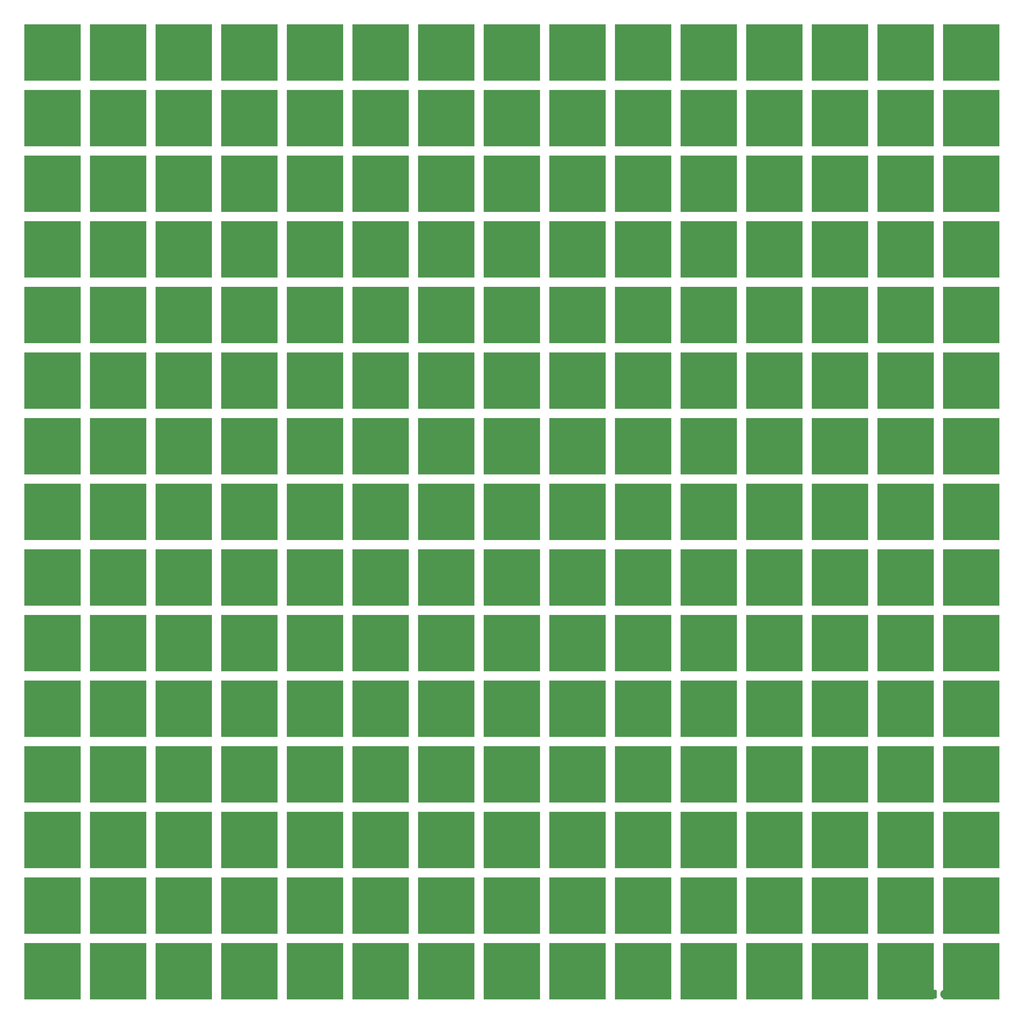
<source format=gts>
G04 Layer_Color=8388736*
%FSLAX25Y25*%
%MOIN*%
G70*
G01*
G75*
%ADD20R,0.68800X0.68800*%
%ADD21C,0.10642*%
%ADD22C,0.10800*%
G04:AMPARAMS|DCode=23|XSize=108mil|YSize=108mil|CornerRadius=16.5mil|HoleSize=0mil|Usage=FLASHONLY|Rotation=270.000|XOffset=0mil|YOffset=0mil|HoleType=Round|Shape=RoundedRectangle|*
%AMROUNDEDRECTD23*
21,1,0.10800,0.07500,0,0,270.0*
21,1,0.07500,0.10800,0,0,270.0*
1,1,0.03300,-0.03750,-0.03750*
1,1,0.03300,-0.03750,0.03750*
1,1,0.03300,0.03750,0.03750*
1,1,0.03300,0.03750,-0.03750*
%
%ADD23ROUNDEDRECTD23*%
%ADD24C,0.01181*%
%ADD25C,0.00600*%
D20*
X1560000Y1240000D02*
D03*
X440000D02*
D03*
X520000D02*
D03*
X680000D02*
D03*
X600000D02*
D03*
X840000D02*
D03*
X760000D02*
D03*
X1000000D02*
D03*
X920000D02*
D03*
X1160000D02*
D03*
X1080000D02*
D03*
X1320000D02*
D03*
X1240000D02*
D03*
X1480000D02*
D03*
X1400000D02*
D03*
X1560000Y1160000D02*
D03*
X1480000D02*
D03*
X1400000D02*
D03*
X1320000D02*
D03*
X1240000D02*
D03*
X1160000D02*
D03*
X1080000D02*
D03*
X1000000D02*
D03*
X920000D02*
D03*
X840000D02*
D03*
X760000D02*
D03*
X680000D02*
D03*
X600000D02*
D03*
X520000D02*
D03*
X440000D02*
D03*
Y1000000D02*
D03*
X520000D02*
D03*
X600000D02*
D03*
X680000D02*
D03*
X760000D02*
D03*
X840000D02*
D03*
X920000D02*
D03*
X1000000D02*
D03*
X1080000D02*
D03*
X1160000D02*
D03*
X1240000D02*
D03*
X1320000D02*
D03*
X1400000D02*
D03*
X1480000D02*
D03*
X1560000D02*
D03*
Y1080000D02*
D03*
X1400000D02*
D03*
X1480000D02*
D03*
X1240000D02*
D03*
X1320000D02*
D03*
X1080000D02*
D03*
X1160000D02*
D03*
X920000D02*
D03*
X1000000D02*
D03*
X760000D02*
D03*
X840000D02*
D03*
X600000D02*
D03*
X680000D02*
D03*
X520000D02*
D03*
X440000D02*
D03*
Y840000D02*
D03*
X520000D02*
D03*
X600000D02*
D03*
X680000D02*
D03*
X760000D02*
D03*
X840000D02*
D03*
X920000D02*
D03*
X1000000D02*
D03*
X1080000D02*
D03*
X1160000D02*
D03*
X1240000D02*
D03*
X1320000D02*
D03*
X1400000D02*
D03*
X1480000D02*
D03*
X1560000D02*
D03*
Y920000D02*
D03*
X1400000D02*
D03*
X1480000D02*
D03*
X1240000D02*
D03*
X1320000D02*
D03*
X1080000D02*
D03*
X1160000D02*
D03*
X920000D02*
D03*
X1000000D02*
D03*
X760000D02*
D03*
X840000D02*
D03*
X600000D02*
D03*
X680000D02*
D03*
X520000D02*
D03*
X440000D02*
D03*
Y680000D02*
D03*
X520000D02*
D03*
X600000D02*
D03*
X680000D02*
D03*
X760000D02*
D03*
X840000D02*
D03*
X920000D02*
D03*
X1000000D02*
D03*
X1080000D02*
D03*
X1160000D02*
D03*
X1240000D02*
D03*
X1320000D02*
D03*
X1400000D02*
D03*
X1480000D02*
D03*
X1560000D02*
D03*
Y760000D02*
D03*
X1400000D02*
D03*
X1480000D02*
D03*
X1240000D02*
D03*
X1320000D02*
D03*
X1080000D02*
D03*
X1160000D02*
D03*
X920000D02*
D03*
X1000000D02*
D03*
X760000D02*
D03*
X840000D02*
D03*
X600000D02*
D03*
X680000D02*
D03*
X520000D02*
D03*
X440000D02*
D03*
Y520000D02*
D03*
X520000D02*
D03*
X600000D02*
D03*
X680000D02*
D03*
X760000D02*
D03*
X840000D02*
D03*
X920000D02*
D03*
X1000000D02*
D03*
X1080000D02*
D03*
X1160000D02*
D03*
X1240000D02*
D03*
X1320000D02*
D03*
X1400000D02*
D03*
X1480000D02*
D03*
X1560000D02*
D03*
Y600000D02*
D03*
X1400000D02*
D03*
X1480000D02*
D03*
X1240000D02*
D03*
X1320000D02*
D03*
X1080000D02*
D03*
X1160000D02*
D03*
X920000D02*
D03*
X1000000D02*
D03*
X760000D02*
D03*
X840000D02*
D03*
X600000D02*
D03*
X680000D02*
D03*
X520000D02*
D03*
X440000D02*
D03*
Y360000D02*
D03*
X520000D02*
D03*
X600000D02*
D03*
X680000D02*
D03*
X760000D02*
D03*
X840000D02*
D03*
X920000D02*
D03*
X1000000D02*
D03*
X1080000D02*
D03*
X1160000D02*
D03*
X1240000D02*
D03*
X1320000D02*
D03*
X1400000D02*
D03*
X1480000D02*
D03*
X1560000D02*
D03*
Y440000D02*
D03*
X1400000D02*
D03*
X1480000D02*
D03*
X1240000D02*
D03*
X1320000D02*
D03*
X1080000D02*
D03*
X1160000D02*
D03*
X920000D02*
D03*
X1000000D02*
D03*
X760000D02*
D03*
X840000D02*
D03*
X600000D02*
D03*
X680000D02*
D03*
X520000D02*
D03*
X440000D02*
D03*
Y200000D02*
D03*
X520000D02*
D03*
X600000D02*
D03*
X680000D02*
D03*
X760000D02*
D03*
X840000D02*
D03*
X920000D02*
D03*
X1000000D02*
D03*
X1080000D02*
D03*
X1160000D02*
D03*
X1240000D02*
D03*
X1320000D02*
D03*
X1400000D02*
D03*
X1480000D02*
D03*
X1560000D02*
D03*
Y280000D02*
D03*
X1400000D02*
D03*
X1480000D02*
D03*
X1240000D02*
D03*
X1320000D02*
D03*
X1080000D02*
D03*
X1160000D02*
D03*
X920000D02*
D03*
X1000000D02*
D03*
X760000D02*
D03*
X840000D02*
D03*
X600000D02*
D03*
X680000D02*
D03*
X520000D02*
D03*
X440000D02*
D03*
X1560000Y120000D02*
D03*
X1400000D02*
D03*
X1240000D02*
D03*
X1320000D02*
D03*
X1080000D02*
D03*
X1160000D02*
D03*
X920000D02*
D03*
X1000000D02*
D03*
X760000D02*
D03*
X840000D02*
D03*
X600000D02*
D03*
X680000D02*
D03*
X520000D02*
D03*
X440000D02*
D03*
X1480000D02*
D03*
D21*
X1556000Y92000D02*
D03*
X1484000D02*
D03*
D22*
X1527500D02*
D03*
D23*
X1512500D02*
D03*
D24*
X1581000Y1217600D02*
D03*
X1575000D02*
D03*
X1572000D02*
D03*
X1578000D02*
D03*
X1572000Y1208600D02*
D03*
Y1211600D02*
D03*
Y1214600D02*
D03*
X1575000D02*
D03*
Y1211600D02*
D03*
Y1208600D02*
D03*
X1578000D02*
D03*
Y1214600D02*
D03*
Y1211600D02*
D03*
X1581000Y1208600D02*
D03*
Y1214600D02*
D03*
Y1211600D02*
D03*
X1537600Y1219000D02*
D03*
Y1225000D02*
D03*
Y1228000D02*
D03*
Y1222000D02*
D03*
X1528600Y1228000D02*
D03*
X1531600D02*
D03*
X1534600D02*
D03*
Y1225000D02*
D03*
X1531600D02*
D03*
X1528600D02*
D03*
Y1222000D02*
D03*
X1534600D02*
D03*
X1531600D02*
D03*
X1528600Y1219000D02*
D03*
X1534600D02*
D03*
X1531600D02*
D03*
X1539100Y1262500D02*
D03*
X1545100D02*
D03*
X1548100D02*
D03*
X1542100D02*
D03*
X1548100Y1271500D02*
D03*
Y1268500D02*
D03*
Y1265500D02*
D03*
X1545100D02*
D03*
Y1268500D02*
D03*
Y1271500D02*
D03*
X1542100D02*
D03*
Y1265500D02*
D03*
Y1268500D02*
D03*
X1539100Y1271500D02*
D03*
Y1265500D02*
D03*
Y1268500D02*
D03*
X1588300Y1261000D02*
D03*
X1585300D02*
D03*
X1591300D02*
D03*
X1588300Y1258000D02*
D03*
X1585300D02*
D03*
X1591300D02*
D03*
Y1255000D02*
D03*
X1588300D02*
D03*
X1585300D02*
D03*
Y1252000D02*
D03*
X1588300D02*
D03*
X1591300D02*
D03*
X1582300Y1258000D02*
D03*
Y1252000D02*
D03*
Y1255000D02*
D03*
Y1261000D02*
D03*
X417700Y1219000D02*
D03*
Y1225000D02*
D03*
Y1228000D02*
D03*
Y1222000D02*
D03*
X408700Y1228000D02*
D03*
X411700D02*
D03*
X414700D02*
D03*
Y1225000D02*
D03*
X411700D02*
D03*
X408700D02*
D03*
Y1222000D02*
D03*
X414700D02*
D03*
X411700D02*
D03*
X408700Y1219000D02*
D03*
X414700D02*
D03*
X411700D02*
D03*
X460900Y1211500D02*
D03*
Y1214500D02*
D03*
Y1208500D02*
D03*
X457900Y1211500D02*
D03*
Y1214500D02*
D03*
Y1208500D02*
D03*
X454900D02*
D03*
Y1211500D02*
D03*
Y1214500D02*
D03*
X451900D02*
D03*
Y1211500D02*
D03*
Y1208500D02*
D03*
X457900Y1217500D02*
D03*
X451900D02*
D03*
X454900D02*
D03*
X460900D02*
D03*
X468400Y1261000D02*
D03*
X465400D02*
D03*
X471400D02*
D03*
X468400Y1258000D02*
D03*
X465400D02*
D03*
X471400D02*
D03*
Y1255000D02*
D03*
X468400D02*
D03*
X465400D02*
D03*
Y1252000D02*
D03*
X468400D02*
D03*
X471400D02*
D03*
X462400Y1258000D02*
D03*
Y1252000D02*
D03*
Y1255000D02*
D03*
Y1261000D02*
D03*
X419000Y1268400D02*
D03*
Y1265400D02*
D03*
Y1271400D02*
D03*
X422000Y1268400D02*
D03*
Y1265400D02*
D03*
Y1271400D02*
D03*
X425000D02*
D03*
Y1268400D02*
D03*
Y1265400D02*
D03*
X428000D02*
D03*
Y1268400D02*
D03*
Y1271400D02*
D03*
X422000Y1262400D02*
D03*
X428000D02*
D03*
X425000D02*
D03*
X419000D02*
D03*
X499000D02*
D03*
X505000D02*
D03*
X508000D02*
D03*
X502000D02*
D03*
X508000Y1271400D02*
D03*
Y1268400D02*
D03*
Y1265400D02*
D03*
X505000D02*
D03*
Y1268400D02*
D03*
Y1271400D02*
D03*
X502000D02*
D03*
Y1265400D02*
D03*
Y1268400D02*
D03*
X499000Y1271400D02*
D03*
Y1265400D02*
D03*
Y1268400D02*
D03*
X542400Y1261000D02*
D03*
Y1255000D02*
D03*
Y1252000D02*
D03*
Y1258000D02*
D03*
X551400Y1252000D02*
D03*
X548400D02*
D03*
X545400D02*
D03*
Y1255000D02*
D03*
X548400D02*
D03*
X551400D02*
D03*
Y1258000D02*
D03*
X545400D02*
D03*
X548400D02*
D03*
X551400Y1261000D02*
D03*
X545400D02*
D03*
X548400D02*
D03*
X540900Y1217500D02*
D03*
X534900D02*
D03*
X531900D02*
D03*
X537900D02*
D03*
X531900Y1208500D02*
D03*
Y1211500D02*
D03*
Y1214500D02*
D03*
X534900D02*
D03*
Y1211500D02*
D03*
Y1208500D02*
D03*
X537900D02*
D03*
Y1214500D02*
D03*
Y1211500D02*
D03*
X540900Y1208500D02*
D03*
Y1214500D02*
D03*
Y1211500D02*
D03*
X491700Y1219000D02*
D03*
X494700D02*
D03*
X488700D02*
D03*
X491700Y1222000D02*
D03*
X494700D02*
D03*
X488700D02*
D03*
Y1225000D02*
D03*
X491700D02*
D03*
X494700D02*
D03*
Y1228000D02*
D03*
X491700D02*
D03*
X488700D02*
D03*
X497700Y1222000D02*
D03*
Y1228000D02*
D03*
Y1225000D02*
D03*
Y1219000D02*
D03*
X657700D02*
D03*
Y1225000D02*
D03*
Y1228000D02*
D03*
Y1222000D02*
D03*
X648700Y1228000D02*
D03*
X651700D02*
D03*
X654700D02*
D03*
Y1225000D02*
D03*
X651700D02*
D03*
X648700D02*
D03*
Y1222000D02*
D03*
X654700D02*
D03*
X651700D02*
D03*
X648700Y1219000D02*
D03*
X654700D02*
D03*
X651700D02*
D03*
X700900Y1211500D02*
D03*
Y1214500D02*
D03*
Y1208500D02*
D03*
X697900Y1211500D02*
D03*
Y1214500D02*
D03*
Y1208500D02*
D03*
X694900D02*
D03*
Y1211500D02*
D03*
Y1214500D02*
D03*
X691900D02*
D03*
Y1211500D02*
D03*
Y1208500D02*
D03*
X697900Y1217500D02*
D03*
X691900D02*
D03*
X694900D02*
D03*
X700900D02*
D03*
X708400Y1261000D02*
D03*
X705400D02*
D03*
X711400D02*
D03*
X708400Y1258000D02*
D03*
X705400D02*
D03*
X711400D02*
D03*
Y1255000D02*
D03*
X708400D02*
D03*
X705400D02*
D03*
Y1252000D02*
D03*
X708400D02*
D03*
X711400D02*
D03*
X702400Y1258000D02*
D03*
Y1252000D02*
D03*
Y1255000D02*
D03*
Y1261000D02*
D03*
X659000Y1268400D02*
D03*
Y1265400D02*
D03*
Y1271400D02*
D03*
X662000Y1268400D02*
D03*
Y1265400D02*
D03*
Y1271400D02*
D03*
X665000D02*
D03*
Y1268400D02*
D03*
Y1265400D02*
D03*
X668000D02*
D03*
Y1268400D02*
D03*
Y1271400D02*
D03*
X662000Y1262400D02*
D03*
X668000D02*
D03*
X665000D02*
D03*
X659000D02*
D03*
X579000D02*
D03*
X585000D02*
D03*
X588000D02*
D03*
X582000D02*
D03*
X588000Y1271400D02*
D03*
Y1268400D02*
D03*
Y1265400D02*
D03*
X585000D02*
D03*
Y1268400D02*
D03*
Y1271400D02*
D03*
X582000D02*
D03*
Y1265400D02*
D03*
Y1268400D02*
D03*
X579000Y1271400D02*
D03*
Y1265400D02*
D03*
Y1268400D02*
D03*
X622400Y1261000D02*
D03*
Y1255000D02*
D03*
Y1252000D02*
D03*
Y1258000D02*
D03*
X631400Y1252000D02*
D03*
X628400D02*
D03*
X625400D02*
D03*
Y1255000D02*
D03*
X628400D02*
D03*
X631400D02*
D03*
Y1258000D02*
D03*
X625400D02*
D03*
X628400D02*
D03*
X631400Y1261000D02*
D03*
X625400D02*
D03*
X628400D02*
D03*
X620900Y1217500D02*
D03*
X614900D02*
D03*
X611900D02*
D03*
X617900D02*
D03*
X611900Y1208500D02*
D03*
Y1211500D02*
D03*
Y1214500D02*
D03*
X614900D02*
D03*
Y1211500D02*
D03*
Y1208500D02*
D03*
X617900D02*
D03*
Y1214500D02*
D03*
Y1211500D02*
D03*
X620900Y1208500D02*
D03*
Y1214500D02*
D03*
Y1211500D02*
D03*
X571700Y1219000D02*
D03*
X574700D02*
D03*
X568700D02*
D03*
X571700Y1222000D02*
D03*
X574700D02*
D03*
X568700D02*
D03*
Y1225000D02*
D03*
X571700D02*
D03*
X574700D02*
D03*
Y1228000D02*
D03*
X571700D02*
D03*
X568700D02*
D03*
X577700Y1222000D02*
D03*
Y1228000D02*
D03*
Y1225000D02*
D03*
Y1219000D02*
D03*
X817700D02*
D03*
Y1225000D02*
D03*
Y1228000D02*
D03*
Y1222000D02*
D03*
X808700Y1228000D02*
D03*
X811700D02*
D03*
X814700D02*
D03*
Y1225000D02*
D03*
X811700D02*
D03*
X808700D02*
D03*
Y1222000D02*
D03*
X814700D02*
D03*
X811700D02*
D03*
X808700Y1219000D02*
D03*
X814700D02*
D03*
X811700D02*
D03*
X860900Y1211500D02*
D03*
Y1214500D02*
D03*
Y1208500D02*
D03*
X857900Y1211500D02*
D03*
Y1214500D02*
D03*
Y1208500D02*
D03*
X854900D02*
D03*
Y1211500D02*
D03*
Y1214500D02*
D03*
X851900D02*
D03*
Y1211500D02*
D03*
Y1208500D02*
D03*
X857900Y1217500D02*
D03*
X851900D02*
D03*
X854900D02*
D03*
X860900D02*
D03*
X868400Y1261000D02*
D03*
X865400D02*
D03*
X871400D02*
D03*
X868400Y1258000D02*
D03*
X865400D02*
D03*
X871400D02*
D03*
Y1255000D02*
D03*
X868400D02*
D03*
X865400D02*
D03*
Y1252000D02*
D03*
X868400D02*
D03*
X871400D02*
D03*
X862400Y1258000D02*
D03*
Y1252000D02*
D03*
Y1255000D02*
D03*
Y1261000D02*
D03*
X819000Y1268400D02*
D03*
Y1265400D02*
D03*
Y1271400D02*
D03*
X822000Y1268400D02*
D03*
Y1265400D02*
D03*
Y1271400D02*
D03*
X825000D02*
D03*
Y1268400D02*
D03*
Y1265400D02*
D03*
X828000D02*
D03*
Y1268400D02*
D03*
Y1271400D02*
D03*
X822000Y1262400D02*
D03*
X828000D02*
D03*
X825000D02*
D03*
X819000D02*
D03*
X739000D02*
D03*
X745000D02*
D03*
X748000D02*
D03*
X742000D02*
D03*
X748000Y1271400D02*
D03*
Y1268400D02*
D03*
Y1265400D02*
D03*
X745000D02*
D03*
Y1268400D02*
D03*
Y1271400D02*
D03*
X742000D02*
D03*
Y1265400D02*
D03*
Y1268400D02*
D03*
X739000Y1271400D02*
D03*
Y1265400D02*
D03*
Y1268400D02*
D03*
X782400Y1261000D02*
D03*
Y1255000D02*
D03*
Y1252000D02*
D03*
Y1258000D02*
D03*
X791400Y1252000D02*
D03*
X788400D02*
D03*
X785400D02*
D03*
Y1255000D02*
D03*
X788400D02*
D03*
X791400D02*
D03*
Y1258000D02*
D03*
X785400D02*
D03*
X788400D02*
D03*
X791400Y1261000D02*
D03*
X785400D02*
D03*
X788400D02*
D03*
X780900Y1217500D02*
D03*
X774900D02*
D03*
X771900D02*
D03*
X777900D02*
D03*
X771900Y1208500D02*
D03*
Y1211500D02*
D03*
Y1214500D02*
D03*
X774900D02*
D03*
Y1211500D02*
D03*
Y1208500D02*
D03*
X777900D02*
D03*
Y1214500D02*
D03*
Y1211500D02*
D03*
X780900Y1208500D02*
D03*
Y1214500D02*
D03*
Y1211500D02*
D03*
X731700Y1219000D02*
D03*
X734700D02*
D03*
X728700D02*
D03*
X731700Y1222000D02*
D03*
X734700D02*
D03*
X728700D02*
D03*
Y1225000D02*
D03*
X731700D02*
D03*
X734700D02*
D03*
Y1228000D02*
D03*
X731700D02*
D03*
X728700D02*
D03*
X737700Y1222000D02*
D03*
Y1228000D02*
D03*
Y1225000D02*
D03*
Y1219000D02*
D03*
X977700D02*
D03*
Y1225000D02*
D03*
Y1228000D02*
D03*
Y1222000D02*
D03*
X968700Y1228000D02*
D03*
X971700D02*
D03*
X974700D02*
D03*
Y1225000D02*
D03*
X971700D02*
D03*
X968700D02*
D03*
Y1222000D02*
D03*
X974700D02*
D03*
X971700D02*
D03*
X968700Y1219000D02*
D03*
X974700D02*
D03*
X971700D02*
D03*
X1020900Y1211500D02*
D03*
Y1214500D02*
D03*
Y1208500D02*
D03*
X1017900Y1211500D02*
D03*
Y1214500D02*
D03*
Y1208500D02*
D03*
X1014900D02*
D03*
Y1211500D02*
D03*
Y1214500D02*
D03*
X1011900D02*
D03*
Y1211500D02*
D03*
Y1208500D02*
D03*
X1017900Y1217500D02*
D03*
X1011900D02*
D03*
X1014900D02*
D03*
X1020900D02*
D03*
X1028400Y1261000D02*
D03*
X1025400D02*
D03*
X1031400D02*
D03*
X1028400Y1258000D02*
D03*
X1025400D02*
D03*
X1031400D02*
D03*
Y1255000D02*
D03*
X1028400D02*
D03*
X1025400D02*
D03*
Y1252000D02*
D03*
X1028400D02*
D03*
X1031400D02*
D03*
X1022400Y1258000D02*
D03*
Y1252000D02*
D03*
Y1255000D02*
D03*
Y1261000D02*
D03*
X979000Y1268400D02*
D03*
Y1265400D02*
D03*
Y1271400D02*
D03*
X982000Y1268400D02*
D03*
Y1265400D02*
D03*
Y1271400D02*
D03*
X985000D02*
D03*
Y1268400D02*
D03*
Y1265400D02*
D03*
X988000D02*
D03*
Y1268400D02*
D03*
Y1271400D02*
D03*
X982000Y1262400D02*
D03*
X988000D02*
D03*
X985000D02*
D03*
X979000D02*
D03*
X899000D02*
D03*
X905000D02*
D03*
X908000D02*
D03*
X902000D02*
D03*
X908000Y1271400D02*
D03*
Y1268400D02*
D03*
Y1265400D02*
D03*
X905000D02*
D03*
Y1268400D02*
D03*
Y1271400D02*
D03*
X902000D02*
D03*
Y1265400D02*
D03*
Y1268400D02*
D03*
X899000Y1271400D02*
D03*
Y1265400D02*
D03*
Y1268400D02*
D03*
X942400Y1261000D02*
D03*
Y1255000D02*
D03*
Y1252000D02*
D03*
Y1258000D02*
D03*
X951400Y1252000D02*
D03*
X948400D02*
D03*
X945400D02*
D03*
Y1255000D02*
D03*
X948400D02*
D03*
X951400D02*
D03*
Y1258000D02*
D03*
X945400D02*
D03*
X948400D02*
D03*
X951400Y1261000D02*
D03*
X945400D02*
D03*
X948400D02*
D03*
X940900Y1217500D02*
D03*
X934900D02*
D03*
X931900D02*
D03*
X937900D02*
D03*
X931900Y1208500D02*
D03*
Y1211500D02*
D03*
Y1214500D02*
D03*
X934900D02*
D03*
Y1211500D02*
D03*
Y1208500D02*
D03*
X937900D02*
D03*
Y1214500D02*
D03*
Y1211500D02*
D03*
X940900Y1208500D02*
D03*
Y1214500D02*
D03*
Y1211500D02*
D03*
X891700Y1219000D02*
D03*
X894700D02*
D03*
X888700D02*
D03*
X891700Y1222000D02*
D03*
X894700D02*
D03*
X888700D02*
D03*
Y1225000D02*
D03*
X891700D02*
D03*
X894700D02*
D03*
Y1228000D02*
D03*
X891700D02*
D03*
X888700D02*
D03*
X897700Y1222000D02*
D03*
Y1228000D02*
D03*
Y1225000D02*
D03*
Y1219000D02*
D03*
X1137700D02*
D03*
Y1225000D02*
D03*
Y1228000D02*
D03*
Y1222000D02*
D03*
X1128700Y1228000D02*
D03*
X1131700D02*
D03*
X1134700D02*
D03*
Y1225000D02*
D03*
X1131700D02*
D03*
X1128700D02*
D03*
Y1222000D02*
D03*
X1134700D02*
D03*
X1131700D02*
D03*
X1128700Y1219000D02*
D03*
X1134700D02*
D03*
X1131700D02*
D03*
X1180900Y1211500D02*
D03*
Y1214500D02*
D03*
Y1208500D02*
D03*
X1177900Y1211500D02*
D03*
Y1214500D02*
D03*
Y1208500D02*
D03*
X1174900D02*
D03*
Y1211500D02*
D03*
Y1214500D02*
D03*
X1171900D02*
D03*
Y1211500D02*
D03*
Y1208500D02*
D03*
X1177900Y1217500D02*
D03*
X1171900D02*
D03*
X1174900D02*
D03*
X1180900D02*
D03*
X1188400Y1261000D02*
D03*
X1185400D02*
D03*
X1191400D02*
D03*
X1188400Y1258000D02*
D03*
X1185400D02*
D03*
X1191400D02*
D03*
Y1255000D02*
D03*
X1188400D02*
D03*
X1185400D02*
D03*
Y1252000D02*
D03*
X1188400D02*
D03*
X1191400D02*
D03*
X1182400Y1258000D02*
D03*
Y1252000D02*
D03*
Y1255000D02*
D03*
Y1261000D02*
D03*
X1139000Y1268400D02*
D03*
Y1265400D02*
D03*
Y1271400D02*
D03*
X1142000Y1268400D02*
D03*
Y1265400D02*
D03*
Y1271400D02*
D03*
X1145000D02*
D03*
Y1268400D02*
D03*
Y1265400D02*
D03*
X1148000D02*
D03*
Y1268400D02*
D03*
Y1271400D02*
D03*
X1142000Y1262400D02*
D03*
X1148000D02*
D03*
X1145000D02*
D03*
X1139000D02*
D03*
X1059000D02*
D03*
X1065000D02*
D03*
X1068000D02*
D03*
X1062000D02*
D03*
X1068000Y1271400D02*
D03*
Y1268400D02*
D03*
Y1265400D02*
D03*
X1065000D02*
D03*
Y1268400D02*
D03*
Y1271400D02*
D03*
X1062000D02*
D03*
Y1265400D02*
D03*
Y1268400D02*
D03*
X1059000Y1271400D02*
D03*
Y1265400D02*
D03*
Y1268400D02*
D03*
X1102400Y1261000D02*
D03*
Y1255000D02*
D03*
Y1252000D02*
D03*
Y1258000D02*
D03*
X1111400Y1252000D02*
D03*
X1108400D02*
D03*
X1105400D02*
D03*
Y1255000D02*
D03*
X1108400D02*
D03*
X1111400D02*
D03*
Y1258000D02*
D03*
X1105400D02*
D03*
X1108400D02*
D03*
X1111400Y1261000D02*
D03*
X1105400D02*
D03*
X1108400D02*
D03*
X1100900Y1217500D02*
D03*
X1094900D02*
D03*
X1091900D02*
D03*
X1097900D02*
D03*
X1091900Y1208500D02*
D03*
Y1211500D02*
D03*
Y1214500D02*
D03*
X1094900D02*
D03*
Y1211500D02*
D03*
Y1208500D02*
D03*
X1097900D02*
D03*
Y1214500D02*
D03*
Y1211500D02*
D03*
X1100900Y1208500D02*
D03*
Y1214500D02*
D03*
Y1211500D02*
D03*
X1051700Y1219000D02*
D03*
X1054700D02*
D03*
X1048700D02*
D03*
X1051700Y1222000D02*
D03*
X1054700D02*
D03*
X1048700D02*
D03*
Y1225000D02*
D03*
X1051700D02*
D03*
X1054700D02*
D03*
Y1228000D02*
D03*
X1051700D02*
D03*
X1048700D02*
D03*
X1057700Y1222000D02*
D03*
Y1228000D02*
D03*
Y1225000D02*
D03*
Y1219000D02*
D03*
X1297700D02*
D03*
Y1225000D02*
D03*
Y1228000D02*
D03*
Y1222000D02*
D03*
X1288700Y1228000D02*
D03*
X1291700D02*
D03*
X1294700D02*
D03*
Y1225000D02*
D03*
X1291700D02*
D03*
X1288700D02*
D03*
Y1222000D02*
D03*
X1294700D02*
D03*
X1291700D02*
D03*
X1288700Y1219000D02*
D03*
X1294700D02*
D03*
X1291700D02*
D03*
X1340900Y1211500D02*
D03*
Y1214500D02*
D03*
Y1208500D02*
D03*
X1337900Y1211500D02*
D03*
Y1214500D02*
D03*
Y1208500D02*
D03*
X1334900D02*
D03*
Y1211500D02*
D03*
Y1214500D02*
D03*
X1331900D02*
D03*
Y1211500D02*
D03*
Y1208500D02*
D03*
X1337900Y1217500D02*
D03*
X1331900D02*
D03*
X1334900D02*
D03*
X1340900D02*
D03*
X1348400Y1261000D02*
D03*
X1345400D02*
D03*
X1351400D02*
D03*
X1348400Y1258000D02*
D03*
X1345400D02*
D03*
X1351400D02*
D03*
Y1255000D02*
D03*
X1348400D02*
D03*
X1345400D02*
D03*
Y1252000D02*
D03*
X1348400D02*
D03*
X1351400D02*
D03*
X1342400Y1258000D02*
D03*
Y1252000D02*
D03*
Y1255000D02*
D03*
Y1261000D02*
D03*
X1299000Y1268400D02*
D03*
Y1265400D02*
D03*
Y1271400D02*
D03*
X1302000Y1268400D02*
D03*
Y1265400D02*
D03*
Y1271400D02*
D03*
X1305000D02*
D03*
Y1268400D02*
D03*
Y1265400D02*
D03*
X1308000D02*
D03*
Y1268400D02*
D03*
Y1271400D02*
D03*
X1302000Y1262400D02*
D03*
X1308000D02*
D03*
X1305000D02*
D03*
X1299000D02*
D03*
X1219000D02*
D03*
X1225000D02*
D03*
X1228000D02*
D03*
X1222000D02*
D03*
X1228000Y1271400D02*
D03*
Y1268400D02*
D03*
Y1265400D02*
D03*
X1225000D02*
D03*
Y1268400D02*
D03*
Y1271400D02*
D03*
X1222000D02*
D03*
Y1265400D02*
D03*
Y1268400D02*
D03*
X1219000Y1271400D02*
D03*
Y1265400D02*
D03*
Y1268400D02*
D03*
X1262400Y1261000D02*
D03*
Y1255000D02*
D03*
Y1252000D02*
D03*
Y1258000D02*
D03*
X1271400Y1252000D02*
D03*
X1268400D02*
D03*
X1265400D02*
D03*
Y1255000D02*
D03*
X1268400D02*
D03*
X1271400D02*
D03*
Y1258000D02*
D03*
X1265400D02*
D03*
X1268400D02*
D03*
X1271400Y1261000D02*
D03*
X1265400D02*
D03*
X1268400D02*
D03*
X1260900Y1217500D02*
D03*
X1254900D02*
D03*
X1251900D02*
D03*
X1257900D02*
D03*
X1251900Y1208500D02*
D03*
Y1211500D02*
D03*
Y1214500D02*
D03*
X1254900D02*
D03*
Y1211500D02*
D03*
Y1208500D02*
D03*
X1257900D02*
D03*
Y1214500D02*
D03*
Y1211500D02*
D03*
X1260900Y1208500D02*
D03*
Y1214500D02*
D03*
Y1211500D02*
D03*
X1211700Y1219000D02*
D03*
X1214700D02*
D03*
X1208700D02*
D03*
X1211700Y1222000D02*
D03*
X1214700D02*
D03*
X1208700D02*
D03*
Y1225000D02*
D03*
X1211700D02*
D03*
X1214700D02*
D03*
Y1228000D02*
D03*
X1211700D02*
D03*
X1208700D02*
D03*
X1217700Y1222000D02*
D03*
Y1228000D02*
D03*
Y1225000D02*
D03*
Y1219000D02*
D03*
X1457700D02*
D03*
Y1225000D02*
D03*
Y1228000D02*
D03*
Y1222000D02*
D03*
X1448700Y1228000D02*
D03*
X1451700D02*
D03*
X1454700D02*
D03*
Y1225000D02*
D03*
X1451700D02*
D03*
X1448700D02*
D03*
Y1222000D02*
D03*
X1454700D02*
D03*
X1451700D02*
D03*
X1448700Y1219000D02*
D03*
X1454700D02*
D03*
X1451700D02*
D03*
X1500900Y1211500D02*
D03*
Y1214500D02*
D03*
Y1208500D02*
D03*
X1497900Y1211500D02*
D03*
Y1214500D02*
D03*
Y1208500D02*
D03*
X1494900D02*
D03*
Y1211500D02*
D03*
Y1214500D02*
D03*
X1491900D02*
D03*
Y1211500D02*
D03*
Y1208500D02*
D03*
X1497900Y1217500D02*
D03*
X1491900D02*
D03*
X1494900D02*
D03*
X1500900D02*
D03*
X1508400Y1261000D02*
D03*
X1505400D02*
D03*
X1511400D02*
D03*
X1508400Y1258000D02*
D03*
X1505400D02*
D03*
X1511400D02*
D03*
Y1255000D02*
D03*
X1508400D02*
D03*
X1505400D02*
D03*
Y1252000D02*
D03*
X1508400D02*
D03*
X1511400D02*
D03*
X1502400Y1258000D02*
D03*
Y1252000D02*
D03*
Y1255000D02*
D03*
Y1261000D02*
D03*
X1459000Y1268400D02*
D03*
Y1265400D02*
D03*
Y1271400D02*
D03*
X1462000Y1268400D02*
D03*
Y1265400D02*
D03*
Y1271400D02*
D03*
X1465000D02*
D03*
Y1268400D02*
D03*
Y1265400D02*
D03*
X1468000D02*
D03*
Y1268400D02*
D03*
Y1271400D02*
D03*
X1462000Y1262400D02*
D03*
X1468000D02*
D03*
X1465000D02*
D03*
X1459000D02*
D03*
X1379000D02*
D03*
X1385000D02*
D03*
X1388000D02*
D03*
X1382000D02*
D03*
X1388000Y1271400D02*
D03*
Y1268400D02*
D03*
Y1265400D02*
D03*
X1385000D02*
D03*
Y1268400D02*
D03*
Y1271400D02*
D03*
X1382000D02*
D03*
Y1265400D02*
D03*
Y1268400D02*
D03*
X1379000Y1271400D02*
D03*
Y1265400D02*
D03*
Y1268400D02*
D03*
X1422400Y1261000D02*
D03*
Y1255000D02*
D03*
Y1252000D02*
D03*
Y1258000D02*
D03*
X1431400Y1252000D02*
D03*
X1428400D02*
D03*
X1425400D02*
D03*
Y1255000D02*
D03*
X1428400D02*
D03*
X1431400D02*
D03*
Y1258000D02*
D03*
X1425400D02*
D03*
X1428400D02*
D03*
X1431400Y1261000D02*
D03*
X1425400D02*
D03*
X1428400D02*
D03*
X1420900Y1217500D02*
D03*
X1414900D02*
D03*
X1411900D02*
D03*
X1417900D02*
D03*
X1411900Y1208500D02*
D03*
Y1211500D02*
D03*
Y1214500D02*
D03*
X1414900D02*
D03*
Y1211500D02*
D03*
Y1208500D02*
D03*
X1417900D02*
D03*
Y1214500D02*
D03*
Y1211500D02*
D03*
X1420900Y1208500D02*
D03*
Y1214500D02*
D03*
Y1211500D02*
D03*
X1371700Y1219000D02*
D03*
X1374700D02*
D03*
X1368700D02*
D03*
X1371700Y1222000D02*
D03*
X1374700D02*
D03*
X1368700D02*
D03*
Y1225000D02*
D03*
X1371700D02*
D03*
X1374700D02*
D03*
Y1228000D02*
D03*
X1371700D02*
D03*
X1368700D02*
D03*
X1377700Y1222000D02*
D03*
Y1228000D02*
D03*
Y1225000D02*
D03*
Y1219000D02*
D03*
X1582300Y1181000D02*
D03*
Y1175000D02*
D03*
Y1172000D02*
D03*
Y1178000D02*
D03*
X1591300Y1172000D02*
D03*
X1588300D02*
D03*
X1585300D02*
D03*
Y1175000D02*
D03*
X1588300D02*
D03*
X1591300D02*
D03*
Y1178000D02*
D03*
X1585300D02*
D03*
X1588300D02*
D03*
X1591300Y1181000D02*
D03*
X1585300D02*
D03*
X1588300D02*
D03*
X1539100Y1188500D02*
D03*
Y1185500D02*
D03*
Y1191500D02*
D03*
X1542100Y1188500D02*
D03*
Y1185500D02*
D03*
Y1191500D02*
D03*
X1545100D02*
D03*
Y1188500D02*
D03*
Y1185500D02*
D03*
X1548100D02*
D03*
Y1188500D02*
D03*
Y1191500D02*
D03*
X1542100Y1182500D02*
D03*
X1548100D02*
D03*
X1545100D02*
D03*
X1539100D02*
D03*
X1531600Y1139000D02*
D03*
X1534600D02*
D03*
X1528600D02*
D03*
X1531600Y1142000D02*
D03*
X1534600D02*
D03*
X1528600D02*
D03*
Y1145000D02*
D03*
X1531600D02*
D03*
X1534600D02*
D03*
Y1148000D02*
D03*
X1531600D02*
D03*
X1528600D02*
D03*
X1537600Y1142000D02*
D03*
Y1148000D02*
D03*
Y1145000D02*
D03*
Y1139000D02*
D03*
X1581000Y1131600D02*
D03*
Y1134600D02*
D03*
Y1128600D02*
D03*
X1578000Y1131600D02*
D03*
Y1134600D02*
D03*
Y1128600D02*
D03*
X1575000D02*
D03*
Y1131600D02*
D03*
Y1134600D02*
D03*
X1572000D02*
D03*
Y1131600D02*
D03*
Y1128600D02*
D03*
X1578000Y1137600D02*
D03*
X1572000D02*
D03*
X1575000D02*
D03*
X1581000D02*
D03*
X1459000Y1182400D02*
D03*
X1465000D02*
D03*
X1468000D02*
D03*
X1462000D02*
D03*
X1468000Y1191400D02*
D03*
Y1188400D02*
D03*
Y1185400D02*
D03*
X1465000D02*
D03*
Y1188400D02*
D03*
Y1191400D02*
D03*
X1462000D02*
D03*
Y1185400D02*
D03*
Y1188400D02*
D03*
X1459000Y1191400D02*
D03*
Y1185400D02*
D03*
Y1188400D02*
D03*
X1502400Y1181000D02*
D03*
Y1175000D02*
D03*
Y1172000D02*
D03*
Y1178000D02*
D03*
X1511400Y1172000D02*
D03*
X1508400D02*
D03*
X1505400D02*
D03*
Y1175000D02*
D03*
X1508400D02*
D03*
X1511400D02*
D03*
Y1178000D02*
D03*
X1505400D02*
D03*
X1508400D02*
D03*
X1511400Y1181000D02*
D03*
X1505400D02*
D03*
X1508400D02*
D03*
X1500900Y1137500D02*
D03*
X1494900D02*
D03*
X1491900D02*
D03*
X1497900D02*
D03*
X1491900Y1128500D02*
D03*
Y1131500D02*
D03*
Y1134500D02*
D03*
X1494900D02*
D03*
Y1131500D02*
D03*
Y1128500D02*
D03*
X1497900D02*
D03*
Y1134500D02*
D03*
Y1131500D02*
D03*
X1500900Y1128500D02*
D03*
Y1134500D02*
D03*
Y1131500D02*
D03*
X1451700Y1139000D02*
D03*
X1454700D02*
D03*
X1448700D02*
D03*
X1451700Y1142000D02*
D03*
X1454700D02*
D03*
X1448700D02*
D03*
Y1145000D02*
D03*
X1451700D02*
D03*
X1454700D02*
D03*
Y1148000D02*
D03*
X1451700D02*
D03*
X1448700D02*
D03*
X1457700Y1142000D02*
D03*
Y1148000D02*
D03*
Y1145000D02*
D03*
Y1139000D02*
D03*
X1377700D02*
D03*
Y1145000D02*
D03*
Y1148000D02*
D03*
Y1142000D02*
D03*
X1368700Y1148000D02*
D03*
X1371700D02*
D03*
X1374700D02*
D03*
Y1145000D02*
D03*
X1371700D02*
D03*
X1368700D02*
D03*
Y1142000D02*
D03*
X1374700D02*
D03*
X1371700D02*
D03*
X1368700Y1139000D02*
D03*
X1374700D02*
D03*
X1371700D02*
D03*
X1420900Y1131500D02*
D03*
Y1134500D02*
D03*
Y1128500D02*
D03*
X1417900Y1131500D02*
D03*
Y1134500D02*
D03*
Y1128500D02*
D03*
X1414900D02*
D03*
Y1131500D02*
D03*
Y1134500D02*
D03*
X1411900D02*
D03*
Y1131500D02*
D03*
Y1128500D02*
D03*
X1417900Y1137500D02*
D03*
X1411900D02*
D03*
X1414900D02*
D03*
X1420900D02*
D03*
X1428400Y1181000D02*
D03*
X1425400D02*
D03*
X1431400D02*
D03*
X1428400Y1178000D02*
D03*
X1425400D02*
D03*
X1431400D02*
D03*
Y1175000D02*
D03*
X1428400D02*
D03*
X1425400D02*
D03*
Y1172000D02*
D03*
X1428400D02*
D03*
X1431400D02*
D03*
X1422400Y1178000D02*
D03*
Y1172000D02*
D03*
Y1175000D02*
D03*
Y1181000D02*
D03*
X1379000Y1188400D02*
D03*
Y1185400D02*
D03*
Y1191400D02*
D03*
X1382000Y1188400D02*
D03*
Y1185400D02*
D03*
Y1191400D02*
D03*
X1385000D02*
D03*
Y1188400D02*
D03*
Y1185400D02*
D03*
X1388000D02*
D03*
Y1188400D02*
D03*
Y1191400D02*
D03*
X1382000Y1182400D02*
D03*
X1388000D02*
D03*
X1385000D02*
D03*
X1379000D02*
D03*
X1299000D02*
D03*
X1305000D02*
D03*
X1308000D02*
D03*
X1302000D02*
D03*
X1308000Y1191400D02*
D03*
Y1188400D02*
D03*
Y1185400D02*
D03*
X1305000D02*
D03*
Y1188400D02*
D03*
Y1191400D02*
D03*
X1302000D02*
D03*
Y1185400D02*
D03*
Y1188400D02*
D03*
X1299000Y1191400D02*
D03*
Y1185400D02*
D03*
Y1188400D02*
D03*
X1342400Y1181000D02*
D03*
Y1175000D02*
D03*
Y1172000D02*
D03*
Y1178000D02*
D03*
X1351400Y1172000D02*
D03*
X1348400D02*
D03*
X1345400D02*
D03*
Y1175000D02*
D03*
X1348400D02*
D03*
X1351400D02*
D03*
Y1178000D02*
D03*
X1345400D02*
D03*
X1348400D02*
D03*
X1351400Y1181000D02*
D03*
X1345400D02*
D03*
X1348400D02*
D03*
X1340900Y1137500D02*
D03*
X1334900D02*
D03*
X1331900D02*
D03*
X1337900D02*
D03*
X1331900Y1128500D02*
D03*
Y1131500D02*
D03*
Y1134500D02*
D03*
X1334900D02*
D03*
Y1131500D02*
D03*
Y1128500D02*
D03*
X1337900D02*
D03*
Y1134500D02*
D03*
Y1131500D02*
D03*
X1340900Y1128500D02*
D03*
Y1134500D02*
D03*
Y1131500D02*
D03*
X1291700Y1139000D02*
D03*
X1294700D02*
D03*
X1288700D02*
D03*
X1291700Y1142000D02*
D03*
X1294700D02*
D03*
X1288700D02*
D03*
Y1145000D02*
D03*
X1291700D02*
D03*
X1294700D02*
D03*
Y1148000D02*
D03*
X1291700D02*
D03*
X1288700D02*
D03*
X1297700Y1142000D02*
D03*
Y1148000D02*
D03*
Y1145000D02*
D03*
Y1139000D02*
D03*
X1217700D02*
D03*
Y1145000D02*
D03*
Y1148000D02*
D03*
Y1142000D02*
D03*
X1208700Y1148000D02*
D03*
X1211700D02*
D03*
X1214700D02*
D03*
Y1145000D02*
D03*
X1211700D02*
D03*
X1208700D02*
D03*
Y1142000D02*
D03*
X1214700D02*
D03*
X1211700D02*
D03*
X1208700Y1139000D02*
D03*
X1214700D02*
D03*
X1211700D02*
D03*
X1260900Y1131500D02*
D03*
Y1134500D02*
D03*
Y1128500D02*
D03*
X1257900Y1131500D02*
D03*
Y1134500D02*
D03*
Y1128500D02*
D03*
X1254900D02*
D03*
Y1131500D02*
D03*
Y1134500D02*
D03*
X1251900D02*
D03*
Y1131500D02*
D03*
Y1128500D02*
D03*
X1257900Y1137500D02*
D03*
X1251900D02*
D03*
X1254900D02*
D03*
X1260900D02*
D03*
X1268400Y1181000D02*
D03*
X1265400D02*
D03*
X1271400D02*
D03*
X1268400Y1178000D02*
D03*
X1265400D02*
D03*
X1271400D02*
D03*
Y1175000D02*
D03*
X1268400D02*
D03*
X1265400D02*
D03*
Y1172000D02*
D03*
X1268400D02*
D03*
X1271400D02*
D03*
X1262400Y1178000D02*
D03*
Y1172000D02*
D03*
Y1175000D02*
D03*
Y1181000D02*
D03*
X1219000Y1188400D02*
D03*
Y1185400D02*
D03*
Y1191400D02*
D03*
X1222000Y1188400D02*
D03*
Y1185400D02*
D03*
Y1191400D02*
D03*
X1225000D02*
D03*
Y1188400D02*
D03*
Y1185400D02*
D03*
X1228000D02*
D03*
Y1188400D02*
D03*
Y1191400D02*
D03*
X1222000Y1182400D02*
D03*
X1228000D02*
D03*
X1225000D02*
D03*
X1219000D02*
D03*
X1139000D02*
D03*
X1145000D02*
D03*
X1148000D02*
D03*
X1142000D02*
D03*
X1148000Y1191400D02*
D03*
Y1188400D02*
D03*
Y1185400D02*
D03*
X1145000D02*
D03*
Y1188400D02*
D03*
Y1191400D02*
D03*
X1142000D02*
D03*
Y1185400D02*
D03*
Y1188400D02*
D03*
X1139000Y1191400D02*
D03*
Y1185400D02*
D03*
Y1188400D02*
D03*
X1182400Y1181000D02*
D03*
Y1175000D02*
D03*
Y1172000D02*
D03*
Y1178000D02*
D03*
X1191400Y1172000D02*
D03*
X1188400D02*
D03*
X1185400D02*
D03*
Y1175000D02*
D03*
X1188400D02*
D03*
X1191400D02*
D03*
Y1178000D02*
D03*
X1185400D02*
D03*
X1188400D02*
D03*
X1191400Y1181000D02*
D03*
X1185400D02*
D03*
X1188400D02*
D03*
X1180900Y1137500D02*
D03*
X1174900D02*
D03*
X1171900D02*
D03*
X1177900D02*
D03*
X1171900Y1128500D02*
D03*
Y1131500D02*
D03*
Y1134500D02*
D03*
X1174900D02*
D03*
Y1131500D02*
D03*
Y1128500D02*
D03*
X1177900D02*
D03*
Y1134500D02*
D03*
Y1131500D02*
D03*
X1180900Y1128500D02*
D03*
Y1134500D02*
D03*
Y1131500D02*
D03*
X1131700Y1139000D02*
D03*
X1134700D02*
D03*
X1128700D02*
D03*
X1131700Y1142000D02*
D03*
X1134700D02*
D03*
X1128700D02*
D03*
Y1145000D02*
D03*
X1131700D02*
D03*
X1134700D02*
D03*
Y1148000D02*
D03*
X1131700D02*
D03*
X1128700D02*
D03*
X1137700Y1142000D02*
D03*
Y1148000D02*
D03*
Y1145000D02*
D03*
Y1139000D02*
D03*
X1057700D02*
D03*
Y1145000D02*
D03*
Y1148000D02*
D03*
Y1142000D02*
D03*
X1048700Y1148000D02*
D03*
X1051700D02*
D03*
X1054700D02*
D03*
Y1145000D02*
D03*
X1051700D02*
D03*
X1048700D02*
D03*
Y1142000D02*
D03*
X1054700D02*
D03*
X1051700D02*
D03*
X1048700Y1139000D02*
D03*
X1054700D02*
D03*
X1051700D02*
D03*
X1100900Y1131500D02*
D03*
Y1134500D02*
D03*
Y1128500D02*
D03*
X1097900Y1131500D02*
D03*
Y1134500D02*
D03*
Y1128500D02*
D03*
X1094900D02*
D03*
Y1131500D02*
D03*
Y1134500D02*
D03*
X1091900D02*
D03*
Y1131500D02*
D03*
Y1128500D02*
D03*
X1097900Y1137500D02*
D03*
X1091900D02*
D03*
X1094900D02*
D03*
X1100900D02*
D03*
X1108400Y1181000D02*
D03*
X1105400D02*
D03*
X1111400D02*
D03*
X1108400Y1178000D02*
D03*
X1105400D02*
D03*
X1111400D02*
D03*
Y1175000D02*
D03*
X1108400D02*
D03*
X1105400D02*
D03*
Y1172000D02*
D03*
X1108400D02*
D03*
X1111400D02*
D03*
X1102400Y1178000D02*
D03*
Y1172000D02*
D03*
Y1175000D02*
D03*
Y1181000D02*
D03*
X1059000Y1188400D02*
D03*
Y1185400D02*
D03*
Y1191400D02*
D03*
X1062000Y1188400D02*
D03*
Y1185400D02*
D03*
Y1191400D02*
D03*
X1065000D02*
D03*
Y1188400D02*
D03*
Y1185400D02*
D03*
X1068000D02*
D03*
Y1188400D02*
D03*
Y1191400D02*
D03*
X1062000Y1182400D02*
D03*
X1068000D02*
D03*
X1065000D02*
D03*
X1059000D02*
D03*
X979000D02*
D03*
X985000D02*
D03*
X988000D02*
D03*
X982000D02*
D03*
X988000Y1191400D02*
D03*
Y1188400D02*
D03*
Y1185400D02*
D03*
X985000D02*
D03*
Y1188400D02*
D03*
Y1191400D02*
D03*
X982000D02*
D03*
Y1185400D02*
D03*
Y1188400D02*
D03*
X979000Y1191400D02*
D03*
Y1185400D02*
D03*
Y1188400D02*
D03*
X1022400Y1181000D02*
D03*
Y1175000D02*
D03*
Y1172000D02*
D03*
Y1178000D02*
D03*
X1031400Y1172000D02*
D03*
X1028400D02*
D03*
X1025400D02*
D03*
Y1175000D02*
D03*
X1028400D02*
D03*
X1031400D02*
D03*
Y1178000D02*
D03*
X1025400D02*
D03*
X1028400D02*
D03*
X1031400Y1181000D02*
D03*
X1025400D02*
D03*
X1028400D02*
D03*
X1020900Y1137500D02*
D03*
X1014900D02*
D03*
X1011900D02*
D03*
X1017900D02*
D03*
X1011900Y1128500D02*
D03*
Y1131500D02*
D03*
Y1134500D02*
D03*
X1014900D02*
D03*
Y1131500D02*
D03*
Y1128500D02*
D03*
X1017900D02*
D03*
Y1134500D02*
D03*
Y1131500D02*
D03*
X1020900Y1128500D02*
D03*
Y1134500D02*
D03*
Y1131500D02*
D03*
X971700Y1139000D02*
D03*
X974700D02*
D03*
X968700D02*
D03*
X971700Y1142000D02*
D03*
X974700D02*
D03*
X968700D02*
D03*
Y1145000D02*
D03*
X971700D02*
D03*
X974700D02*
D03*
Y1148000D02*
D03*
X971700D02*
D03*
X968700D02*
D03*
X977700Y1142000D02*
D03*
Y1148000D02*
D03*
Y1145000D02*
D03*
Y1139000D02*
D03*
X897700D02*
D03*
Y1145000D02*
D03*
Y1148000D02*
D03*
Y1142000D02*
D03*
X888700Y1148000D02*
D03*
X891700D02*
D03*
X894700D02*
D03*
Y1145000D02*
D03*
X891700D02*
D03*
X888700D02*
D03*
Y1142000D02*
D03*
X894700D02*
D03*
X891700D02*
D03*
X888700Y1139000D02*
D03*
X894700D02*
D03*
X891700D02*
D03*
X940900Y1131500D02*
D03*
Y1134500D02*
D03*
Y1128500D02*
D03*
X937900Y1131500D02*
D03*
Y1134500D02*
D03*
Y1128500D02*
D03*
X934900D02*
D03*
Y1131500D02*
D03*
Y1134500D02*
D03*
X931900D02*
D03*
Y1131500D02*
D03*
Y1128500D02*
D03*
X937900Y1137500D02*
D03*
X931900D02*
D03*
X934900D02*
D03*
X940900D02*
D03*
X948400Y1181000D02*
D03*
X945400D02*
D03*
X951400D02*
D03*
X948400Y1178000D02*
D03*
X945400D02*
D03*
X951400D02*
D03*
Y1175000D02*
D03*
X948400D02*
D03*
X945400D02*
D03*
Y1172000D02*
D03*
X948400D02*
D03*
X951400D02*
D03*
X942400Y1178000D02*
D03*
Y1172000D02*
D03*
Y1175000D02*
D03*
Y1181000D02*
D03*
X899000Y1188400D02*
D03*
Y1185400D02*
D03*
Y1191400D02*
D03*
X902000Y1188400D02*
D03*
Y1185400D02*
D03*
Y1191400D02*
D03*
X905000D02*
D03*
Y1188400D02*
D03*
Y1185400D02*
D03*
X908000D02*
D03*
Y1188400D02*
D03*
Y1191400D02*
D03*
X902000Y1182400D02*
D03*
X908000D02*
D03*
X905000D02*
D03*
X899000D02*
D03*
X819000D02*
D03*
X825000D02*
D03*
X828000D02*
D03*
X822000D02*
D03*
X828000Y1191400D02*
D03*
Y1188400D02*
D03*
Y1185400D02*
D03*
X825000D02*
D03*
Y1188400D02*
D03*
Y1191400D02*
D03*
X822000D02*
D03*
Y1185400D02*
D03*
Y1188400D02*
D03*
X819000Y1191400D02*
D03*
Y1185400D02*
D03*
Y1188400D02*
D03*
X862400Y1181000D02*
D03*
Y1175000D02*
D03*
Y1172000D02*
D03*
Y1178000D02*
D03*
X871400Y1172000D02*
D03*
X868400D02*
D03*
X865400D02*
D03*
Y1175000D02*
D03*
X868400D02*
D03*
X871400D02*
D03*
Y1178000D02*
D03*
X865400D02*
D03*
X868400D02*
D03*
X871400Y1181000D02*
D03*
X865400D02*
D03*
X868400D02*
D03*
X860900Y1137500D02*
D03*
X854900D02*
D03*
X851900D02*
D03*
X857900D02*
D03*
X851900Y1128500D02*
D03*
Y1131500D02*
D03*
Y1134500D02*
D03*
X854900D02*
D03*
Y1131500D02*
D03*
Y1128500D02*
D03*
X857900D02*
D03*
Y1134500D02*
D03*
Y1131500D02*
D03*
X860900Y1128500D02*
D03*
Y1134500D02*
D03*
Y1131500D02*
D03*
X811700Y1139000D02*
D03*
X814700D02*
D03*
X808700D02*
D03*
X811700Y1142000D02*
D03*
X814700D02*
D03*
X808700D02*
D03*
Y1145000D02*
D03*
X811700D02*
D03*
X814700D02*
D03*
Y1148000D02*
D03*
X811700D02*
D03*
X808700D02*
D03*
X817700Y1142000D02*
D03*
Y1148000D02*
D03*
Y1145000D02*
D03*
Y1139000D02*
D03*
X737700D02*
D03*
Y1145000D02*
D03*
Y1148000D02*
D03*
Y1142000D02*
D03*
X728700Y1148000D02*
D03*
X731700D02*
D03*
X734700D02*
D03*
Y1145000D02*
D03*
X731700D02*
D03*
X728700D02*
D03*
Y1142000D02*
D03*
X734700D02*
D03*
X731700D02*
D03*
X728700Y1139000D02*
D03*
X734700D02*
D03*
X731700D02*
D03*
X780900Y1131500D02*
D03*
Y1134500D02*
D03*
Y1128500D02*
D03*
X777900Y1131500D02*
D03*
Y1134500D02*
D03*
Y1128500D02*
D03*
X774900D02*
D03*
Y1131500D02*
D03*
Y1134500D02*
D03*
X771900D02*
D03*
Y1131500D02*
D03*
Y1128500D02*
D03*
X777900Y1137500D02*
D03*
X771900D02*
D03*
X774900D02*
D03*
X780900D02*
D03*
X788400Y1181000D02*
D03*
X785400D02*
D03*
X791400D02*
D03*
X788400Y1178000D02*
D03*
X785400D02*
D03*
X791400D02*
D03*
Y1175000D02*
D03*
X788400D02*
D03*
X785400D02*
D03*
Y1172000D02*
D03*
X788400D02*
D03*
X791400D02*
D03*
X782400Y1178000D02*
D03*
Y1172000D02*
D03*
Y1175000D02*
D03*
Y1181000D02*
D03*
X739000Y1188400D02*
D03*
Y1185400D02*
D03*
Y1191400D02*
D03*
X742000Y1188400D02*
D03*
Y1185400D02*
D03*
Y1191400D02*
D03*
X745000D02*
D03*
Y1188400D02*
D03*
Y1185400D02*
D03*
X748000D02*
D03*
Y1188400D02*
D03*
Y1191400D02*
D03*
X742000Y1182400D02*
D03*
X748000D02*
D03*
X745000D02*
D03*
X739000D02*
D03*
X659000D02*
D03*
X665000D02*
D03*
X668000D02*
D03*
X662000D02*
D03*
X668000Y1191400D02*
D03*
Y1188400D02*
D03*
Y1185400D02*
D03*
X665000D02*
D03*
Y1188400D02*
D03*
Y1191400D02*
D03*
X662000D02*
D03*
Y1185400D02*
D03*
Y1188400D02*
D03*
X659000Y1191400D02*
D03*
Y1185400D02*
D03*
Y1188400D02*
D03*
X702400Y1181000D02*
D03*
Y1175000D02*
D03*
Y1172000D02*
D03*
Y1178000D02*
D03*
X711400Y1172000D02*
D03*
X708400D02*
D03*
X705400D02*
D03*
Y1175000D02*
D03*
X708400D02*
D03*
X711400D02*
D03*
Y1178000D02*
D03*
X705400D02*
D03*
X708400D02*
D03*
X711400Y1181000D02*
D03*
X705400D02*
D03*
X708400D02*
D03*
X700900Y1137500D02*
D03*
X694900D02*
D03*
X691900D02*
D03*
X697900D02*
D03*
X691900Y1128500D02*
D03*
Y1131500D02*
D03*
Y1134500D02*
D03*
X694900D02*
D03*
Y1131500D02*
D03*
Y1128500D02*
D03*
X697900D02*
D03*
Y1134500D02*
D03*
Y1131500D02*
D03*
X700900Y1128500D02*
D03*
Y1134500D02*
D03*
Y1131500D02*
D03*
X651700Y1139000D02*
D03*
X654700D02*
D03*
X648700D02*
D03*
X651700Y1142000D02*
D03*
X654700D02*
D03*
X648700D02*
D03*
Y1145000D02*
D03*
X651700D02*
D03*
X654700D02*
D03*
Y1148000D02*
D03*
X651700D02*
D03*
X648700D02*
D03*
X657700Y1142000D02*
D03*
Y1148000D02*
D03*
Y1145000D02*
D03*
Y1139000D02*
D03*
X577700D02*
D03*
Y1145000D02*
D03*
Y1148000D02*
D03*
Y1142000D02*
D03*
X568700Y1148000D02*
D03*
X571700D02*
D03*
X574700D02*
D03*
Y1145000D02*
D03*
X571700D02*
D03*
X568700D02*
D03*
Y1142000D02*
D03*
X574700D02*
D03*
X571700D02*
D03*
X568700Y1139000D02*
D03*
X574700D02*
D03*
X571700D02*
D03*
X620900Y1131500D02*
D03*
Y1134500D02*
D03*
Y1128500D02*
D03*
X617900Y1131500D02*
D03*
Y1134500D02*
D03*
Y1128500D02*
D03*
X614900D02*
D03*
Y1131500D02*
D03*
Y1134500D02*
D03*
X611900D02*
D03*
Y1131500D02*
D03*
Y1128500D02*
D03*
X617900Y1137500D02*
D03*
X611900D02*
D03*
X614900D02*
D03*
X620900D02*
D03*
X628400Y1181000D02*
D03*
X625400D02*
D03*
X631400D02*
D03*
X628400Y1178000D02*
D03*
X625400D02*
D03*
X631400D02*
D03*
Y1175000D02*
D03*
X628400D02*
D03*
X625400D02*
D03*
Y1172000D02*
D03*
X628400D02*
D03*
X631400D02*
D03*
X622400Y1178000D02*
D03*
Y1172000D02*
D03*
Y1175000D02*
D03*
Y1181000D02*
D03*
X579000Y1188400D02*
D03*
Y1185400D02*
D03*
Y1191400D02*
D03*
X582000Y1188400D02*
D03*
Y1185400D02*
D03*
Y1191400D02*
D03*
X585000D02*
D03*
Y1188400D02*
D03*
Y1185400D02*
D03*
X588000D02*
D03*
Y1188400D02*
D03*
Y1191400D02*
D03*
X582000Y1182400D02*
D03*
X588000D02*
D03*
X585000D02*
D03*
X579000D02*
D03*
X499000D02*
D03*
X505000D02*
D03*
X508000D02*
D03*
X502000D02*
D03*
X508000Y1191400D02*
D03*
Y1188400D02*
D03*
Y1185400D02*
D03*
X505000D02*
D03*
Y1188400D02*
D03*
Y1191400D02*
D03*
X502000D02*
D03*
Y1185400D02*
D03*
Y1188400D02*
D03*
X499000Y1191400D02*
D03*
Y1185400D02*
D03*
Y1188400D02*
D03*
X542400Y1181000D02*
D03*
Y1175000D02*
D03*
Y1172000D02*
D03*
Y1178000D02*
D03*
X551400Y1172000D02*
D03*
X548400D02*
D03*
X545400D02*
D03*
Y1175000D02*
D03*
X548400D02*
D03*
X551400D02*
D03*
Y1178000D02*
D03*
X545400D02*
D03*
X548400D02*
D03*
X551400Y1181000D02*
D03*
X545400D02*
D03*
X548400D02*
D03*
X540900Y1137500D02*
D03*
X534900D02*
D03*
X531900D02*
D03*
X537900D02*
D03*
X531900Y1128500D02*
D03*
Y1131500D02*
D03*
Y1134500D02*
D03*
X534900D02*
D03*
Y1131500D02*
D03*
Y1128500D02*
D03*
X537900D02*
D03*
Y1134500D02*
D03*
Y1131500D02*
D03*
X540900Y1128500D02*
D03*
Y1134500D02*
D03*
Y1131500D02*
D03*
X491700Y1139000D02*
D03*
X494700D02*
D03*
X488700D02*
D03*
X491700Y1142000D02*
D03*
X494700D02*
D03*
X488700D02*
D03*
Y1145000D02*
D03*
X491700D02*
D03*
X494700D02*
D03*
Y1148000D02*
D03*
X491700D02*
D03*
X488700D02*
D03*
X497700Y1142000D02*
D03*
Y1148000D02*
D03*
Y1145000D02*
D03*
Y1139000D02*
D03*
X417700D02*
D03*
Y1145000D02*
D03*
Y1148000D02*
D03*
Y1142000D02*
D03*
X408700Y1148000D02*
D03*
X411700D02*
D03*
X414700D02*
D03*
Y1145000D02*
D03*
X411700D02*
D03*
X408700D02*
D03*
Y1142000D02*
D03*
X414700D02*
D03*
X411700D02*
D03*
X408700Y1139000D02*
D03*
X414700D02*
D03*
X411700D02*
D03*
X460900Y1131500D02*
D03*
Y1134500D02*
D03*
Y1128500D02*
D03*
X457900Y1131500D02*
D03*
Y1134500D02*
D03*
Y1128500D02*
D03*
X454900D02*
D03*
Y1131500D02*
D03*
Y1134500D02*
D03*
X451900D02*
D03*
Y1131500D02*
D03*
Y1128500D02*
D03*
X457900Y1137500D02*
D03*
X451900D02*
D03*
X454900D02*
D03*
X460900D02*
D03*
X468400Y1181000D02*
D03*
X465400D02*
D03*
X471400D02*
D03*
X468400Y1178000D02*
D03*
X465400D02*
D03*
X471400D02*
D03*
Y1175000D02*
D03*
X468400D02*
D03*
X465400D02*
D03*
Y1172000D02*
D03*
X468400D02*
D03*
X471400D02*
D03*
X462400Y1178000D02*
D03*
Y1172000D02*
D03*
Y1175000D02*
D03*
Y1181000D02*
D03*
X419000Y1188400D02*
D03*
Y1185400D02*
D03*
Y1191400D02*
D03*
X422000Y1188400D02*
D03*
Y1185400D02*
D03*
Y1191400D02*
D03*
X425000D02*
D03*
Y1188400D02*
D03*
Y1185400D02*
D03*
X428000D02*
D03*
Y1188400D02*
D03*
Y1191400D02*
D03*
X422000Y1182400D02*
D03*
X428000D02*
D03*
X425000D02*
D03*
X419000D02*
D03*
Y1022400D02*
D03*
X425000D02*
D03*
X428000D02*
D03*
X422000D02*
D03*
X428000Y1031400D02*
D03*
Y1028400D02*
D03*
Y1025400D02*
D03*
X425000D02*
D03*
Y1028400D02*
D03*
Y1031400D02*
D03*
X422000D02*
D03*
Y1025400D02*
D03*
Y1028400D02*
D03*
X419000Y1031400D02*
D03*
Y1025400D02*
D03*
Y1028400D02*
D03*
X462400Y1021000D02*
D03*
Y1015000D02*
D03*
Y1012000D02*
D03*
Y1018000D02*
D03*
X471400Y1012000D02*
D03*
X468400D02*
D03*
X465400D02*
D03*
Y1015000D02*
D03*
X468400D02*
D03*
X471400D02*
D03*
Y1018000D02*
D03*
X465400D02*
D03*
X468400D02*
D03*
X471400Y1021000D02*
D03*
X465400D02*
D03*
X468400D02*
D03*
X460900Y977500D02*
D03*
X454900D02*
D03*
X451900D02*
D03*
X457900D02*
D03*
X451900Y968500D02*
D03*
Y971500D02*
D03*
Y974500D02*
D03*
X454900D02*
D03*
Y971500D02*
D03*
Y968500D02*
D03*
X457900D02*
D03*
Y974500D02*
D03*
Y971500D02*
D03*
X460900Y968500D02*
D03*
Y974500D02*
D03*
Y971500D02*
D03*
X411700Y979000D02*
D03*
X414700D02*
D03*
X408700D02*
D03*
X411700Y982000D02*
D03*
X414700D02*
D03*
X408700D02*
D03*
Y985000D02*
D03*
X411700D02*
D03*
X414700D02*
D03*
Y988000D02*
D03*
X411700D02*
D03*
X408700D02*
D03*
X417700Y982000D02*
D03*
Y988000D02*
D03*
Y985000D02*
D03*
Y979000D02*
D03*
X497700D02*
D03*
Y985000D02*
D03*
Y988000D02*
D03*
Y982000D02*
D03*
X488700Y988000D02*
D03*
X491700D02*
D03*
X494700D02*
D03*
Y985000D02*
D03*
X491700D02*
D03*
X488700D02*
D03*
Y982000D02*
D03*
X494700D02*
D03*
X491700D02*
D03*
X488700Y979000D02*
D03*
X494700D02*
D03*
X491700D02*
D03*
X540900Y971500D02*
D03*
Y974500D02*
D03*
Y968500D02*
D03*
X537900Y971500D02*
D03*
Y974500D02*
D03*
Y968500D02*
D03*
X534900D02*
D03*
Y971500D02*
D03*
Y974500D02*
D03*
X531900D02*
D03*
Y971500D02*
D03*
Y968500D02*
D03*
X537900Y977500D02*
D03*
X531900D02*
D03*
X534900D02*
D03*
X540900D02*
D03*
X548400Y1021000D02*
D03*
X545400D02*
D03*
X551400D02*
D03*
X548400Y1018000D02*
D03*
X545400D02*
D03*
X551400D02*
D03*
Y1015000D02*
D03*
X548400D02*
D03*
X545400D02*
D03*
Y1012000D02*
D03*
X548400D02*
D03*
X551400D02*
D03*
X542400Y1018000D02*
D03*
Y1012000D02*
D03*
Y1015000D02*
D03*
Y1021000D02*
D03*
X499000Y1028400D02*
D03*
Y1025400D02*
D03*
Y1031400D02*
D03*
X502000Y1028400D02*
D03*
Y1025400D02*
D03*
Y1031400D02*
D03*
X505000D02*
D03*
Y1028400D02*
D03*
Y1025400D02*
D03*
X508000D02*
D03*
Y1028400D02*
D03*
Y1031400D02*
D03*
X502000Y1022400D02*
D03*
X508000D02*
D03*
X505000D02*
D03*
X499000D02*
D03*
X579000D02*
D03*
X585000D02*
D03*
X588000D02*
D03*
X582000D02*
D03*
X588000Y1031400D02*
D03*
Y1028400D02*
D03*
Y1025400D02*
D03*
X585000D02*
D03*
Y1028400D02*
D03*
Y1031400D02*
D03*
X582000D02*
D03*
Y1025400D02*
D03*
Y1028400D02*
D03*
X579000Y1031400D02*
D03*
Y1025400D02*
D03*
Y1028400D02*
D03*
X622400Y1021000D02*
D03*
Y1015000D02*
D03*
Y1012000D02*
D03*
Y1018000D02*
D03*
X631400Y1012000D02*
D03*
X628400D02*
D03*
X625400D02*
D03*
Y1015000D02*
D03*
X628400D02*
D03*
X631400D02*
D03*
Y1018000D02*
D03*
X625400D02*
D03*
X628400D02*
D03*
X631400Y1021000D02*
D03*
X625400D02*
D03*
X628400D02*
D03*
X620900Y977500D02*
D03*
X614900D02*
D03*
X611900D02*
D03*
X617900D02*
D03*
X611900Y968500D02*
D03*
Y971500D02*
D03*
Y974500D02*
D03*
X614900D02*
D03*
Y971500D02*
D03*
Y968500D02*
D03*
X617900D02*
D03*
Y974500D02*
D03*
Y971500D02*
D03*
X620900Y968500D02*
D03*
Y974500D02*
D03*
Y971500D02*
D03*
X571700Y979000D02*
D03*
X574700D02*
D03*
X568700D02*
D03*
X571700Y982000D02*
D03*
X574700D02*
D03*
X568700D02*
D03*
Y985000D02*
D03*
X571700D02*
D03*
X574700D02*
D03*
Y988000D02*
D03*
X571700D02*
D03*
X568700D02*
D03*
X577700Y982000D02*
D03*
Y988000D02*
D03*
Y985000D02*
D03*
Y979000D02*
D03*
X657700D02*
D03*
Y985000D02*
D03*
Y988000D02*
D03*
Y982000D02*
D03*
X648700Y988000D02*
D03*
X651700D02*
D03*
X654700D02*
D03*
Y985000D02*
D03*
X651700D02*
D03*
X648700D02*
D03*
Y982000D02*
D03*
X654700D02*
D03*
X651700D02*
D03*
X648700Y979000D02*
D03*
X654700D02*
D03*
X651700D02*
D03*
X700900Y971500D02*
D03*
Y974500D02*
D03*
Y968500D02*
D03*
X697900Y971500D02*
D03*
Y974500D02*
D03*
Y968500D02*
D03*
X694900D02*
D03*
Y971500D02*
D03*
Y974500D02*
D03*
X691900D02*
D03*
Y971500D02*
D03*
Y968500D02*
D03*
X697900Y977500D02*
D03*
X691900D02*
D03*
X694900D02*
D03*
X700900D02*
D03*
X708400Y1021000D02*
D03*
X705400D02*
D03*
X711400D02*
D03*
X708400Y1018000D02*
D03*
X705400D02*
D03*
X711400D02*
D03*
Y1015000D02*
D03*
X708400D02*
D03*
X705400D02*
D03*
Y1012000D02*
D03*
X708400D02*
D03*
X711400D02*
D03*
X702400Y1018000D02*
D03*
Y1012000D02*
D03*
Y1015000D02*
D03*
Y1021000D02*
D03*
X659000Y1028400D02*
D03*
Y1025400D02*
D03*
Y1031400D02*
D03*
X662000Y1028400D02*
D03*
Y1025400D02*
D03*
Y1031400D02*
D03*
X665000D02*
D03*
Y1028400D02*
D03*
Y1025400D02*
D03*
X668000D02*
D03*
Y1028400D02*
D03*
Y1031400D02*
D03*
X662000Y1022400D02*
D03*
X668000D02*
D03*
X665000D02*
D03*
X659000D02*
D03*
X739000D02*
D03*
X745000D02*
D03*
X748000D02*
D03*
X742000D02*
D03*
X748000Y1031400D02*
D03*
Y1028400D02*
D03*
Y1025400D02*
D03*
X745000D02*
D03*
Y1028400D02*
D03*
Y1031400D02*
D03*
X742000D02*
D03*
Y1025400D02*
D03*
Y1028400D02*
D03*
X739000Y1031400D02*
D03*
Y1025400D02*
D03*
Y1028400D02*
D03*
X782400Y1021000D02*
D03*
Y1015000D02*
D03*
Y1012000D02*
D03*
Y1018000D02*
D03*
X791400Y1012000D02*
D03*
X788400D02*
D03*
X785400D02*
D03*
Y1015000D02*
D03*
X788400D02*
D03*
X791400D02*
D03*
Y1018000D02*
D03*
X785400D02*
D03*
X788400D02*
D03*
X791400Y1021000D02*
D03*
X785400D02*
D03*
X788400D02*
D03*
X780900Y977500D02*
D03*
X774900D02*
D03*
X771900D02*
D03*
X777900D02*
D03*
X771900Y968500D02*
D03*
Y971500D02*
D03*
Y974500D02*
D03*
X774900D02*
D03*
Y971500D02*
D03*
Y968500D02*
D03*
X777900D02*
D03*
Y974500D02*
D03*
Y971500D02*
D03*
X780900Y968500D02*
D03*
Y974500D02*
D03*
Y971500D02*
D03*
X731700Y979000D02*
D03*
X734700D02*
D03*
X728700D02*
D03*
X731700Y982000D02*
D03*
X734700D02*
D03*
X728700D02*
D03*
Y985000D02*
D03*
X731700D02*
D03*
X734700D02*
D03*
Y988000D02*
D03*
X731700D02*
D03*
X728700D02*
D03*
X737700Y982000D02*
D03*
Y988000D02*
D03*
Y985000D02*
D03*
Y979000D02*
D03*
X817700D02*
D03*
Y985000D02*
D03*
Y988000D02*
D03*
Y982000D02*
D03*
X808700Y988000D02*
D03*
X811700D02*
D03*
X814700D02*
D03*
Y985000D02*
D03*
X811700D02*
D03*
X808700D02*
D03*
Y982000D02*
D03*
X814700D02*
D03*
X811700D02*
D03*
X808700Y979000D02*
D03*
X814700D02*
D03*
X811700D02*
D03*
X860900Y971500D02*
D03*
Y974500D02*
D03*
Y968500D02*
D03*
X857900Y971500D02*
D03*
Y974500D02*
D03*
Y968500D02*
D03*
X854900D02*
D03*
Y971500D02*
D03*
Y974500D02*
D03*
X851900D02*
D03*
Y971500D02*
D03*
Y968500D02*
D03*
X857900Y977500D02*
D03*
X851900D02*
D03*
X854900D02*
D03*
X860900D02*
D03*
X868400Y1021000D02*
D03*
X865400D02*
D03*
X871400D02*
D03*
X868400Y1018000D02*
D03*
X865400D02*
D03*
X871400D02*
D03*
Y1015000D02*
D03*
X868400D02*
D03*
X865400D02*
D03*
Y1012000D02*
D03*
X868400D02*
D03*
X871400D02*
D03*
X862400Y1018000D02*
D03*
Y1012000D02*
D03*
Y1015000D02*
D03*
Y1021000D02*
D03*
X819000Y1028400D02*
D03*
Y1025400D02*
D03*
Y1031400D02*
D03*
X822000Y1028400D02*
D03*
Y1025400D02*
D03*
Y1031400D02*
D03*
X825000D02*
D03*
Y1028400D02*
D03*
Y1025400D02*
D03*
X828000D02*
D03*
Y1028400D02*
D03*
Y1031400D02*
D03*
X822000Y1022400D02*
D03*
X828000D02*
D03*
X825000D02*
D03*
X819000D02*
D03*
X899000D02*
D03*
X905000D02*
D03*
X908000D02*
D03*
X902000D02*
D03*
X908000Y1031400D02*
D03*
Y1028400D02*
D03*
Y1025400D02*
D03*
X905000D02*
D03*
Y1028400D02*
D03*
Y1031400D02*
D03*
X902000D02*
D03*
Y1025400D02*
D03*
Y1028400D02*
D03*
X899000Y1031400D02*
D03*
Y1025400D02*
D03*
Y1028400D02*
D03*
X942400Y1021000D02*
D03*
Y1015000D02*
D03*
Y1012000D02*
D03*
Y1018000D02*
D03*
X951400Y1012000D02*
D03*
X948400D02*
D03*
X945400D02*
D03*
Y1015000D02*
D03*
X948400D02*
D03*
X951400D02*
D03*
Y1018000D02*
D03*
X945400D02*
D03*
X948400D02*
D03*
X951400Y1021000D02*
D03*
X945400D02*
D03*
X948400D02*
D03*
X940900Y977500D02*
D03*
X934900D02*
D03*
X931900D02*
D03*
X937900D02*
D03*
X931900Y968500D02*
D03*
Y971500D02*
D03*
Y974500D02*
D03*
X934900D02*
D03*
Y971500D02*
D03*
Y968500D02*
D03*
X937900D02*
D03*
Y974500D02*
D03*
Y971500D02*
D03*
X940900Y968500D02*
D03*
Y974500D02*
D03*
Y971500D02*
D03*
X891700Y979000D02*
D03*
X894700D02*
D03*
X888700D02*
D03*
X891700Y982000D02*
D03*
X894700D02*
D03*
X888700D02*
D03*
Y985000D02*
D03*
X891700D02*
D03*
X894700D02*
D03*
Y988000D02*
D03*
X891700D02*
D03*
X888700D02*
D03*
X897700Y982000D02*
D03*
Y988000D02*
D03*
Y985000D02*
D03*
Y979000D02*
D03*
X977700D02*
D03*
Y985000D02*
D03*
Y988000D02*
D03*
Y982000D02*
D03*
X968700Y988000D02*
D03*
X971700D02*
D03*
X974700D02*
D03*
Y985000D02*
D03*
X971700D02*
D03*
X968700D02*
D03*
Y982000D02*
D03*
X974700D02*
D03*
X971700D02*
D03*
X968700Y979000D02*
D03*
X974700D02*
D03*
X971700D02*
D03*
X1020900Y971500D02*
D03*
Y974500D02*
D03*
Y968500D02*
D03*
X1017900Y971500D02*
D03*
Y974500D02*
D03*
Y968500D02*
D03*
X1014900D02*
D03*
Y971500D02*
D03*
Y974500D02*
D03*
X1011900D02*
D03*
Y971500D02*
D03*
Y968500D02*
D03*
X1017900Y977500D02*
D03*
X1011900D02*
D03*
X1014900D02*
D03*
X1020900D02*
D03*
X1028400Y1021000D02*
D03*
X1025400D02*
D03*
X1031400D02*
D03*
X1028400Y1018000D02*
D03*
X1025400D02*
D03*
X1031400D02*
D03*
Y1015000D02*
D03*
X1028400D02*
D03*
X1025400D02*
D03*
Y1012000D02*
D03*
X1028400D02*
D03*
X1031400D02*
D03*
X1022400Y1018000D02*
D03*
Y1012000D02*
D03*
Y1015000D02*
D03*
Y1021000D02*
D03*
X979000Y1028400D02*
D03*
Y1025400D02*
D03*
Y1031400D02*
D03*
X982000Y1028400D02*
D03*
Y1025400D02*
D03*
Y1031400D02*
D03*
X985000D02*
D03*
Y1028400D02*
D03*
Y1025400D02*
D03*
X988000D02*
D03*
Y1028400D02*
D03*
Y1031400D02*
D03*
X982000Y1022400D02*
D03*
X988000D02*
D03*
X985000D02*
D03*
X979000D02*
D03*
X1059000D02*
D03*
X1065000D02*
D03*
X1068000D02*
D03*
X1062000D02*
D03*
X1068000Y1031400D02*
D03*
Y1028400D02*
D03*
Y1025400D02*
D03*
X1065000D02*
D03*
Y1028400D02*
D03*
Y1031400D02*
D03*
X1062000D02*
D03*
Y1025400D02*
D03*
Y1028400D02*
D03*
X1059000Y1031400D02*
D03*
Y1025400D02*
D03*
Y1028400D02*
D03*
X1102400Y1021000D02*
D03*
Y1015000D02*
D03*
Y1012000D02*
D03*
Y1018000D02*
D03*
X1111400Y1012000D02*
D03*
X1108400D02*
D03*
X1105400D02*
D03*
Y1015000D02*
D03*
X1108400D02*
D03*
X1111400D02*
D03*
Y1018000D02*
D03*
X1105400D02*
D03*
X1108400D02*
D03*
X1111400Y1021000D02*
D03*
X1105400D02*
D03*
X1108400D02*
D03*
X1100900Y977500D02*
D03*
X1094900D02*
D03*
X1091900D02*
D03*
X1097900D02*
D03*
X1091900Y968500D02*
D03*
Y971500D02*
D03*
Y974500D02*
D03*
X1094900D02*
D03*
Y971500D02*
D03*
Y968500D02*
D03*
X1097900D02*
D03*
Y974500D02*
D03*
Y971500D02*
D03*
X1100900Y968500D02*
D03*
Y974500D02*
D03*
Y971500D02*
D03*
X1051700Y979000D02*
D03*
X1054700D02*
D03*
X1048700D02*
D03*
X1051700Y982000D02*
D03*
X1054700D02*
D03*
X1048700D02*
D03*
Y985000D02*
D03*
X1051700D02*
D03*
X1054700D02*
D03*
Y988000D02*
D03*
X1051700D02*
D03*
X1048700D02*
D03*
X1057700Y982000D02*
D03*
Y988000D02*
D03*
Y985000D02*
D03*
Y979000D02*
D03*
X1137700D02*
D03*
Y985000D02*
D03*
Y988000D02*
D03*
Y982000D02*
D03*
X1128700Y988000D02*
D03*
X1131700D02*
D03*
X1134700D02*
D03*
Y985000D02*
D03*
X1131700D02*
D03*
X1128700D02*
D03*
Y982000D02*
D03*
X1134700D02*
D03*
X1131700D02*
D03*
X1128700Y979000D02*
D03*
X1134700D02*
D03*
X1131700D02*
D03*
X1180900Y971500D02*
D03*
Y974500D02*
D03*
Y968500D02*
D03*
X1177900Y971500D02*
D03*
Y974500D02*
D03*
Y968500D02*
D03*
X1174900D02*
D03*
Y971500D02*
D03*
Y974500D02*
D03*
X1171900D02*
D03*
Y971500D02*
D03*
Y968500D02*
D03*
X1177900Y977500D02*
D03*
X1171900D02*
D03*
X1174900D02*
D03*
X1180900D02*
D03*
X1188400Y1021000D02*
D03*
X1185400D02*
D03*
X1191400D02*
D03*
X1188400Y1018000D02*
D03*
X1185400D02*
D03*
X1191400D02*
D03*
Y1015000D02*
D03*
X1188400D02*
D03*
X1185400D02*
D03*
Y1012000D02*
D03*
X1188400D02*
D03*
X1191400D02*
D03*
X1182400Y1018000D02*
D03*
Y1012000D02*
D03*
Y1015000D02*
D03*
Y1021000D02*
D03*
X1139000Y1028400D02*
D03*
Y1025400D02*
D03*
Y1031400D02*
D03*
X1142000Y1028400D02*
D03*
Y1025400D02*
D03*
Y1031400D02*
D03*
X1145000D02*
D03*
Y1028400D02*
D03*
Y1025400D02*
D03*
X1148000D02*
D03*
Y1028400D02*
D03*
Y1031400D02*
D03*
X1142000Y1022400D02*
D03*
X1148000D02*
D03*
X1145000D02*
D03*
X1139000D02*
D03*
X1219000D02*
D03*
X1225000D02*
D03*
X1228000D02*
D03*
X1222000D02*
D03*
X1228000Y1031400D02*
D03*
Y1028400D02*
D03*
Y1025400D02*
D03*
X1225000D02*
D03*
Y1028400D02*
D03*
Y1031400D02*
D03*
X1222000D02*
D03*
Y1025400D02*
D03*
Y1028400D02*
D03*
X1219000Y1031400D02*
D03*
Y1025400D02*
D03*
Y1028400D02*
D03*
X1262400Y1021000D02*
D03*
Y1015000D02*
D03*
Y1012000D02*
D03*
Y1018000D02*
D03*
X1271400Y1012000D02*
D03*
X1268400D02*
D03*
X1265400D02*
D03*
Y1015000D02*
D03*
X1268400D02*
D03*
X1271400D02*
D03*
Y1018000D02*
D03*
X1265400D02*
D03*
X1268400D02*
D03*
X1271400Y1021000D02*
D03*
X1265400D02*
D03*
X1268400D02*
D03*
X1260900Y977500D02*
D03*
X1254900D02*
D03*
X1251900D02*
D03*
X1257900D02*
D03*
X1251900Y968500D02*
D03*
Y971500D02*
D03*
Y974500D02*
D03*
X1254900D02*
D03*
Y971500D02*
D03*
Y968500D02*
D03*
X1257900D02*
D03*
Y974500D02*
D03*
Y971500D02*
D03*
X1260900Y968500D02*
D03*
Y974500D02*
D03*
Y971500D02*
D03*
X1211700Y979000D02*
D03*
X1214700D02*
D03*
X1208700D02*
D03*
X1211700Y982000D02*
D03*
X1214700D02*
D03*
X1208700D02*
D03*
Y985000D02*
D03*
X1211700D02*
D03*
X1214700D02*
D03*
Y988000D02*
D03*
X1211700D02*
D03*
X1208700D02*
D03*
X1217700Y982000D02*
D03*
Y988000D02*
D03*
Y985000D02*
D03*
Y979000D02*
D03*
X1297700D02*
D03*
Y985000D02*
D03*
Y988000D02*
D03*
Y982000D02*
D03*
X1288700Y988000D02*
D03*
X1291700D02*
D03*
X1294700D02*
D03*
Y985000D02*
D03*
X1291700D02*
D03*
X1288700D02*
D03*
Y982000D02*
D03*
X1294700D02*
D03*
X1291700D02*
D03*
X1288700Y979000D02*
D03*
X1294700D02*
D03*
X1291700D02*
D03*
X1340900Y971500D02*
D03*
Y974500D02*
D03*
Y968500D02*
D03*
X1337900Y971500D02*
D03*
Y974500D02*
D03*
Y968500D02*
D03*
X1334900D02*
D03*
Y971500D02*
D03*
Y974500D02*
D03*
X1331900D02*
D03*
Y971500D02*
D03*
Y968500D02*
D03*
X1337900Y977500D02*
D03*
X1331900D02*
D03*
X1334900D02*
D03*
X1340900D02*
D03*
X1348400Y1021000D02*
D03*
X1345400D02*
D03*
X1351400D02*
D03*
X1348400Y1018000D02*
D03*
X1345400D02*
D03*
X1351400D02*
D03*
Y1015000D02*
D03*
X1348400D02*
D03*
X1345400D02*
D03*
Y1012000D02*
D03*
X1348400D02*
D03*
X1351400D02*
D03*
X1342400Y1018000D02*
D03*
Y1012000D02*
D03*
Y1015000D02*
D03*
Y1021000D02*
D03*
X1299000Y1028400D02*
D03*
Y1025400D02*
D03*
Y1031400D02*
D03*
X1302000Y1028400D02*
D03*
Y1025400D02*
D03*
Y1031400D02*
D03*
X1305000D02*
D03*
Y1028400D02*
D03*
Y1025400D02*
D03*
X1308000D02*
D03*
Y1028400D02*
D03*
Y1031400D02*
D03*
X1302000Y1022400D02*
D03*
X1308000D02*
D03*
X1305000D02*
D03*
X1299000D02*
D03*
X1379000D02*
D03*
X1385000D02*
D03*
X1388000D02*
D03*
X1382000D02*
D03*
X1388000Y1031400D02*
D03*
Y1028400D02*
D03*
Y1025400D02*
D03*
X1385000D02*
D03*
Y1028400D02*
D03*
Y1031400D02*
D03*
X1382000D02*
D03*
Y1025400D02*
D03*
Y1028400D02*
D03*
X1379000Y1031400D02*
D03*
Y1025400D02*
D03*
Y1028400D02*
D03*
X1422400Y1021000D02*
D03*
Y1015000D02*
D03*
Y1012000D02*
D03*
Y1018000D02*
D03*
X1431400Y1012000D02*
D03*
X1428400D02*
D03*
X1425400D02*
D03*
Y1015000D02*
D03*
X1428400D02*
D03*
X1431400D02*
D03*
Y1018000D02*
D03*
X1425400D02*
D03*
X1428400D02*
D03*
X1431400Y1021000D02*
D03*
X1425400D02*
D03*
X1428400D02*
D03*
X1420900Y977500D02*
D03*
X1414900D02*
D03*
X1411900D02*
D03*
X1417900D02*
D03*
X1411900Y968500D02*
D03*
Y971500D02*
D03*
Y974500D02*
D03*
X1414900D02*
D03*
Y971500D02*
D03*
Y968500D02*
D03*
X1417900D02*
D03*
Y974500D02*
D03*
Y971500D02*
D03*
X1420900Y968500D02*
D03*
Y974500D02*
D03*
Y971500D02*
D03*
X1371700Y979000D02*
D03*
X1374700D02*
D03*
X1368700D02*
D03*
X1371700Y982000D02*
D03*
X1374700D02*
D03*
X1368700D02*
D03*
Y985000D02*
D03*
X1371700D02*
D03*
X1374700D02*
D03*
Y988000D02*
D03*
X1371700D02*
D03*
X1368700D02*
D03*
X1377700Y982000D02*
D03*
Y988000D02*
D03*
Y985000D02*
D03*
Y979000D02*
D03*
X1457700D02*
D03*
Y985000D02*
D03*
Y988000D02*
D03*
Y982000D02*
D03*
X1448700Y988000D02*
D03*
X1451700D02*
D03*
X1454700D02*
D03*
Y985000D02*
D03*
X1451700D02*
D03*
X1448700D02*
D03*
Y982000D02*
D03*
X1454700D02*
D03*
X1451700D02*
D03*
X1448700Y979000D02*
D03*
X1454700D02*
D03*
X1451700D02*
D03*
X1500900Y971500D02*
D03*
Y974500D02*
D03*
Y968500D02*
D03*
X1497900Y971500D02*
D03*
Y974500D02*
D03*
Y968500D02*
D03*
X1494900D02*
D03*
Y971500D02*
D03*
Y974500D02*
D03*
X1491900D02*
D03*
Y971500D02*
D03*
Y968500D02*
D03*
X1497900Y977500D02*
D03*
X1491900D02*
D03*
X1494900D02*
D03*
X1500900D02*
D03*
X1508400Y1021000D02*
D03*
X1505400D02*
D03*
X1511400D02*
D03*
X1508400Y1018000D02*
D03*
X1505400D02*
D03*
X1511400D02*
D03*
Y1015000D02*
D03*
X1508400D02*
D03*
X1505400D02*
D03*
Y1012000D02*
D03*
X1508400D02*
D03*
X1511400D02*
D03*
X1502400Y1018000D02*
D03*
Y1012000D02*
D03*
Y1015000D02*
D03*
Y1021000D02*
D03*
X1459000Y1028400D02*
D03*
Y1025400D02*
D03*
Y1031400D02*
D03*
X1462000Y1028400D02*
D03*
Y1025400D02*
D03*
Y1031400D02*
D03*
X1465000D02*
D03*
Y1028400D02*
D03*
Y1025400D02*
D03*
X1468000D02*
D03*
Y1028400D02*
D03*
Y1031400D02*
D03*
X1462000Y1022400D02*
D03*
X1468000D02*
D03*
X1465000D02*
D03*
X1459000D02*
D03*
X1581000Y977600D02*
D03*
X1575000D02*
D03*
X1572000D02*
D03*
X1578000D02*
D03*
X1572000Y968600D02*
D03*
Y971600D02*
D03*
Y974600D02*
D03*
X1575000D02*
D03*
Y971600D02*
D03*
Y968600D02*
D03*
X1578000D02*
D03*
Y974600D02*
D03*
Y971600D02*
D03*
X1581000Y968600D02*
D03*
Y974600D02*
D03*
Y971600D02*
D03*
X1537600Y979000D02*
D03*
Y985000D02*
D03*
Y988000D02*
D03*
Y982000D02*
D03*
X1528600Y988000D02*
D03*
X1531600D02*
D03*
X1534600D02*
D03*
Y985000D02*
D03*
X1531600D02*
D03*
X1528600D02*
D03*
Y982000D02*
D03*
X1534600D02*
D03*
X1531600D02*
D03*
X1528600Y979000D02*
D03*
X1534600D02*
D03*
X1531600D02*
D03*
X1539100Y1022500D02*
D03*
X1545100D02*
D03*
X1548100D02*
D03*
X1542100D02*
D03*
X1548100Y1031500D02*
D03*
Y1028500D02*
D03*
Y1025500D02*
D03*
X1545100D02*
D03*
Y1028500D02*
D03*
Y1031500D02*
D03*
X1542100D02*
D03*
Y1025500D02*
D03*
Y1028500D02*
D03*
X1539100Y1031500D02*
D03*
Y1025500D02*
D03*
Y1028500D02*
D03*
X1588300Y1021000D02*
D03*
X1585300D02*
D03*
X1591300D02*
D03*
X1588300Y1018000D02*
D03*
X1585300D02*
D03*
X1591300D02*
D03*
Y1015000D02*
D03*
X1588300D02*
D03*
X1585300D02*
D03*
Y1012000D02*
D03*
X1588300D02*
D03*
X1591300D02*
D03*
X1582300Y1018000D02*
D03*
Y1012000D02*
D03*
Y1015000D02*
D03*
Y1021000D02*
D03*
Y1101000D02*
D03*
Y1095000D02*
D03*
Y1092000D02*
D03*
Y1098000D02*
D03*
X1591300Y1092000D02*
D03*
X1588300D02*
D03*
X1585300D02*
D03*
Y1095000D02*
D03*
X1588300D02*
D03*
X1591300D02*
D03*
Y1098000D02*
D03*
X1585300D02*
D03*
X1588300D02*
D03*
X1591300Y1101000D02*
D03*
X1585300D02*
D03*
X1588300D02*
D03*
X1539100Y1108500D02*
D03*
Y1105500D02*
D03*
Y1111500D02*
D03*
X1542100Y1108500D02*
D03*
Y1105500D02*
D03*
Y1111500D02*
D03*
X1545100D02*
D03*
Y1108500D02*
D03*
Y1105500D02*
D03*
X1548100D02*
D03*
Y1108500D02*
D03*
Y1111500D02*
D03*
X1542100Y1102500D02*
D03*
X1548100D02*
D03*
X1545100D02*
D03*
X1539100D02*
D03*
X1531600Y1059000D02*
D03*
X1534600D02*
D03*
X1528600D02*
D03*
X1531600Y1062000D02*
D03*
X1534600D02*
D03*
X1528600D02*
D03*
Y1065000D02*
D03*
X1531600D02*
D03*
X1534600D02*
D03*
Y1068000D02*
D03*
X1531600D02*
D03*
X1528600D02*
D03*
X1537600Y1062000D02*
D03*
Y1068000D02*
D03*
Y1065000D02*
D03*
Y1059000D02*
D03*
X1581000Y1051600D02*
D03*
Y1054600D02*
D03*
Y1048600D02*
D03*
X1578000Y1051600D02*
D03*
Y1054600D02*
D03*
Y1048600D02*
D03*
X1575000D02*
D03*
Y1051600D02*
D03*
Y1054600D02*
D03*
X1572000D02*
D03*
Y1051600D02*
D03*
Y1048600D02*
D03*
X1578000Y1057600D02*
D03*
X1572000D02*
D03*
X1575000D02*
D03*
X1581000D02*
D03*
X1379000Y1102400D02*
D03*
X1385000D02*
D03*
X1388000D02*
D03*
X1382000D02*
D03*
X1388000Y1111400D02*
D03*
Y1108400D02*
D03*
Y1105400D02*
D03*
X1385000D02*
D03*
Y1108400D02*
D03*
Y1111400D02*
D03*
X1382000D02*
D03*
Y1105400D02*
D03*
Y1108400D02*
D03*
X1379000Y1111400D02*
D03*
Y1105400D02*
D03*
Y1108400D02*
D03*
X1422400Y1101000D02*
D03*
Y1095000D02*
D03*
Y1092000D02*
D03*
Y1098000D02*
D03*
X1431400Y1092000D02*
D03*
X1428400D02*
D03*
X1425400D02*
D03*
Y1095000D02*
D03*
X1428400D02*
D03*
X1431400D02*
D03*
Y1098000D02*
D03*
X1425400D02*
D03*
X1428400D02*
D03*
X1431400Y1101000D02*
D03*
X1425400D02*
D03*
X1428400D02*
D03*
X1420900Y1057500D02*
D03*
X1414900D02*
D03*
X1411900D02*
D03*
X1417900D02*
D03*
X1411900Y1048500D02*
D03*
Y1051500D02*
D03*
Y1054500D02*
D03*
X1414900D02*
D03*
Y1051500D02*
D03*
Y1048500D02*
D03*
X1417900D02*
D03*
Y1054500D02*
D03*
Y1051500D02*
D03*
X1420900Y1048500D02*
D03*
Y1054500D02*
D03*
Y1051500D02*
D03*
X1371700Y1059000D02*
D03*
X1374700D02*
D03*
X1368700D02*
D03*
X1371700Y1062000D02*
D03*
X1374700D02*
D03*
X1368700D02*
D03*
Y1065000D02*
D03*
X1371700D02*
D03*
X1374700D02*
D03*
Y1068000D02*
D03*
X1371700D02*
D03*
X1368700D02*
D03*
X1377700Y1062000D02*
D03*
Y1068000D02*
D03*
Y1065000D02*
D03*
Y1059000D02*
D03*
X1457700D02*
D03*
Y1065000D02*
D03*
Y1068000D02*
D03*
Y1062000D02*
D03*
X1448700Y1068000D02*
D03*
X1451700D02*
D03*
X1454700D02*
D03*
Y1065000D02*
D03*
X1451700D02*
D03*
X1448700D02*
D03*
Y1062000D02*
D03*
X1454700D02*
D03*
X1451700D02*
D03*
X1448700Y1059000D02*
D03*
X1454700D02*
D03*
X1451700D02*
D03*
X1500900Y1051500D02*
D03*
Y1054500D02*
D03*
Y1048500D02*
D03*
X1497900Y1051500D02*
D03*
Y1054500D02*
D03*
Y1048500D02*
D03*
X1494900D02*
D03*
Y1051500D02*
D03*
Y1054500D02*
D03*
X1491900D02*
D03*
Y1051500D02*
D03*
Y1048500D02*
D03*
X1497900Y1057500D02*
D03*
X1491900D02*
D03*
X1494900D02*
D03*
X1500900D02*
D03*
X1508400Y1101000D02*
D03*
X1505400D02*
D03*
X1511400D02*
D03*
X1508400Y1098000D02*
D03*
X1505400D02*
D03*
X1511400D02*
D03*
Y1095000D02*
D03*
X1508400D02*
D03*
X1505400D02*
D03*
Y1092000D02*
D03*
X1508400D02*
D03*
X1511400D02*
D03*
X1502400Y1098000D02*
D03*
Y1092000D02*
D03*
Y1095000D02*
D03*
Y1101000D02*
D03*
X1459000Y1108400D02*
D03*
Y1105400D02*
D03*
Y1111400D02*
D03*
X1462000Y1108400D02*
D03*
Y1105400D02*
D03*
Y1111400D02*
D03*
X1465000D02*
D03*
Y1108400D02*
D03*
Y1105400D02*
D03*
X1468000D02*
D03*
Y1108400D02*
D03*
Y1111400D02*
D03*
X1462000Y1102400D02*
D03*
X1468000D02*
D03*
X1465000D02*
D03*
X1459000D02*
D03*
X1219000D02*
D03*
X1225000D02*
D03*
X1228000D02*
D03*
X1222000D02*
D03*
X1228000Y1111400D02*
D03*
Y1108400D02*
D03*
Y1105400D02*
D03*
X1225000D02*
D03*
Y1108400D02*
D03*
Y1111400D02*
D03*
X1222000D02*
D03*
Y1105400D02*
D03*
Y1108400D02*
D03*
X1219000Y1111400D02*
D03*
Y1105400D02*
D03*
Y1108400D02*
D03*
X1262400Y1101000D02*
D03*
Y1095000D02*
D03*
Y1092000D02*
D03*
Y1098000D02*
D03*
X1271400Y1092000D02*
D03*
X1268400D02*
D03*
X1265400D02*
D03*
Y1095000D02*
D03*
X1268400D02*
D03*
X1271400D02*
D03*
Y1098000D02*
D03*
X1265400D02*
D03*
X1268400D02*
D03*
X1271400Y1101000D02*
D03*
X1265400D02*
D03*
X1268400D02*
D03*
X1260900Y1057500D02*
D03*
X1254900D02*
D03*
X1251900D02*
D03*
X1257900D02*
D03*
X1251900Y1048500D02*
D03*
Y1051500D02*
D03*
Y1054500D02*
D03*
X1254900D02*
D03*
Y1051500D02*
D03*
Y1048500D02*
D03*
X1257900D02*
D03*
Y1054500D02*
D03*
Y1051500D02*
D03*
X1260900Y1048500D02*
D03*
Y1054500D02*
D03*
Y1051500D02*
D03*
X1211700Y1059000D02*
D03*
X1214700D02*
D03*
X1208700D02*
D03*
X1211700Y1062000D02*
D03*
X1214700D02*
D03*
X1208700D02*
D03*
Y1065000D02*
D03*
X1211700D02*
D03*
X1214700D02*
D03*
Y1068000D02*
D03*
X1211700D02*
D03*
X1208700D02*
D03*
X1217700Y1062000D02*
D03*
Y1068000D02*
D03*
Y1065000D02*
D03*
Y1059000D02*
D03*
X1297700D02*
D03*
Y1065000D02*
D03*
Y1068000D02*
D03*
Y1062000D02*
D03*
X1288700Y1068000D02*
D03*
X1291700D02*
D03*
X1294700D02*
D03*
Y1065000D02*
D03*
X1291700D02*
D03*
X1288700D02*
D03*
Y1062000D02*
D03*
X1294700D02*
D03*
X1291700D02*
D03*
X1288700Y1059000D02*
D03*
X1294700D02*
D03*
X1291700D02*
D03*
X1340900Y1051500D02*
D03*
Y1054500D02*
D03*
Y1048500D02*
D03*
X1337900Y1051500D02*
D03*
Y1054500D02*
D03*
Y1048500D02*
D03*
X1334900D02*
D03*
Y1051500D02*
D03*
Y1054500D02*
D03*
X1331900D02*
D03*
Y1051500D02*
D03*
Y1048500D02*
D03*
X1337900Y1057500D02*
D03*
X1331900D02*
D03*
X1334900D02*
D03*
X1340900D02*
D03*
X1348400Y1101000D02*
D03*
X1345400D02*
D03*
X1351400D02*
D03*
X1348400Y1098000D02*
D03*
X1345400D02*
D03*
X1351400D02*
D03*
Y1095000D02*
D03*
X1348400D02*
D03*
X1345400D02*
D03*
Y1092000D02*
D03*
X1348400D02*
D03*
X1351400D02*
D03*
X1342400Y1098000D02*
D03*
Y1092000D02*
D03*
Y1095000D02*
D03*
Y1101000D02*
D03*
X1299000Y1108400D02*
D03*
Y1105400D02*
D03*
Y1111400D02*
D03*
X1302000Y1108400D02*
D03*
Y1105400D02*
D03*
Y1111400D02*
D03*
X1305000D02*
D03*
Y1108400D02*
D03*
Y1105400D02*
D03*
X1308000D02*
D03*
Y1108400D02*
D03*
Y1111400D02*
D03*
X1302000Y1102400D02*
D03*
X1308000D02*
D03*
X1305000D02*
D03*
X1299000D02*
D03*
X1059000D02*
D03*
X1065000D02*
D03*
X1068000D02*
D03*
X1062000D02*
D03*
X1068000Y1111400D02*
D03*
Y1108400D02*
D03*
Y1105400D02*
D03*
X1065000D02*
D03*
Y1108400D02*
D03*
Y1111400D02*
D03*
X1062000D02*
D03*
Y1105400D02*
D03*
Y1108400D02*
D03*
X1059000Y1111400D02*
D03*
Y1105400D02*
D03*
Y1108400D02*
D03*
X1102400Y1101000D02*
D03*
Y1095000D02*
D03*
Y1092000D02*
D03*
Y1098000D02*
D03*
X1111400Y1092000D02*
D03*
X1108400D02*
D03*
X1105400D02*
D03*
Y1095000D02*
D03*
X1108400D02*
D03*
X1111400D02*
D03*
Y1098000D02*
D03*
X1105400D02*
D03*
X1108400D02*
D03*
X1111400Y1101000D02*
D03*
X1105400D02*
D03*
X1108400D02*
D03*
X1100900Y1057500D02*
D03*
X1094900D02*
D03*
X1091900D02*
D03*
X1097900D02*
D03*
X1091900Y1048500D02*
D03*
Y1051500D02*
D03*
Y1054500D02*
D03*
X1094900D02*
D03*
Y1051500D02*
D03*
Y1048500D02*
D03*
X1097900D02*
D03*
Y1054500D02*
D03*
Y1051500D02*
D03*
X1100900Y1048500D02*
D03*
Y1054500D02*
D03*
Y1051500D02*
D03*
X1051700Y1059000D02*
D03*
X1054700D02*
D03*
X1048700D02*
D03*
X1051700Y1062000D02*
D03*
X1054700D02*
D03*
X1048700D02*
D03*
Y1065000D02*
D03*
X1051700D02*
D03*
X1054700D02*
D03*
Y1068000D02*
D03*
X1051700D02*
D03*
X1048700D02*
D03*
X1057700Y1062000D02*
D03*
Y1068000D02*
D03*
Y1065000D02*
D03*
Y1059000D02*
D03*
X1137700D02*
D03*
Y1065000D02*
D03*
Y1068000D02*
D03*
Y1062000D02*
D03*
X1128700Y1068000D02*
D03*
X1131700D02*
D03*
X1134700D02*
D03*
Y1065000D02*
D03*
X1131700D02*
D03*
X1128700D02*
D03*
Y1062000D02*
D03*
X1134700D02*
D03*
X1131700D02*
D03*
X1128700Y1059000D02*
D03*
X1134700D02*
D03*
X1131700D02*
D03*
X1180900Y1051500D02*
D03*
Y1054500D02*
D03*
Y1048500D02*
D03*
X1177900Y1051500D02*
D03*
Y1054500D02*
D03*
Y1048500D02*
D03*
X1174900D02*
D03*
Y1051500D02*
D03*
Y1054500D02*
D03*
X1171900D02*
D03*
Y1051500D02*
D03*
Y1048500D02*
D03*
X1177900Y1057500D02*
D03*
X1171900D02*
D03*
X1174900D02*
D03*
X1180900D02*
D03*
X1188400Y1101000D02*
D03*
X1185400D02*
D03*
X1191400D02*
D03*
X1188400Y1098000D02*
D03*
X1185400D02*
D03*
X1191400D02*
D03*
Y1095000D02*
D03*
X1188400D02*
D03*
X1185400D02*
D03*
Y1092000D02*
D03*
X1188400D02*
D03*
X1191400D02*
D03*
X1182400Y1098000D02*
D03*
Y1092000D02*
D03*
Y1095000D02*
D03*
Y1101000D02*
D03*
X1139000Y1108400D02*
D03*
Y1105400D02*
D03*
Y1111400D02*
D03*
X1142000Y1108400D02*
D03*
Y1105400D02*
D03*
Y1111400D02*
D03*
X1145000D02*
D03*
Y1108400D02*
D03*
Y1105400D02*
D03*
X1148000D02*
D03*
Y1108400D02*
D03*
Y1111400D02*
D03*
X1142000Y1102400D02*
D03*
X1148000D02*
D03*
X1145000D02*
D03*
X1139000D02*
D03*
X899000D02*
D03*
X905000D02*
D03*
X908000D02*
D03*
X902000D02*
D03*
X908000Y1111400D02*
D03*
Y1108400D02*
D03*
Y1105400D02*
D03*
X905000D02*
D03*
Y1108400D02*
D03*
Y1111400D02*
D03*
X902000D02*
D03*
Y1105400D02*
D03*
Y1108400D02*
D03*
X899000Y1111400D02*
D03*
Y1105400D02*
D03*
Y1108400D02*
D03*
X942400Y1101000D02*
D03*
Y1095000D02*
D03*
Y1092000D02*
D03*
Y1098000D02*
D03*
X951400Y1092000D02*
D03*
X948400D02*
D03*
X945400D02*
D03*
Y1095000D02*
D03*
X948400D02*
D03*
X951400D02*
D03*
Y1098000D02*
D03*
X945400D02*
D03*
X948400D02*
D03*
X951400Y1101000D02*
D03*
X945400D02*
D03*
X948400D02*
D03*
X940900Y1057500D02*
D03*
X934900D02*
D03*
X931900D02*
D03*
X937900D02*
D03*
X931900Y1048500D02*
D03*
Y1051500D02*
D03*
Y1054500D02*
D03*
X934900D02*
D03*
Y1051500D02*
D03*
Y1048500D02*
D03*
X937900D02*
D03*
Y1054500D02*
D03*
Y1051500D02*
D03*
X940900Y1048500D02*
D03*
Y1054500D02*
D03*
Y1051500D02*
D03*
X891700Y1059000D02*
D03*
X894700D02*
D03*
X888700D02*
D03*
X891700Y1062000D02*
D03*
X894700D02*
D03*
X888700D02*
D03*
Y1065000D02*
D03*
X891700D02*
D03*
X894700D02*
D03*
Y1068000D02*
D03*
X891700D02*
D03*
X888700D02*
D03*
X897700Y1062000D02*
D03*
Y1068000D02*
D03*
Y1065000D02*
D03*
Y1059000D02*
D03*
X977700D02*
D03*
Y1065000D02*
D03*
Y1068000D02*
D03*
Y1062000D02*
D03*
X968700Y1068000D02*
D03*
X971700D02*
D03*
X974700D02*
D03*
Y1065000D02*
D03*
X971700D02*
D03*
X968700D02*
D03*
Y1062000D02*
D03*
X974700D02*
D03*
X971700D02*
D03*
X968700Y1059000D02*
D03*
X974700D02*
D03*
X971700D02*
D03*
X1020900Y1051500D02*
D03*
Y1054500D02*
D03*
Y1048500D02*
D03*
X1017900Y1051500D02*
D03*
Y1054500D02*
D03*
Y1048500D02*
D03*
X1014900D02*
D03*
Y1051500D02*
D03*
Y1054500D02*
D03*
X1011900D02*
D03*
Y1051500D02*
D03*
Y1048500D02*
D03*
X1017900Y1057500D02*
D03*
X1011900D02*
D03*
X1014900D02*
D03*
X1020900D02*
D03*
X1028400Y1101000D02*
D03*
X1025400D02*
D03*
X1031400D02*
D03*
X1028400Y1098000D02*
D03*
X1025400D02*
D03*
X1031400D02*
D03*
Y1095000D02*
D03*
X1028400D02*
D03*
X1025400D02*
D03*
Y1092000D02*
D03*
X1028400D02*
D03*
X1031400D02*
D03*
X1022400Y1098000D02*
D03*
Y1092000D02*
D03*
Y1095000D02*
D03*
Y1101000D02*
D03*
X979000Y1108400D02*
D03*
Y1105400D02*
D03*
Y1111400D02*
D03*
X982000Y1108400D02*
D03*
Y1105400D02*
D03*
Y1111400D02*
D03*
X985000D02*
D03*
Y1108400D02*
D03*
Y1105400D02*
D03*
X988000D02*
D03*
Y1108400D02*
D03*
Y1111400D02*
D03*
X982000Y1102400D02*
D03*
X988000D02*
D03*
X985000D02*
D03*
X979000D02*
D03*
X739000D02*
D03*
X745000D02*
D03*
X748000D02*
D03*
X742000D02*
D03*
X748000Y1111400D02*
D03*
Y1108400D02*
D03*
Y1105400D02*
D03*
X745000D02*
D03*
Y1108400D02*
D03*
Y1111400D02*
D03*
X742000D02*
D03*
Y1105400D02*
D03*
Y1108400D02*
D03*
X739000Y1111400D02*
D03*
Y1105400D02*
D03*
Y1108400D02*
D03*
X782400Y1101000D02*
D03*
Y1095000D02*
D03*
Y1092000D02*
D03*
Y1098000D02*
D03*
X791400Y1092000D02*
D03*
X788400D02*
D03*
X785400D02*
D03*
Y1095000D02*
D03*
X788400D02*
D03*
X791400D02*
D03*
Y1098000D02*
D03*
X785400D02*
D03*
X788400D02*
D03*
X791400Y1101000D02*
D03*
X785400D02*
D03*
X788400D02*
D03*
X780900Y1057500D02*
D03*
X774900D02*
D03*
X771900D02*
D03*
X777900D02*
D03*
X771900Y1048500D02*
D03*
Y1051500D02*
D03*
Y1054500D02*
D03*
X774900D02*
D03*
Y1051500D02*
D03*
Y1048500D02*
D03*
X777900D02*
D03*
Y1054500D02*
D03*
Y1051500D02*
D03*
X780900Y1048500D02*
D03*
Y1054500D02*
D03*
Y1051500D02*
D03*
X731700Y1059000D02*
D03*
X734700D02*
D03*
X728700D02*
D03*
X731700Y1062000D02*
D03*
X734700D02*
D03*
X728700D02*
D03*
Y1065000D02*
D03*
X731700D02*
D03*
X734700D02*
D03*
Y1068000D02*
D03*
X731700D02*
D03*
X728700D02*
D03*
X737700Y1062000D02*
D03*
Y1068000D02*
D03*
Y1065000D02*
D03*
Y1059000D02*
D03*
X817700D02*
D03*
Y1065000D02*
D03*
Y1068000D02*
D03*
Y1062000D02*
D03*
X808700Y1068000D02*
D03*
X811700D02*
D03*
X814700D02*
D03*
Y1065000D02*
D03*
X811700D02*
D03*
X808700D02*
D03*
Y1062000D02*
D03*
X814700D02*
D03*
X811700D02*
D03*
X808700Y1059000D02*
D03*
X814700D02*
D03*
X811700D02*
D03*
X860900Y1051500D02*
D03*
Y1054500D02*
D03*
Y1048500D02*
D03*
X857900Y1051500D02*
D03*
Y1054500D02*
D03*
Y1048500D02*
D03*
X854900D02*
D03*
Y1051500D02*
D03*
Y1054500D02*
D03*
X851900D02*
D03*
Y1051500D02*
D03*
Y1048500D02*
D03*
X857900Y1057500D02*
D03*
X851900D02*
D03*
X854900D02*
D03*
X860900D02*
D03*
X868400Y1101000D02*
D03*
X865400D02*
D03*
X871400D02*
D03*
X868400Y1098000D02*
D03*
X865400D02*
D03*
X871400D02*
D03*
Y1095000D02*
D03*
X868400D02*
D03*
X865400D02*
D03*
Y1092000D02*
D03*
X868400D02*
D03*
X871400D02*
D03*
X862400Y1098000D02*
D03*
Y1092000D02*
D03*
Y1095000D02*
D03*
Y1101000D02*
D03*
X819000Y1108400D02*
D03*
Y1105400D02*
D03*
Y1111400D02*
D03*
X822000Y1108400D02*
D03*
Y1105400D02*
D03*
Y1111400D02*
D03*
X825000D02*
D03*
Y1108400D02*
D03*
Y1105400D02*
D03*
X828000D02*
D03*
Y1108400D02*
D03*
Y1111400D02*
D03*
X822000Y1102400D02*
D03*
X828000D02*
D03*
X825000D02*
D03*
X819000D02*
D03*
X579000D02*
D03*
X585000D02*
D03*
X588000D02*
D03*
X582000D02*
D03*
X588000Y1111400D02*
D03*
Y1108400D02*
D03*
Y1105400D02*
D03*
X585000D02*
D03*
Y1108400D02*
D03*
Y1111400D02*
D03*
X582000D02*
D03*
Y1105400D02*
D03*
Y1108400D02*
D03*
X579000Y1111400D02*
D03*
Y1105400D02*
D03*
Y1108400D02*
D03*
X622400Y1101000D02*
D03*
Y1095000D02*
D03*
Y1092000D02*
D03*
Y1098000D02*
D03*
X631400Y1092000D02*
D03*
X628400D02*
D03*
X625400D02*
D03*
Y1095000D02*
D03*
X628400D02*
D03*
X631400D02*
D03*
Y1098000D02*
D03*
X625400D02*
D03*
X628400D02*
D03*
X631400Y1101000D02*
D03*
X625400D02*
D03*
X628400D02*
D03*
X620900Y1057500D02*
D03*
X614900D02*
D03*
X611900D02*
D03*
X617900D02*
D03*
X611900Y1048500D02*
D03*
Y1051500D02*
D03*
Y1054500D02*
D03*
X614900D02*
D03*
Y1051500D02*
D03*
Y1048500D02*
D03*
X617900D02*
D03*
Y1054500D02*
D03*
Y1051500D02*
D03*
X620900Y1048500D02*
D03*
Y1054500D02*
D03*
Y1051500D02*
D03*
X571700Y1059000D02*
D03*
X574700D02*
D03*
X568700D02*
D03*
X571700Y1062000D02*
D03*
X574700D02*
D03*
X568700D02*
D03*
Y1065000D02*
D03*
X571700D02*
D03*
X574700D02*
D03*
Y1068000D02*
D03*
X571700D02*
D03*
X568700D02*
D03*
X577700Y1062000D02*
D03*
Y1068000D02*
D03*
Y1065000D02*
D03*
Y1059000D02*
D03*
X657700D02*
D03*
Y1065000D02*
D03*
Y1068000D02*
D03*
Y1062000D02*
D03*
X648700Y1068000D02*
D03*
X651700D02*
D03*
X654700D02*
D03*
Y1065000D02*
D03*
X651700D02*
D03*
X648700D02*
D03*
Y1062000D02*
D03*
X654700D02*
D03*
X651700D02*
D03*
X648700Y1059000D02*
D03*
X654700D02*
D03*
X651700D02*
D03*
X700900Y1051500D02*
D03*
Y1054500D02*
D03*
Y1048500D02*
D03*
X697900Y1051500D02*
D03*
Y1054500D02*
D03*
Y1048500D02*
D03*
X694900D02*
D03*
Y1051500D02*
D03*
Y1054500D02*
D03*
X691900D02*
D03*
Y1051500D02*
D03*
Y1048500D02*
D03*
X697900Y1057500D02*
D03*
X691900D02*
D03*
X694900D02*
D03*
X700900D02*
D03*
X708400Y1101000D02*
D03*
X705400D02*
D03*
X711400D02*
D03*
X708400Y1098000D02*
D03*
X705400D02*
D03*
X711400D02*
D03*
Y1095000D02*
D03*
X708400D02*
D03*
X705400D02*
D03*
Y1092000D02*
D03*
X708400D02*
D03*
X711400D02*
D03*
X702400Y1098000D02*
D03*
Y1092000D02*
D03*
Y1095000D02*
D03*
Y1101000D02*
D03*
X659000Y1108400D02*
D03*
Y1105400D02*
D03*
Y1111400D02*
D03*
X662000Y1108400D02*
D03*
Y1105400D02*
D03*
Y1111400D02*
D03*
X665000D02*
D03*
Y1108400D02*
D03*
Y1105400D02*
D03*
X668000D02*
D03*
Y1108400D02*
D03*
Y1111400D02*
D03*
X662000Y1102400D02*
D03*
X668000D02*
D03*
X665000D02*
D03*
X659000D02*
D03*
X499000D02*
D03*
X505000D02*
D03*
X508000D02*
D03*
X502000D02*
D03*
X508000Y1111400D02*
D03*
Y1108400D02*
D03*
Y1105400D02*
D03*
X505000D02*
D03*
Y1108400D02*
D03*
Y1111400D02*
D03*
X502000D02*
D03*
Y1105400D02*
D03*
Y1108400D02*
D03*
X499000Y1111400D02*
D03*
Y1105400D02*
D03*
Y1108400D02*
D03*
X542400Y1101000D02*
D03*
Y1095000D02*
D03*
Y1092000D02*
D03*
Y1098000D02*
D03*
X551400Y1092000D02*
D03*
X548400D02*
D03*
X545400D02*
D03*
Y1095000D02*
D03*
X548400D02*
D03*
X551400D02*
D03*
Y1098000D02*
D03*
X545400D02*
D03*
X548400D02*
D03*
X551400Y1101000D02*
D03*
X545400D02*
D03*
X548400D02*
D03*
X540900Y1057500D02*
D03*
X534900D02*
D03*
X531900D02*
D03*
X537900D02*
D03*
X531900Y1048500D02*
D03*
Y1051500D02*
D03*
Y1054500D02*
D03*
X534900D02*
D03*
Y1051500D02*
D03*
Y1048500D02*
D03*
X537900D02*
D03*
Y1054500D02*
D03*
Y1051500D02*
D03*
X540900Y1048500D02*
D03*
Y1054500D02*
D03*
Y1051500D02*
D03*
X491700Y1059000D02*
D03*
X494700D02*
D03*
X488700D02*
D03*
X491700Y1062000D02*
D03*
X494700D02*
D03*
X488700D02*
D03*
Y1065000D02*
D03*
X491700D02*
D03*
X494700D02*
D03*
Y1068000D02*
D03*
X491700D02*
D03*
X488700D02*
D03*
X497700Y1062000D02*
D03*
Y1068000D02*
D03*
Y1065000D02*
D03*
Y1059000D02*
D03*
X417700D02*
D03*
Y1065000D02*
D03*
Y1068000D02*
D03*
Y1062000D02*
D03*
X408700Y1068000D02*
D03*
X411700D02*
D03*
X414700D02*
D03*
Y1065000D02*
D03*
X411700D02*
D03*
X408700D02*
D03*
Y1062000D02*
D03*
X414700D02*
D03*
X411700D02*
D03*
X408700Y1059000D02*
D03*
X414700D02*
D03*
X411700D02*
D03*
X460900Y1051500D02*
D03*
Y1054500D02*
D03*
Y1048500D02*
D03*
X457900Y1051500D02*
D03*
Y1054500D02*
D03*
Y1048500D02*
D03*
X454900D02*
D03*
Y1051500D02*
D03*
Y1054500D02*
D03*
X451900D02*
D03*
Y1051500D02*
D03*
Y1048500D02*
D03*
X457900Y1057500D02*
D03*
X451900D02*
D03*
X454900D02*
D03*
X460900D02*
D03*
X468400Y1101000D02*
D03*
X465400D02*
D03*
X471400D02*
D03*
X468400Y1098000D02*
D03*
X465400D02*
D03*
X471400D02*
D03*
Y1095000D02*
D03*
X468400D02*
D03*
X465400D02*
D03*
Y1092000D02*
D03*
X468400D02*
D03*
X471400D02*
D03*
X462400Y1098000D02*
D03*
Y1092000D02*
D03*
Y1095000D02*
D03*
Y1101000D02*
D03*
X419000Y1108400D02*
D03*
Y1105400D02*
D03*
Y1111400D02*
D03*
X422000Y1108400D02*
D03*
Y1105400D02*
D03*
Y1111400D02*
D03*
X425000D02*
D03*
Y1108400D02*
D03*
Y1105400D02*
D03*
X428000D02*
D03*
Y1108400D02*
D03*
Y1111400D02*
D03*
X422000Y1102400D02*
D03*
X428000D02*
D03*
X425000D02*
D03*
X419000D02*
D03*
Y862400D02*
D03*
X425000D02*
D03*
X428000D02*
D03*
X422000D02*
D03*
X428000Y871400D02*
D03*
Y868400D02*
D03*
Y865400D02*
D03*
X425000D02*
D03*
Y868400D02*
D03*
Y871400D02*
D03*
X422000D02*
D03*
Y865400D02*
D03*
Y868400D02*
D03*
X419000Y871400D02*
D03*
Y865400D02*
D03*
Y868400D02*
D03*
X462400Y861000D02*
D03*
Y855000D02*
D03*
Y852000D02*
D03*
Y858000D02*
D03*
X471400Y852000D02*
D03*
X468400D02*
D03*
X465400D02*
D03*
Y855000D02*
D03*
X468400D02*
D03*
X471400D02*
D03*
Y858000D02*
D03*
X465400D02*
D03*
X468400D02*
D03*
X471400Y861000D02*
D03*
X465400D02*
D03*
X468400D02*
D03*
X460900Y817500D02*
D03*
X454900D02*
D03*
X451900D02*
D03*
X457900D02*
D03*
X451900Y808500D02*
D03*
Y811500D02*
D03*
Y814500D02*
D03*
X454900D02*
D03*
Y811500D02*
D03*
Y808500D02*
D03*
X457900D02*
D03*
Y814500D02*
D03*
Y811500D02*
D03*
X460900Y808500D02*
D03*
Y814500D02*
D03*
Y811500D02*
D03*
X411700Y819000D02*
D03*
X414700D02*
D03*
X408700D02*
D03*
X411700Y822000D02*
D03*
X414700D02*
D03*
X408700D02*
D03*
Y825000D02*
D03*
X411700D02*
D03*
X414700D02*
D03*
Y828000D02*
D03*
X411700D02*
D03*
X408700D02*
D03*
X417700Y822000D02*
D03*
Y828000D02*
D03*
Y825000D02*
D03*
Y819000D02*
D03*
X497700D02*
D03*
Y825000D02*
D03*
Y828000D02*
D03*
Y822000D02*
D03*
X488700Y828000D02*
D03*
X491700D02*
D03*
X494700D02*
D03*
Y825000D02*
D03*
X491700D02*
D03*
X488700D02*
D03*
Y822000D02*
D03*
X494700D02*
D03*
X491700D02*
D03*
X488700Y819000D02*
D03*
X494700D02*
D03*
X491700D02*
D03*
X540900Y811500D02*
D03*
Y814500D02*
D03*
Y808500D02*
D03*
X537900Y811500D02*
D03*
Y814500D02*
D03*
Y808500D02*
D03*
X534900D02*
D03*
Y811500D02*
D03*
Y814500D02*
D03*
X531900D02*
D03*
Y811500D02*
D03*
Y808500D02*
D03*
X537900Y817500D02*
D03*
X531900D02*
D03*
X534900D02*
D03*
X540900D02*
D03*
X548400Y861000D02*
D03*
X545400D02*
D03*
X551400D02*
D03*
X548400Y858000D02*
D03*
X545400D02*
D03*
X551400D02*
D03*
Y855000D02*
D03*
X548400D02*
D03*
X545400D02*
D03*
Y852000D02*
D03*
X548400D02*
D03*
X551400D02*
D03*
X542400Y858000D02*
D03*
Y852000D02*
D03*
Y855000D02*
D03*
Y861000D02*
D03*
X499000Y868400D02*
D03*
Y865400D02*
D03*
Y871400D02*
D03*
X502000Y868400D02*
D03*
Y865400D02*
D03*
Y871400D02*
D03*
X505000D02*
D03*
Y868400D02*
D03*
Y865400D02*
D03*
X508000D02*
D03*
Y868400D02*
D03*
Y871400D02*
D03*
X502000Y862400D02*
D03*
X508000D02*
D03*
X505000D02*
D03*
X499000D02*
D03*
X579000D02*
D03*
X585000D02*
D03*
X588000D02*
D03*
X582000D02*
D03*
X588000Y871400D02*
D03*
Y868400D02*
D03*
Y865400D02*
D03*
X585000D02*
D03*
Y868400D02*
D03*
Y871400D02*
D03*
X582000D02*
D03*
Y865400D02*
D03*
Y868400D02*
D03*
X579000Y871400D02*
D03*
Y865400D02*
D03*
Y868400D02*
D03*
X622400Y861000D02*
D03*
Y855000D02*
D03*
Y852000D02*
D03*
Y858000D02*
D03*
X631400Y852000D02*
D03*
X628400D02*
D03*
X625400D02*
D03*
Y855000D02*
D03*
X628400D02*
D03*
X631400D02*
D03*
Y858000D02*
D03*
X625400D02*
D03*
X628400D02*
D03*
X631400Y861000D02*
D03*
X625400D02*
D03*
X628400D02*
D03*
X620900Y817500D02*
D03*
X614900D02*
D03*
X611900D02*
D03*
X617900D02*
D03*
X611900Y808500D02*
D03*
Y811500D02*
D03*
Y814500D02*
D03*
X614900D02*
D03*
Y811500D02*
D03*
Y808500D02*
D03*
X617900D02*
D03*
Y814500D02*
D03*
Y811500D02*
D03*
X620900Y808500D02*
D03*
Y814500D02*
D03*
Y811500D02*
D03*
X571700Y819000D02*
D03*
X574700D02*
D03*
X568700D02*
D03*
X571700Y822000D02*
D03*
X574700D02*
D03*
X568700D02*
D03*
Y825000D02*
D03*
X571700D02*
D03*
X574700D02*
D03*
Y828000D02*
D03*
X571700D02*
D03*
X568700D02*
D03*
X577700Y822000D02*
D03*
Y828000D02*
D03*
Y825000D02*
D03*
Y819000D02*
D03*
X657700D02*
D03*
Y825000D02*
D03*
Y828000D02*
D03*
Y822000D02*
D03*
X648700Y828000D02*
D03*
X651700D02*
D03*
X654700D02*
D03*
Y825000D02*
D03*
X651700D02*
D03*
X648700D02*
D03*
Y822000D02*
D03*
X654700D02*
D03*
X651700D02*
D03*
X648700Y819000D02*
D03*
X654700D02*
D03*
X651700D02*
D03*
X700900Y811500D02*
D03*
Y814500D02*
D03*
Y808500D02*
D03*
X697900Y811500D02*
D03*
Y814500D02*
D03*
Y808500D02*
D03*
X694900D02*
D03*
Y811500D02*
D03*
Y814500D02*
D03*
X691900D02*
D03*
Y811500D02*
D03*
Y808500D02*
D03*
X697900Y817500D02*
D03*
X691900D02*
D03*
X694900D02*
D03*
X700900D02*
D03*
X708400Y861000D02*
D03*
X705400D02*
D03*
X711400D02*
D03*
X708400Y858000D02*
D03*
X705400D02*
D03*
X711400D02*
D03*
Y855000D02*
D03*
X708400D02*
D03*
X705400D02*
D03*
Y852000D02*
D03*
X708400D02*
D03*
X711400D02*
D03*
X702400Y858000D02*
D03*
Y852000D02*
D03*
Y855000D02*
D03*
Y861000D02*
D03*
X659000Y868400D02*
D03*
Y865400D02*
D03*
Y871400D02*
D03*
X662000Y868400D02*
D03*
Y865400D02*
D03*
Y871400D02*
D03*
X665000D02*
D03*
Y868400D02*
D03*
Y865400D02*
D03*
X668000D02*
D03*
Y868400D02*
D03*
Y871400D02*
D03*
X662000Y862400D02*
D03*
X668000D02*
D03*
X665000D02*
D03*
X659000D02*
D03*
X739000D02*
D03*
X745000D02*
D03*
X748000D02*
D03*
X742000D02*
D03*
X748000Y871400D02*
D03*
Y868400D02*
D03*
Y865400D02*
D03*
X745000D02*
D03*
Y868400D02*
D03*
Y871400D02*
D03*
X742000D02*
D03*
Y865400D02*
D03*
Y868400D02*
D03*
X739000Y871400D02*
D03*
Y865400D02*
D03*
Y868400D02*
D03*
X782400Y861000D02*
D03*
Y855000D02*
D03*
Y852000D02*
D03*
Y858000D02*
D03*
X791400Y852000D02*
D03*
X788400D02*
D03*
X785400D02*
D03*
Y855000D02*
D03*
X788400D02*
D03*
X791400D02*
D03*
Y858000D02*
D03*
X785400D02*
D03*
X788400D02*
D03*
X791400Y861000D02*
D03*
X785400D02*
D03*
X788400D02*
D03*
X780900Y817500D02*
D03*
X774900D02*
D03*
X771900D02*
D03*
X777900D02*
D03*
X771900Y808500D02*
D03*
Y811500D02*
D03*
Y814500D02*
D03*
X774900D02*
D03*
Y811500D02*
D03*
Y808500D02*
D03*
X777900D02*
D03*
Y814500D02*
D03*
Y811500D02*
D03*
X780900Y808500D02*
D03*
Y814500D02*
D03*
Y811500D02*
D03*
X731700Y819000D02*
D03*
X734700D02*
D03*
X728700D02*
D03*
X731700Y822000D02*
D03*
X734700D02*
D03*
X728700D02*
D03*
Y825000D02*
D03*
X731700D02*
D03*
X734700D02*
D03*
Y828000D02*
D03*
X731700D02*
D03*
X728700D02*
D03*
X737700Y822000D02*
D03*
Y828000D02*
D03*
Y825000D02*
D03*
Y819000D02*
D03*
X817700D02*
D03*
Y825000D02*
D03*
Y828000D02*
D03*
Y822000D02*
D03*
X808700Y828000D02*
D03*
X811700D02*
D03*
X814700D02*
D03*
Y825000D02*
D03*
X811700D02*
D03*
X808700D02*
D03*
Y822000D02*
D03*
X814700D02*
D03*
X811700D02*
D03*
X808700Y819000D02*
D03*
X814700D02*
D03*
X811700D02*
D03*
X860900Y811500D02*
D03*
Y814500D02*
D03*
Y808500D02*
D03*
X857900Y811500D02*
D03*
Y814500D02*
D03*
Y808500D02*
D03*
X854900D02*
D03*
Y811500D02*
D03*
Y814500D02*
D03*
X851900D02*
D03*
Y811500D02*
D03*
Y808500D02*
D03*
X857900Y817500D02*
D03*
X851900D02*
D03*
X854900D02*
D03*
X860900D02*
D03*
X868400Y861000D02*
D03*
X865400D02*
D03*
X871400D02*
D03*
X868400Y858000D02*
D03*
X865400D02*
D03*
X871400D02*
D03*
Y855000D02*
D03*
X868400D02*
D03*
X865400D02*
D03*
Y852000D02*
D03*
X868400D02*
D03*
X871400D02*
D03*
X862400Y858000D02*
D03*
Y852000D02*
D03*
Y855000D02*
D03*
Y861000D02*
D03*
X819000Y868400D02*
D03*
Y865400D02*
D03*
Y871400D02*
D03*
X822000Y868400D02*
D03*
Y865400D02*
D03*
Y871400D02*
D03*
X825000D02*
D03*
Y868400D02*
D03*
Y865400D02*
D03*
X828000D02*
D03*
Y868400D02*
D03*
Y871400D02*
D03*
X822000Y862400D02*
D03*
X828000D02*
D03*
X825000D02*
D03*
X819000D02*
D03*
X899000D02*
D03*
X905000D02*
D03*
X908000D02*
D03*
X902000D02*
D03*
X908000Y871400D02*
D03*
Y868400D02*
D03*
Y865400D02*
D03*
X905000D02*
D03*
Y868400D02*
D03*
Y871400D02*
D03*
X902000D02*
D03*
Y865400D02*
D03*
Y868400D02*
D03*
X899000Y871400D02*
D03*
Y865400D02*
D03*
Y868400D02*
D03*
X942400Y861000D02*
D03*
Y855000D02*
D03*
Y852000D02*
D03*
Y858000D02*
D03*
X951400Y852000D02*
D03*
X948400D02*
D03*
X945400D02*
D03*
Y855000D02*
D03*
X948400D02*
D03*
X951400D02*
D03*
Y858000D02*
D03*
X945400D02*
D03*
X948400D02*
D03*
X951400Y861000D02*
D03*
X945400D02*
D03*
X948400D02*
D03*
X940900Y817500D02*
D03*
X934900D02*
D03*
X931900D02*
D03*
X937900D02*
D03*
X931900Y808500D02*
D03*
Y811500D02*
D03*
Y814500D02*
D03*
X934900D02*
D03*
Y811500D02*
D03*
Y808500D02*
D03*
X937900D02*
D03*
Y814500D02*
D03*
Y811500D02*
D03*
X940900Y808500D02*
D03*
Y814500D02*
D03*
Y811500D02*
D03*
X891700Y819000D02*
D03*
X894700D02*
D03*
X888700D02*
D03*
X891700Y822000D02*
D03*
X894700D02*
D03*
X888700D02*
D03*
Y825000D02*
D03*
X891700D02*
D03*
X894700D02*
D03*
Y828000D02*
D03*
X891700D02*
D03*
X888700D02*
D03*
X897700Y822000D02*
D03*
Y828000D02*
D03*
Y825000D02*
D03*
Y819000D02*
D03*
X977700D02*
D03*
Y825000D02*
D03*
Y828000D02*
D03*
Y822000D02*
D03*
X968700Y828000D02*
D03*
X971700D02*
D03*
X974700D02*
D03*
Y825000D02*
D03*
X971700D02*
D03*
X968700D02*
D03*
Y822000D02*
D03*
X974700D02*
D03*
X971700D02*
D03*
X968700Y819000D02*
D03*
X974700D02*
D03*
X971700D02*
D03*
X1020900Y811500D02*
D03*
Y814500D02*
D03*
Y808500D02*
D03*
X1017900Y811500D02*
D03*
Y814500D02*
D03*
Y808500D02*
D03*
X1014900D02*
D03*
Y811500D02*
D03*
Y814500D02*
D03*
X1011900D02*
D03*
Y811500D02*
D03*
Y808500D02*
D03*
X1017900Y817500D02*
D03*
X1011900D02*
D03*
X1014900D02*
D03*
X1020900D02*
D03*
X1028400Y861000D02*
D03*
X1025400D02*
D03*
X1031400D02*
D03*
X1028400Y858000D02*
D03*
X1025400D02*
D03*
X1031400D02*
D03*
Y855000D02*
D03*
X1028400D02*
D03*
X1025400D02*
D03*
Y852000D02*
D03*
X1028400D02*
D03*
X1031400D02*
D03*
X1022400Y858000D02*
D03*
Y852000D02*
D03*
Y855000D02*
D03*
Y861000D02*
D03*
X979000Y868400D02*
D03*
Y865400D02*
D03*
Y871400D02*
D03*
X982000Y868400D02*
D03*
Y865400D02*
D03*
Y871400D02*
D03*
X985000D02*
D03*
Y868400D02*
D03*
Y865400D02*
D03*
X988000D02*
D03*
Y868400D02*
D03*
Y871400D02*
D03*
X982000Y862400D02*
D03*
X988000D02*
D03*
X985000D02*
D03*
X979000D02*
D03*
X1059000D02*
D03*
X1065000D02*
D03*
X1068000D02*
D03*
X1062000D02*
D03*
X1068000Y871400D02*
D03*
Y868400D02*
D03*
Y865400D02*
D03*
X1065000D02*
D03*
Y868400D02*
D03*
Y871400D02*
D03*
X1062000D02*
D03*
Y865400D02*
D03*
Y868400D02*
D03*
X1059000Y871400D02*
D03*
Y865400D02*
D03*
Y868400D02*
D03*
X1102400Y861000D02*
D03*
Y855000D02*
D03*
Y852000D02*
D03*
Y858000D02*
D03*
X1111400Y852000D02*
D03*
X1108400D02*
D03*
X1105400D02*
D03*
Y855000D02*
D03*
X1108400D02*
D03*
X1111400D02*
D03*
Y858000D02*
D03*
X1105400D02*
D03*
X1108400D02*
D03*
X1111400Y861000D02*
D03*
X1105400D02*
D03*
X1108400D02*
D03*
X1100900Y817500D02*
D03*
X1094900D02*
D03*
X1091900D02*
D03*
X1097900D02*
D03*
X1091900Y808500D02*
D03*
Y811500D02*
D03*
Y814500D02*
D03*
X1094900D02*
D03*
Y811500D02*
D03*
Y808500D02*
D03*
X1097900D02*
D03*
Y814500D02*
D03*
Y811500D02*
D03*
X1100900Y808500D02*
D03*
Y814500D02*
D03*
Y811500D02*
D03*
X1051700Y819000D02*
D03*
X1054700D02*
D03*
X1048700D02*
D03*
X1051700Y822000D02*
D03*
X1054700D02*
D03*
X1048700D02*
D03*
Y825000D02*
D03*
X1051700D02*
D03*
X1054700D02*
D03*
Y828000D02*
D03*
X1051700D02*
D03*
X1048700D02*
D03*
X1057700Y822000D02*
D03*
Y828000D02*
D03*
Y825000D02*
D03*
Y819000D02*
D03*
X1137700D02*
D03*
Y825000D02*
D03*
Y828000D02*
D03*
Y822000D02*
D03*
X1128700Y828000D02*
D03*
X1131700D02*
D03*
X1134700D02*
D03*
Y825000D02*
D03*
X1131700D02*
D03*
X1128700D02*
D03*
Y822000D02*
D03*
X1134700D02*
D03*
X1131700D02*
D03*
X1128700Y819000D02*
D03*
X1134700D02*
D03*
X1131700D02*
D03*
X1180900Y811500D02*
D03*
Y814500D02*
D03*
Y808500D02*
D03*
X1177900Y811500D02*
D03*
Y814500D02*
D03*
Y808500D02*
D03*
X1174900D02*
D03*
Y811500D02*
D03*
Y814500D02*
D03*
X1171900D02*
D03*
Y811500D02*
D03*
Y808500D02*
D03*
X1177900Y817500D02*
D03*
X1171900D02*
D03*
X1174900D02*
D03*
X1180900D02*
D03*
X1188400Y861000D02*
D03*
X1185400D02*
D03*
X1191400D02*
D03*
X1188400Y858000D02*
D03*
X1185400D02*
D03*
X1191400D02*
D03*
Y855000D02*
D03*
X1188400D02*
D03*
X1185400D02*
D03*
Y852000D02*
D03*
X1188400D02*
D03*
X1191400D02*
D03*
X1182400Y858000D02*
D03*
Y852000D02*
D03*
Y855000D02*
D03*
Y861000D02*
D03*
X1139000Y868400D02*
D03*
Y865400D02*
D03*
Y871400D02*
D03*
X1142000Y868400D02*
D03*
Y865400D02*
D03*
Y871400D02*
D03*
X1145000D02*
D03*
Y868400D02*
D03*
Y865400D02*
D03*
X1148000D02*
D03*
Y868400D02*
D03*
Y871400D02*
D03*
X1142000Y862400D02*
D03*
X1148000D02*
D03*
X1145000D02*
D03*
X1139000D02*
D03*
X1219000D02*
D03*
X1225000D02*
D03*
X1228000D02*
D03*
X1222000D02*
D03*
X1228000Y871400D02*
D03*
Y868400D02*
D03*
Y865400D02*
D03*
X1225000D02*
D03*
Y868400D02*
D03*
Y871400D02*
D03*
X1222000D02*
D03*
Y865400D02*
D03*
Y868400D02*
D03*
X1219000Y871400D02*
D03*
Y865400D02*
D03*
Y868400D02*
D03*
X1262400Y861000D02*
D03*
Y855000D02*
D03*
Y852000D02*
D03*
Y858000D02*
D03*
X1271400Y852000D02*
D03*
X1268400D02*
D03*
X1265400D02*
D03*
Y855000D02*
D03*
X1268400D02*
D03*
X1271400D02*
D03*
Y858000D02*
D03*
X1265400D02*
D03*
X1268400D02*
D03*
X1271400Y861000D02*
D03*
X1265400D02*
D03*
X1268400D02*
D03*
X1260900Y817500D02*
D03*
X1254900D02*
D03*
X1251900D02*
D03*
X1257900D02*
D03*
X1251900Y808500D02*
D03*
Y811500D02*
D03*
Y814500D02*
D03*
X1254900D02*
D03*
Y811500D02*
D03*
Y808500D02*
D03*
X1257900D02*
D03*
Y814500D02*
D03*
Y811500D02*
D03*
X1260900Y808500D02*
D03*
Y814500D02*
D03*
Y811500D02*
D03*
X1211700Y819000D02*
D03*
X1214700D02*
D03*
X1208700D02*
D03*
X1211700Y822000D02*
D03*
X1214700D02*
D03*
X1208700D02*
D03*
Y825000D02*
D03*
X1211700D02*
D03*
X1214700D02*
D03*
Y828000D02*
D03*
X1211700D02*
D03*
X1208700D02*
D03*
X1217700Y822000D02*
D03*
Y828000D02*
D03*
Y825000D02*
D03*
Y819000D02*
D03*
X1297700D02*
D03*
Y825000D02*
D03*
Y828000D02*
D03*
Y822000D02*
D03*
X1288700Y828000D02*
D03*
X1291700D02*
D03*
X1294700D02*
D03*
Y825000D02*
D03*
X1291700D02*
D03*
X1288700D02*
D03*
Y822000D02*
D03*
X1294700D02*
D03*
X1291700D02*
D03*
X1288700Y819000D02*
D03*
X1294700D02*
D03*
X1291700D02*
D03*
X1340900Y811500D02*
D03*
Y814500D02*
D03*
Y808500D02*
D03*
X1337900Y811500D02*
D03*
Y814500D02*
D03*
Y808500D02*
D03*
X1334900D02*
D03*
Y811500D02*
D03*
Y814500D02*
D03*
X1331900D02*
D03*
Y811500D02*
D03*
Y808500D02*
D03*
X1337900Y817500D02*
D03*
X1331900D02*
D03*
X1334900D02*
D03*
X1340900D02*
D03*
X1348400Y861000D02*
D03*
X1345400D02*
D03*
X1351400D02*
D03*
X1348400Y858000D02*
D03*
X1345400D02*
D03*
X1351400D02*
D03*
Y855000D02*
D03*
X1348400D02*
D03*
X1345400D02*
D03*
Y852000D02*
D03*
X1348400D02*
D03*
X1351400D02*
D03*
X1342400Y858000D02*
D03*
Y852000D02*
D03*
Y855000D02*
D03*
Y861000D02*
D03*
X1299000Y868400D02*
D03*
Y865400D02*
D03*
Y871400D02*
D03*
X1302000Y868400D02*
D03*
Y865400D02*
D03*
Y871400D02*
D03*
X1305000D02*
D03*
Y868400D02*
D03*
Y865400D02*
D03*
X1308000D02*
D03*
Y868400D02*
D03*
Y871400D02*
D03*
X1302000Y862400D02*
D03*
X1308000D02*
D03*
X1305000D02*
D03*
X1299000D02*
D03*
X1379000D02*
D03*
X1385000D02*
D03*
X1388000D02*
D03*
X1382000D02*
D03*
X1388000Y871400D02*
D03*
Y868400D02*
D03*
Y865400D02*
D03*
X1385000D02*
D03*
Y868400D02*
D03*
Y871400D02*
D03*
X1382000D02*
D03*
Y865400D02*
D03*
Y868400D02*
D03*
X1379000Y871400D02*
D03*
Y865400D02*
D03*
Y868400D02*
D03*
X1422400Y861000D02*
D03*
Y855000D02*
D03*
Y852000D02*
D03*
Y858000D02*
D03*
X1431400Y852000D02*
D03*
X1428400D02*
D03*
X1425400D02*
D03*
Y855000D02*
D03*
X1428400D02*
D03*
X1431400D02*
D03*
Y858000D02*
D03*
X1425400D02*
D03*
X1428400D02*
D03*
X1431400Y861000D02*
D03*
X1425400D02*
D03*
X1428400D02*
D03*
X1420900Y817500D02*
D03*
X1414900D02*
D03*
X1411900D02*
D03*
X1417900D02*
D03*
X1411900Y808500D02*
D03*
Y811500D02*
D03*
Y814500D02*
D03*
X1414900D02*
D03*
Y811500D02*
D03*
Y808500D02*
D03*
X1417900D02*
D03*
Y814500D02*
D03*
Y811500D02*
D03*
X1420900Y808500D02*
D03*
Y814500D02*
D03*
Y811500D02*
D03*
X1371700Y819000D02*
D03*
X1374700D02*
D03*
X1368700D02*
D03*
X1371700Y822000D02*
D03*
X1374700D02*
D03*
X1368700D02*
D03*
Y825000D02*
D03*
X1371700D02*
D03*
X1374700D02*
D03*
Y828000D02*
D03*
X1371700D02*
D03*
X1368700D02*
D03*
X1377700Y822000D02*
D03*
Y828000D02*
D03*
Y825000D02*
D03*
Y819000D02*
D03*
X1457700D02*
D03*
Y825000D02*
D03*
Y828000D02*
D03*
Y822000D02*
D03*
X1448700Y828000D02*
D03*
X1451700D02*
D03*
X1454700D02*
D03*
Y825000D02*
D03*
X1451700D02*
D03*
X1448700D02*
D03*
Y822000D02*
D03*
X1454700D02*
D03*
X1451700D02*
D03*
X1448700Y819000D02*
D03*
X1454700D02*
D03*
X1451700D02*
D03*
X1500900Y811500D02*
D03*
Y814500D02*
D03*
Y808500D02*
D03*
X1497900Y811500D02*
D03*
Y814500D02*
D03*
Y808500D02*
D03*
X1494900D02*
D03*
Y811500D02*
D03*
Y814500D02*
D03*
X1491900D02*
D03*
Y811500D02*
D03*
Y808500D02*
D03*
X1497900Y817500D02*
D03*
X1491900D02*
D03*
X1494900D02*
D03*
X1500900D02*
D03*
X1508400Y861000D02*
D03*
X1505400D02*
D03*
X1511400D02*
D03*
X1508400Y858000D02*
D03*
X1505400D02*
D03*
X1511400D02*
D03*
Y855000D02*
D03*
X1508400D02*
D03*
X1505400D02*
D03*
Y852000D02*
D03*
X1508400D02*
D03*
X1511400D02*
D03*
X1502400Y858000D02*
D03*
Y852000D02*
D03*
Y855000D02*
D03*
Y861000D02*
D03*
X1459000Y868400D02*
D03*
Y865400D02*
D03*
Y871400D02*
D03*
X1462000Y868400D02*
D03*
Y865400D02*
D03*
Y871400D02*
D03*
X1465000D02*
D03*
Y868400D02*
D03*
Y865400D02*
D03*
X1468000D02*
D03*
Y868400D02*
D03*
Y871400D02*
D03*
X1462000Y862400D02*
D03*
X1468000D02*
D03*
X1465000D02*
D03*
X1459000D02*
D03*
X1581000Y817600D02*
D03*
X1575000D02*
D03*
X1572000D02*
D03*
X1578000D02*
D03*
X1572000Y808600D02*
D03*
Y811600D02*
D03*
Y814600D02*
D03*
X1575000D02*
D03*
Y811600D02*
D03*
Y808600D02*
D03*
X1578000D02*
D03*
Y814600D02*
D03*
Y811600D02*
D03*
X1581000Y808600D02*
D03*
Y814600D02*
D03*
Y811600D02*
D03*
X1537600Y819000D02*
D03*
Y825000D02*
D03*
Y828000D02*
D03*
Y822000D02*
D03*
X1528600Y828000D02*
D03*
X1531600D02*
D03*
X1534600D02*
D03*
Y825000D02*
D03*
X1531600D02*
D03*
X1528600D02*
D03*
Y822000D02*
D03*
X1534600D02*
D03*
X1531600D02*
D03*
X1528600Y819000D02*
D03*
X1534600D02*
D03*
X1531600D02*
D03*
X1539100Y862500D02*
D03*
X1545100D02*
D03*
X1548100D02*
D03*
X1542100D02*
D03*
X1548100Y871500D02*
D03*
Y868500D02*
D03*
Y865500D02*
D03*
X1545100D02*
D03*
Y868500D02*
D03*
Y871500D02*
D03*
X1542100D02*
D03*
Y865500D02*
D03*
Y868500D02*
D03*
X1539100Y871500D02*
D03*
Y865500D02*
D03*
Y868500D02*
D03*
X1588300Y861000D02*
D03*
X1585300D02*
D03*
X1591300D02*
D03*
X1588300Y858000D02*
D03*
X1585300D02*
D03*
X1591300D02*
D03*
Y855000D02*
D03*
X1588300D02*
D03*
X1585300D02*
D03*
Y852000D02*
D03*
X1588300D02*
D03*
X1591300D02*
D03*
X1582300Y858000D02*
D03*
Y852000D02*
D03*
Y855000D02*
D03*
Y861000D02*
D03*
Y941000D02*
D03*
Y935000D02*
D03*
Y932000D02*
D03*
Y938000D02*
D03*
X1591300Y932000D02*
D03*
X1588300D02*
D03*
X1585300D02*
D03*
Y935000D02*
D03*
X1588300D02*
D03*
X1591300D02*
D03*
Y938000D02*
D03*
X1585300D02*
D03*
X1588300D02*
D03*
X1591300Y941000D02*
D03*
X1585300D02*
D03*
X1588300D02*
D03*
X1539100Y948500D02*
D03*
Y945500D02*
D03*
Y951500D02*
D03*
X1542100Y948500D02*
D03*
Y945500D02*
D03*
Y951500D02*
D03*
X1545100D02*
D03*
Y948500D02*
D03*
Y945500D02*
D03*
X1548100D02*
D03*
Y948500D02*
D03*
Y951500D02*
D03*
X1542100Y942500D02*
D03*
X1548100D02*
D03*
X1545100D02*
D03*
X1539100D02*
D03*
X1531600Y899000D02*
D03*
X1534600D02*
D03*
X1528600D02*
D03*
X1531600Y902000D02*
D03*
X1534600D02*
D03*
X1528600D02*
D03*
Y905000D02*
D03*
X1531600D02*
D03*
X1534600D02*
D03*
Y908000D02*
D03*
X1531600D02*
D03*
X1528600D02*
D03*
X1537600Y902000D02*
D03*
Y908000D02*
D03*
Y905000D02*
D03*
Y899000D02*
D03*
X1581000Y891600D02*
D03*
Y894600D02*
D03*
Y888600D02*
D03*
X1578000Y891600D02*
D03*
Y894600D02*
D03*
Y888600D02*
D03*
X1575000D02*
D03*
Y891600D02*
D03*
Y894600D02*
D03*
X1572000D02*
D03*
Y891600D02*
D03*
Y888600D02*
D03*
X1578000Y897600D02*
D03*
X1572000D02*
D03*
X1575000D02*
D03*
X1581000D02*
D03*
X1379000Y942400D02*
D03*
X1385000D02*
D03*
X1388000D02*
D03*
X1382000D02*
D03*
X1388000Y951400D02*
D03*
Y948400D02*
D03*
Y945400D02*
D03*
X1385000D02*
D03*
Y948400D02*
D03*
Y951400D02*
D03*
X1382000D02*
D03*
Y945400D02*
D03*
Y948400D02*
D03*
X1379000Y951400D02*
D03*
Y945400D02*
D03*
Y948400D02*
D03*
X1422400Y941000D02*
D03*
Y935000D02*
D03*
Y932000D02*
D03*
Y938000D02*
D03*
X1431400Y932000D02*
D03*
X1428400D02*
D03*
X1425400D02*
D03*
Y935000D02*
D03*
X1428400D02*
D03*
X1431400D02*
D03*
Y938000D02*
D03*
X1425400D02*
D03*
X1428400D02*
D03*
X1431400Y941000D02*
D03*
X1425400D02*
D03*
X1428400D02*
D03*
X1420900Y897500D02*
D03*
X1414900D02*
D03*
X1411900D02*
D03*
X1417900D02*
D03*
X1411900Y888500D02*
D03*
Y891500D02*
D03*
Y894500D02*
D03*
X1414900D02*
D03*
Y891500D02*
D03*
Y888500D02*
D03*
X1417900D02*
D03*
Y894500D02*
D03*
Y891500D02*
D03*
X1420900Y888500D02*
D03*
Y894500D02*
D03*
Y891500D02*
D03*
X1371700Y899000D02*
D03*
X1374700D02*
D03*
X1368700D02*
D03*
X1371700Y902000D02*
D03*
X1374700D02*
D03*
X1368700D02*
D03*
Y905000D02*
D03*
X1371700D02*
D03*
X1374700D02*
D03*
Y908000D02*
D03*
X1371700D02*
D03*
X1368700D02*
D03*
X1377700Y902000D02*
D03*
Y908000D02*
D03*
Y905000D02*
D03*
Y899000D02*
D03*
X1457700D02*
D03*
Y905000D02*
D03*
Y908000D02*
D03*
Y902000D02*
D03*
X1448700Y908000D02*
D03*
X1451700D02*
D03*
X1454700D02*
D03*
Y905000D02*
D03*
X1451700D02*
D03*
X1448700D02*
D03*
Y902000D02*
D03*
X1454700D02*
D03*
X1451700D02*
D03*
X1448700Y899000D02*
D03*
X1454700D02*
D03*
X1451700D02*
D03*
X1500900Y891500D02*
D03*
Y894500D02*
D03*
Y888500D02*
D03*
X1497900Y891500D02*
D03*
Y894500D02*
D03*
Y888500D02*
D03*
X1494900D02*
D03*
Y891500D02*
D03*
Y894500D02*
D03*
X1491900D02*
D03*
Y891500D02*
D03*
Y888500D02*
D03*
X1497900Y897500D02*
D03*
X1491900D02*
D03*
X1494900D02*
D03*
X1500900D02*
D03*
X1508400Y941000D02*
D03*
X1505400D02*
D03*
X1511400D02*
D03*
X1508400Y938000D02*
D03*
X1505400D02*
D03*
X1511400D02*
D03*
Y935000D02*
D03*
X1508400D02*
D03*
X1505400D02*
D03*
Y932000D02*
D03*
X1508400D02*
D03*
X1511400D02*
D03*
X1502400Y938000D02*
D03*
Y932000D02*
D03*
Y935000D02*
D03*
Y941000D02*
D03*
X1459000Y948400D02*
D03*
Y945400D02*
D03*
Y951400D02*
D03*
X1462000Y948400D02*
D03*
Y945400D02*
D03*
Y951400D02*
D03*
X1465000D02*
D03*
Y948400D02*
D03*
Y945400D02*
D03*
X1468000D02*
D03*
Y948400D02*
D03*
Y951400D02*
D03*
X1462000Y942400D02*
D03*
X1468000D02*
D03*
X1465000D02*
D03*
X1459000D02*
D03*
X1219000D02*
D03*
X1225000D02*
D03*
X1228000D02*
D03*
X1222000D02*
D03*
X1228000Y951400D02*
D03*
Y948400D02*
D03*
Y945400D02*
D03*
X1225000D02*
D03*
Y948400D02*
D03*
Y951400D02*
D03*
X1222000D02*
D03*
Y945400D02*
D03*
Y948400D02*
D03*
X1219000Y951400D02*
D03*
Y945400D02*
D03*
Y948400D02*
D03*
X1262400Y941000D02*
D03*
Y935000D02*
D03*
Y932000D02*
D03*
Y938000D02*
D03*
X1271400Y932000D02*
D03*
X1268400D02*
D03*
X1265400D02*
D03*
Y935000D02*
D03*
X1268400D02*
D03*
X1271400D02*
D03*
Y938000D02*
D03*
X1265400D02*
D03*
X1268400D02*
D03*
X1271400Y941000D02*
D03*
X1265400D02*
D03*
X1268400D02*
D03*
X1260900Y897500D02*
D03*
X1254900D02*
D03*
X1251900D02*
D03*
X1257900D02*
D03*
X1251900Y888500D02*
D03*
Y891500D02*
D03*
Y894500D02*
D03*
X1254900D02*
D03*
Y891500D02*
D03*
Y888500D02*
D03*
X1257900D02*
D03*
Y894500D02*
D03*
Y891500D02*
D03*
X1260900Y888500D02*
D03*
Y894500D02*
D03*
Y891500D02*
D03*
X1211700Y899000D02*
D03*
X1214700D02*
D03*
X1208700D02*
D03*
X1211700Y902000D02*
D03*
X1214700D02*
D03*
X1208700D02*
D03*
Y905000D02*
D03*
X1211700D02*
D03*
X1214700D02*
D03*
Y908000D02*
D03*
X1211700D02*
D03*
X1208700D02*
D03*
X1217700Y902000D02*
D03*
Y908000D02*
D03*
Y905000D02*
D03*
Y899000D02*
D03*
X1297700D02*
D03*
Y905000D02*
D03*
Y908000D02*
D03*
Y902000D02*
D03*
X1288700Y908000D02*
D03*
X1291700D02*
D03*
X1294700D02*
D03*
Y905000D02*
D03*
X1291700D02*
D03*
X1288700D02*
D03*
Y902000D02*
D03*
X1294700D02*
D03*
X1291700D02*
D03*
X1288700Y899000D02*
D03*
X1294700D02*
D03*
X1291700D02*
D03*
X1340900Y891500D02*
D03*
Y894500D02*
D03*
Y888500D02*
D03*
X1337900Y891500D02*
D03*
Y894500D02*
D03*
Y888500D02*
D03*
X1334900D02*
D03*
Y891500D02*
D03*
Y894500D02*
D03*
X1331900D02*
D03*
Y891500D02*
D03*
Y888500D02*
D03*
X1337900Y897500D02*
D03*
X1331900D02*
D03*
X1334900D02*
D03*
X1340900D02*
D03*
X1348400Y941000D02*
D03*
X1345400D02*
D03*
X1351400D02*
D03*
X1348400Y938000D02*
D03*
X1345400D02*
D03*
X1351400D02*
D03*
Y935000D02*
D03*
X1348400D02*
D03*
X1345400D02*
D03*
Y932000D02*
D03*
X1348400D02*
D03*
X1351400D02*
D03*
X1342400Y938000D02*
D03*
Y932000D02*
D03*
Y935000D02*
D03*
Y941000D02*
D03*
X1299000Y948400D02*
D03*
Y945400D02*
D03*
Y951400D02*
D03*
X1302000Y948400D02*
D03*
Y945400D02*
D03*
Y951400D02*
D03*
X1305000D02*
D03*
Y948400D02*
D03*
Y945400D02*
D03*
X1308000D02*
D03*
Y948400D02*
D03*
Y951400D02*
D03*
X1302000Y942400D02*
D03*
X1308000D02*
D03*
X1305000D02*
D03*
X1299000D02*
D03*
X1059000D02*
D03*
X1065000D02*
D03*
X1068000D02*
D03*
X1062000D02*
D03*
X1068000Y951400D02*
D03*
Y948400D02*
D03*
Y945400D02*
D03*
X1065000D02*
D03*
Y948400D02*
D03*
Y951400D02*
D03*
X1062000D02*
D03*
Y945400D02*
D03*
Y948400D02*
D03*
X1059000Y951400D02*
D03*
Y945400D02*
D03*
Y948400D02*
D03*
X1102400Y941000D02*
D03*
Y935000D02*
D03*
Y932000D02*
D03*
Y938000D02*
D03*
X1111400Y932000D02*
D03*
X1108400D02*
D03*
X1105400D02*
D03*
Y935000D02*
D03*
X1108400D02*
D03*
X1111400D02*
D03*
Y938000D02*
D03*
X1105400D02*
D03*
X1108400D02*
D03*
X1111400Y941000D02*
D03*
X1105400D02*
D03*
X1108400D02*
D03*
X1100900Y897500D02*
D03*
X1094900D02*
D03*
X1091900D02*
D03*
X1097900D02*
D03*
X1091900Y888500D02*
D03*
Y891500D02*
D03*
Y894500D02*
D03*
X1094900D02*
D03*
Y891500D02*
D03*
Y888500D02*
D03*
X1097900D02*
D03*
Y894500D02*
D03*
Y891500D02*
D03*
X1100900Y888500D02*
D03*
Y894500D02*
D03*
Y891500D02*
D03*
X1051700Y899000D02*
D03*
X1054700D02*
D03*
X1048700D02*
D03*
X1051700Y902000D02*
D03*
X1054700D02*
D03*
X1048700D02*
D03*
Y905000D02*
D03*
X1051700D02*
D03*
X1054700D02*
D03*
Y908000D02*
D03*
X1051700D02*
D03*
X1048700D02*
D03*
X1057700Y902000D02*
D03*
Y908000D02*
D03*
Y905000D02*
D03*
Y899000D02*
D03*
X1137700D02*
D03*
Y905000D02*
D03*
Y908000D02*
D03*
Y902000D02*
D03*
X1128700Y908000D02*
D03*
X1131700D02*
D03*
X1134700D02*
D03*
Y905000D02*
D03*
X1131700D02*
D03*
X1128700D02*
D03*
Y902000D02*
D03*
X1134700D02*
D03*
X1131700D02*
D03*
X1128700Y899000D02*
D03*
X1134700D02*
D03*
X1131700D02*
D03*
X1180900Y891500D02*
D03*
Y894500D02*
D03*
Y888500D02*
D03*
X1177900Y891500D02*
D03*
Y894500D02*
D03*
Y888500D02*
D03*
X1174900D02*
D03*
Y891500D02*
D03*
Y894500D02*
D03*
X1171900D02*
D03*
Y891500D02*
D03*
Y888500D02*
D03*
X1177900Y897500D02*
D03*
X1171900D02*
D03*
X1174900D02*
D03*
X1180900D02*
D03*
X1188400Y941000D02*
D03*
X1185400D02*
D03*
X1191400D02*
D03*
X1188400Y938000D02*
D03*
X1185400D02*
D03*
X1191400D02*
D03*
Y935000D02*
D03*
X1188400D02*
D03*
X1185400D02*
D03*
Y932000D02*
D03*
X1188400D02*
D03*
X1191400D02*
D03*
X1182400Y938000D02*
D03*
Y932000D02*
D03*
Y935000D02*
D03*
Y941000D02*
D03*
X1139000Y948400D02*
D03*
Y945400D02*
D03*
Y951400D02*
D03*
X1142000Y948400D02*
D03*
Y945400D02*
D03*
Y951400D02*
D03*
X1145000D02*
D03*
Y948400D02*
D03*
Y945400D02*
D03*
X1148000D02*
D03*
Y948400D02*
D03*
Y951400D02*
D03*
X1142000Y942400D02*
D03*
X1148000D02*
D03*
X1145000D02*
D03*
X1139000D02*
D03*
X899000D02*
D03*
X905000D02*
D03*
X908000D02*
D03*
X902000D02*
D03*
X908000Y951400D02*
D03*
Y948400D02*
D03*
Y945400D02*
D03*
X905000D02*
D03*
Y948400D02*
D03*
Y951400D02*
D03*
X902000D02*
D03*
Y945400D02*
D03*
Y948400D02*
D03*
X899000Y951400D02*
D03*
Y945400D02*
D03*
Y948400D02*
D03*
X942400Y941000D02*
D03*
Y935000D02*
D03*
Y932000D02*
D03*
Y938000D02*
D03*
X951400Y932000D02*
D03*
X948400D02*
D03*
X945400D02*
D03*
Y935000D02*
D03*
X948400D02*
D03*
X951400D02*
D03*
Y938000D02*
D03*
X945400D02*
D03*
X948400D02*
D03*
X951400Y941000D02*
D03*
X945400D02*
D03*
X948400D02*
D03*
X940900Y897500D02*
D03*
X934900D02*
D03*
X931900D02*
D03*
X937900D02*
D03*
X931900Y888500D02*
D03*
Y891500D02*
D03*
Y894500D02*
D03*
X934900D02*
D03*
Y891500D02*
D03*
Y888500D02*
D03*
X937900D02*
D03*
Y894500D02*
D03*
Y891500D02*
D03*
X940900Y888500D02*
D03*
Y894500D02*
D03*
Y891500D02*
D03*
X891700Y899000D02*
D03*
X894700D02*
D03*
X888700D02*
D03*
X891700Y902000D02*
D03*
X894700D02*
D03*
X888700D02*
D03*
Y905000D02*
D03*
X891700D02*
D03*
X894700D02*
D03*
Y908000D02*
D03*
X891700D02*
D03*
X888700D02*
D03*
X897700Y902000D02*
D03*
Y908000D02*
D03*
Y905000D02*
D03*
Y899000D02*
D03*
X977700D02*
D03*
Y905000D02*
D03*
Y908000D02*
D03*
Y902000D02*
D03*
X968700Y908000D02*
D03*
X971700D02*
D03*
X974700D02*
D03*
Y905000D02*
D03*
X971700D02*
D03*
X968700D02*
D03*
Y902000D02*
D03*
X974700D02*
D03*
X971700D02*
D03*
X968700Y899000D02*
D03*
X974700D02*
D03*
X971700D02*
D03*
X1020900Y891500D02*
D03*
Y894500D02*
D03*
Y888500D02*
D03*
X1017900Y891500D02*
D03*
Y894500D02*
D03*
Y888500D02*
D03*
X1014900D02*
D03*
Y891500D02*
D03*
Y894500D02*
D03*
X1011900D02*
D03*
Y891500D02*
D03*
Y888500D02*
D03*
X1017900Y897500D02*
D03*
X1011900D02*
D03*
X1014900D02*
D03*
X1020900D02*
D03*
X1028400Y941000D02*
D03*
X1025400D02*
D03*
X1031400D02*
D03*
X1028400Y938000D02*
D03*
X1025400D02*
D03*
X1031400D02*
D03*
Y935000D02*
D03*
X1028400D02*
D03*
X1025400D02*
D03*
Y932000D02*
D03*
X1028400D02*
D03*
X1031400D02*
D03*
X1022400Y938000D02*
D03*
Y932000D02*
D03*
Y935000D02*
D03*
Y941000D02*
D03*
X979000Y948400D02*
D03*
Y945400D02*
D03*
Y951400D02*
D03*
X982000Y948400D02*
D03*
Y945400D02*
D03*
Y951400D02*
D03*
X985000D02*
D03*
Y948400D02*
D03*
Y945400D02*
D03*
X988000D02*
D03*
Y948400D02*
D03*
Y951400D02*
D03*
X982000Y942400D02*
D03*
X988000D02*
D03*
X985000D02*
D03*
X979000D02*
D03*
X739000D02*
D03*
X745000D02*
D03*
X748000D02*
D03*
X742000D02*
D03*
X748000Y951400D02*
D03*
Y948400D02*
D03*
Y945400D02*
D03*
X745000D02*
D03*
Y948400D02*
D03*
Y951400D02*
D03*
X742000D02*
D03*
Y945400D02*
D03*
Y948400D02*
D03*
X739000Y951400D02*
D03*
Y945400D02*
D03*
Y948400D02*
D03*
X782400Y941000D02*
D03*
Y935000D02*
D03*
Y932000D02*
D03*
Y938000D02*
D03*
X791400Y932000D02*
D03*
X788400D02*
D03*
X785400D02*
D03*
Y935000D02*
D03*
X788400D02*
D03*
X791400D02*
D03*
Y938000D02*
D03*
X785400D02*
D03*
X788400D02*
D03*
X791400Y941000D02*
D03*
X785400D02*
D03*
X788400D02*
D03*
X780900Y897500D02*
D03*
X774900D02*
D03*
X771900D02*
D03*
X777900D02*
D03*
X771900Y888500D02*
D03*
Y891500D02*
D03*
Y894500D02*
D03*
X774900D02*
D03*
Y891500D02*
D03*
Y888500D02*
D03*
X777900D02*
D03*
Y894500D02*
D03*
Y891500D02*
D03*
X780900Y888500D02*
D03*
Y894500D02*
D03*
Y891500D02*
D03*
X731700Y899000D02*
D03*
X734700D02*
D03*
X728700D02*
D03*
X731700Y902000D02*
D03*
X734700D02*
D03*
X728700D02*
D03*
Y905000D02*
D03*
X731700D02*
D03*
X734700D02*
D03*
Y908000D02*
D03*
X731700D02*
D03*
X728700D02*
D03*
X737700Y902000D02*
D03*
Y908000D02*
D03*
Y905000D02*
D03*
Y899000D02*
D03*
X817700D02*
D03*
Y905000D02*
D03*
Y908000D02*
D03*
Y902000D02*
D03*
X808700Y908000D02*
D03*
X811700D02*
D03*
X814700D02*
D03*
Y905000D02*
D03*
X811700D02*
D03*
X808700D02*
D03*
Y902000D02*
D03*
X814700D02*
D03*
X811700D02*
D03*
X808700Y899000D02*
D03*
X814700D02*
D03*
X811700D02*
D03*
X860900Y891500D02*
D03*
Y894500D02*
D03*
Y888500D02*
D03*
X857900Y891500D02*
D03*
Y894500D02*
D03*
Y888500D02*
D03*
X854900D02*
D03*
Y891500D02*
D03*
Y894500D02*
D03*
X851900D02*
D03*
Y891500D02*
D03*
Y888500D02*
D03*
X857900Y897500D02*
D03*
X851900D02*
D03*
X854900D02*
D03*
X860900D02*
D03*
X868400Y941000D02*
D03*
X865400D02*
D03*
X871400D02*
D03*
X868400Y938000D02*
D03*
X865400D02*
D03*
X871400D02*
D03*
Y935000D02*
D03*
X868400D02*
D03*
X865400D02*
D03*
Y932000D02*
D03*
X868400D02*
D03*
X871400D02*
D03*
X862400Y938000D02*
D03*
Y932000D02*
D03*
Y935000D02*
D03*
Y941000D02*
D03*
X819000Y948400D02*
D03*
Y945400D02*
D03*
Y951400D02*
D03*
X822000Y948400D02*
D03*
Y945400D02*
D03*
Y951400D02*
D03*
X825000D02*
D03*
Y948400D02*
D03*
Y945400D02*
D03*
X828000D02*
D03*
Y948400D02*
D03*
Y951400D02*
D03*
X822000Y942400D02*
D03*
X828000D02*
D03*
X825000D02*
D03*
X819000D02*
D03*
X579000D02*
D03*
X585000D02*
D03*
X588000D02*
D03*
X582000D02*
D03*
X588000Y951400D02*
D03*
Y948400D02*
D03*
Y945400D02*
D03*
X585000D02*
D03*
Y948400D02*
D03*
Y951400D02*
D03*
X582000D02*
D03*
Y945400D02*
D03*
Y948400D02*
D03*
X579000Y951400D02*
D03*
Y945400D02*
D03*
Y948400D02*
D03*
X622400Y941000D02*
D03*
Y935000D02*
D03*
Y932000D02*
D03*
Y938000D02*
D03*
X631400Y932000D02*
D03*
X628400D02*
D03*
X625400D02*
D03*
Y935000D02*
D03*
X628400D02*
D03*
X631400D02*
D03*
Y938000D02*
D03*
X625400D02*
D03*
X628400D02*
D03*
X631400Y941000D02*
D03*
X625400D02*
D03*
X628400D02*
D03*
X620900Y897500D02*
D03*
X614900D02*
D03*
X611900D02*
D03*
X617900D02*
D03*
X611900Y888500D02*
D03*
Y891500D02*
D03*
Y894500D02*
D03*
X614900D02*
D03*
Y891500D02*
D03*
Y888500D02*
D03*
X617900D02*
D03*
Y894500D02*
D03*
Y891500D02*
D03*
X620900Y888500D02*
D03*
Y894500D02*
D03*
Y891500D02*
D03*
X571700Y899000D02*
D03*
X574700D02*
D03*
X568700D02*
D03*
X571700Y902000D02*
D03*
X574700D02*
D03*
X568700D02*
D03*
Y905000D02*
D03*
X571700D02*
D03*
X574700D02*
D03*
Y908000D02*
D03*
X571700D02*
D03*
X568700D02*
D03*
X577700Y902000D02*
D03*
Y908000D02*
D03*
Y905000D02*
D03*
Y899000D02*
D03*
X657700D02*
D03*
Y905000D02*
D03*
Y908000D02*
D03*
Y902000D02*
D03*
X648700Y908000D02*
D03*
X651700D02*
D03*
X654700D02*
D03*
Y905000D02*
D03*
X651700D02*
D03*
X648700D02*
D03*
Y902000D02*
D03*
X654700D02*
D03*
X651700D02*
D03*
X648700Y899000D02*
D03*
X654700D02*
D03*
X651700D02*
D03*
X700900Y891500D02*
D03*
Y894500D02*
D03*
Y888500D02*
D03*
X697900Y891500D02*
D03*
Y894500D02*
D03*
Y888500D02*
D03*
X694900D02*
D03*
Y891500D02*
D03*
Y894500D02*
D03*
X691900D02*
D03*
Y891500D02*
D03*
Y888500D02*
D03*
X697900Y897500D02*
D03*
X691900D02*
D03*
X694900D02*
D03*
X700900D02*
D03*
X708400Y941000D02*
D03*
X705400D02*
D03*
X711400D02*
D03*
X708400Y938000D02*
D03*
X705400D02*
D03*
X711400D02*
D03*
Y935000D02*
D03*
X708400D02*
D03*
X705400D02*
D03*
Y932000D02*
D03*
X708400D02*
D03*
X711400D02*
D03*
X702400Y938000D02*
D03*
Y932000D02*
D03*
Y935000D02*
D03*
Y941000D02*
D03*
X659000Y948400D02*
D03*
Y945400D02*
D03*
Y951400D02*
D03*
X662000Y948400D02*
D03*
Y945400D02*
D03*
Y951400D02*
D03*
X665000D02*
D03*
Y948400D02*
D03*
Y945400D02*
D03*
X668000D02*
D03*
Y948400D02*
D03*
Y951400D02*
D03*
X662000Y942400D02*
D03*
X668000D02*
D03*
X665000D02*
D03*
X659000D02*
D03*
X499000D02*
D03*
X505000D02*
D03*
X508000D02*
D03*
X502000D02*
D03*
X508000Y951400D02*
D03*
Y948400D02*
D03*
Y945400D02*
D03*
X505000D02*
D03*
Y948400D02*
D03*
Y951400D02*
D03*
X502000D02*
D03*
Y945400D02*
D03*
Y948400D02*
D03*
X499000Y951400D02*
D03*
Y945400D02*
D03*
Y948400D02*
D03*
X542400Y941000D02*
D03*
Y935000D02*
D03*
Y932000D02*
D03*
Y938000D02*
D03*
X551400Y932000D02*
D03*
X548400D02*
D03*
X545400D02*
D03*
Y935000D02*
D03*
X548400D02*
D03*
X551400D02*
D03*
Y938000D02*
D03*
X545400D02*
D03*
X548400D02*
D03*
X551400Y941000D02*
D03*
X545400D02*
D03*
X548400D02*
D03*
X540900Y897500D02*
D03*
X534900D02*
D03*
X531900D02*
D03*
X537900D02*
D03*
X531900Y888500D02*
D03*
Y891500D02*
D03*
Y894500D02*
D03*
X534900D02*
D03*
Y891500D02*
D03*
Y888500D02*
D03*
X537900D02*
D03*
Y894500D02*
D03*
Y891500D02*
D03*
X540900Y888500D02*
D03*
Y894500D02*
D03*
Y891500D02*
D03*
X491700Y899000D02*
D03*
X494700D02*
D03*
X488700D02*
D03*
X491700Y902000D02*
D03*
X494700D02*
D03*
X488700D02*
D03*
Y905000D02*
D03*
X491700D02*
D03*
X494700D02*
D03*
Y908000D02*
D03*
X491700D02*
D03*
X488700D02*
D03*
X497700Y902000D02*
D03*
Y908000D02*
D03*
Y905000D02*
D03*
Y899000D02*
D03*
X417700D02*
D03*
Y905000D02*
D03*
Y908000D02*
D03*
Y902000D02*
D03*
X408700Y908000D02*
D03*
X411700D02*
D03*
X414700D02*
D03*
Y905000D02*
D03*
X411700D02*
D03*
X408700D02*
D03*
Y902000D02*
D03*
X414700D02*
D03*
X411700D02*
D03*
X408700Y899000D02*
D03*
X414700D02*
D03*
X411700D02*
D03*
X460900Y891500D02*
D03*
Y894500D02*
D03*
Y888500D02*
D03*
X457900Y891500D02*
D03*
Y894500D02*
D03*
Y888500D02*
D03*
X454900D02*
D03*
Y891500D02*
D03*
Y894500D02*
D03*
X451900D02*
D03*
Y891500D02*
D03*
Y888500D02*
D03*
X457900Y897500D02*
D03*
X451900D02*
D03*
X454900D02*
D03*
X460900D02*
D03*
X468400Y941000D02*
D03*
X465400D02*
D03*
X471400D02*
D03*
X468400Y938000D02*
D03*
X465400D02*
D03*
X471400D02*
D03*
Y935000D02*
D03*
X468400D02*
D03*
X465400D02*
D03*
Y932000D02*
D03*
X468400D02*
D03*
X471400D02*
D03*
X462400Y938000D02*
D03*
Y932000D02*
D03*
Y935000D02*
D03*
Y941000D02*
D03*
X419000Y948400D02*
D03*
Y945400D02*
D03*
Y951400D02*
D03*
X422000Y948400D02*
D03*
Y945400D02*
D03*
Y951400D02*
D03*
X425000D02*
D03*
Y948400D02*
D03*
Y945400D02*
D03*
X428000D02*
D03*
Y948400D02*
D03*
Y951400D02*
D03*
X422000Y942400D02*
D03*
X428000D02*
D03*
X425000D02*
D03*
X419000D02*
D03*
Y702400D02*
D03*
X425000D02*
D03*
X428000D02*
D03*
X422000D02*
D03*
X428000Y711400D02*
D03*
Y708400D02*
D03*
Y705400D02*
D03*
X425000D02*
D03*
Y708400D02*
D03*
Y711400D02*
D03*
X422000D02*
D03*
Y705400D02*
D03*
Y708400D02*
D03*
X419000Y711400D02*
D03*
Y705400D02*
D03*
Y708400D02*
D03*
X462400Y701000D02*
D03*
Y695000D02*
D03*
Y692000D02*
D03*
Y698000D02*
D03*
X471400Y692000D02*
D03*
X468400D02*
D03*
X465400D02*
D03*
Y695000D02*
D03*
X468400D02*
D03*
X471400D02*
D03*
Y698000D02*
D03*
X465400D02*
D03*
X468400D02*
D03*
X471400Y701000D02*
D03*
X465400D02*
D03*
X468400D02*
D03*
X460900Y657500D02*
D03*
X454900D02*
D03*
X451900D02*
D03*
X457900D02*
D03*
X451900Y648500D02*
D03*
Y651500D02*
D03*
Y654500D02*
D03*
X454900D02*
D03*
Y651500D02*
D03*
Y648500D02*
D03*
X457900D02*
D03*
Y654500D02*
D03*
Y651500D02*
D03*
X460900Y648500D02*
D03*
Y654500D02*
D03*
Y651500D02*
D03*
X411700Y659000D02*
D03*
X414700D02*
D03*
X408700D02*
D03*
X411700Y662000D02*
D03*
X414700D02*
D03*
X408700D02*
D03*
Y665000D02*
D03*
X411700D02*
D03*
X414700D02*
D03*
Y668000D02*
D03*
X411700D02*
D03*
X408700D02*
D03*
X417700Y662000D02*
D03*
Y668000D02*
D03*
Y665000D02*
D03*
Y659000D02*
D03*
X497700D02*
D03*
Y665000D02*
D03*
Y668000D02*
D03*
Y662000D02*
D03*
X488700Y668000D02*
D03*
X491700D02*
D03*
X494700D02*
D03*
Y665000D02*
D03*
X491700D02*
D03*
X488700D02*
D03*
Y662000D02*
D03*
X494700D02*
D03*
X491700D02*
D03*
X488700Y659000D02*
D03*
X494700D02*
D03*
X491700D02*
D03*
X540900Y651500D02*
D03*
Y654500D02*
D03*
Y648500D02*
D03*
X537900Y651500D02*
D03*
Y654500D02*
D03*
Y648500D02*
D03*
X534900D02*
D03*
Y651500D02*
D03*
Y654500D02*
D03*
X531900D02*
D03*
Y651500D02*
D03*
Y648500D02*
D03*
X537900Y657500D02*
D03*
X531900D02*
D03*
X534900D02*
D03*
X540900D02*
D03*
X548400Y701000D02*
D03*
X545400D02*
D03*
X551400D02*
D03*
X548400Y698000D02*
D03*
X545400D02*
D03*
X551400D02*
D03*
Y695000D02*
D03*
X548400D02*
D03*
X545400D02*
D03*
Y692000D02*
D03*
X548400D02*
D03*
X551400D02*
D03*
X542400Y698000D02*
D03*
Y692000D02*
D03*
Y695000D02*
D03*
Y701000D02*
D03*
X499000Y708400D02*
D03*
Y705400D02*
D03*
Y711400D02*
D03*
X502000Y708400D02*
D03*
Y705400D02*
D03*
Y711400D02*
D03*
X505000D02*
D03*
Y708400D02*
D03*
Y705400D02*
D03*
X508000D02*
D03*
Y708400D02*
D03*
Y711400D02*
D03*
X502000Y702400D02*
D03*
X508000D02*
D03*
X505000D02*
D03*
X499000D02*
D03*
X579000D02*
D03*
X585000D02*
D03*
X588000D02*
D03*
X582000D02*
D03*
X588000Y711400D02*
D03*
Y708400D02*
D03*
Y705400D02*
D03*
X585000D02*
D03*
Y708400D02*
D03*
Y711400D02*
D03*
X582000D02*
D03*
Y705400D02*
D03*
Y708400D02*
D03*
X579000Y711400D02*
D03*
Y705400D02*
D03*
Y708400D02*
D03*
X622400Y701000D02*
D03*
Y695000D02*
D03*
Y692000D02*
D03*
Y698000D02*
D03*
X631400Y692000D02*
D03*
X628400D02*
D03*
X625400D02*
D03*
Y695000D02*
D03*
X628400D02*
D03*
X631400D02*
D03*
Y698000D02*
D03*
X625400D02*
D03*
X628400D02*
D03*
X631400Y701000D02*
D03*
X625400D02*
D03*
X628400D02*
D03*
X620900Y657500D02*
D03*
X614900D02*
D03*
X611900D02*
D03*
X617900D02*
D03*
X611900Y648500D02*
D03*
Y651500D02*
D03*
Y654500D02*
D03*
X614900D02*
D03*
Y651500D02*
D03*
Y648500D02*
D03*
X617900D02*
D03*
Y654500D02*
D03*
Y651500D02*
D03*
X620900Y648500D02*
D03*
Y654500D02*
D03*
Y651500D02*
D03*
X571700Y659000D02*
D03*
X574700D02*
D03*
X568700D02*
D03*
X571700Y662000D02*
D03*
X574700D02*
D03*
X568700D02*
D03*
Y665000D02*
D03*
X571700D02*
D03*
X574700D02*
D03*
Y668000D02*
D03*
X571700D02*
D03*
X568700D02*
D03*
X577700Y662000D02*
D03*
Y668000D02*
D03*
Y665000D02*
D03*
Y659000D02*
D03*
X657700D02*
D03*
Y665000D02*
D03*
Y668000D02*
D03*
Y662000D02*
D03*
X648700Y668000D02*
D03*
X651700D02*
D03*
X654700D02*
D03*
Y665000D02*
D03*
X651700D02*
D03*
X648700D02*
D03*
Y662000D02*
D03*
X654700D02*
D03*
X651700D02*
D03*
X648700Y659000D02*
D03*
X654700D02*
D03*
X651700D02*
D03*
X700900Y651500D02*
D03*
Y654500D02*
D03*
Y648500D02*
D03*
X697900Y651500D02*
D03*
Y654500D02*
D03*
Y648500D02*
D03*
X694900D02*
D03*
Y651500D02*
D03*
Y654500D02*
D03*
X691900D02*
D03*
Y651500D02*
D03*
Y648500D02*
D03*
X697900Y657500D02*
D03*
X691900D02*
D03*
X694900D02*
D03*
X700900D02*
D03*
X708400Y701000D02*
D03*
X705400D02*
D03*
X711400D02*
D03*
X708400Y698000D02*
D03*
X705400D02*
D03*
X711400D02*
D03*
Y695000D02*
D03*
X708400D02*
D03*
X705400D02*
D03*
Y692000D02*
D03*
X708400D02*
D03*
X711400D02*
D03*
X702400Y698000D02*
D03*
Y692000D02*
D03*
Y695000D02*
D03*
Y701000D02*
D03*
X659000Y708400D02*
D03*
Y705400D02*
D03*
Y711400D02*
D03*
X662000Y708400D02*
D03*
Y705400D02*
D03*
Y711400D02*
D03*
X665000D02*
D03*
Y708400D02*
D03*
Y705400D02*
D03*
X668000D02*
D03*
Y708400D02*
D03*
Y711400D02*
D03*
X662000Y702400D02*
D03*
X668000D02*
D03*
X665000D02*
D03*
X659000D02*
D03*
X739000D02*
D03*
X745000D02*
D03*
X748000D02*
D03*
X742000D02*
D03*
X748000Y711400D02*
D03*
Y708400D02*
D03*
Y705400D02*
D03*
X745000D02*
D03*
Y708400D02*
D03*
Y711400D02*
D03*
X742000D02*
D03*
Y705400D02*
D03*
Y708400D02*
D03*
X739000Y711400D02*
D03*
Y705400D02*
D03*
Y708400D02*
D03*
X782400Y701000D02*
D03*
Y695000D02*
D03*
Y692000D02*
D03*
Y698000D02*
D03*
X791400Y692000D02*
D03*
X788400D02*
D03*
X785400D02*
D03*
Y695000D02*
D03*
X788400D02*
D03*
X791400D02*
D03*
Y698000D02*
D03*
X785400D02*
D03*
X788400D02*
D03*
X791400Y701000D02*
D03*
X785400D02*
D03*
X788400D02*
D03*
X780900Y657500D02*
D03*
X774900D02*
D03*
X771900D02*
D03*
X777900D02*
D03*
X771900Y648500D02*
D03*
Y651500D02*
D03*
Y654500D02*
D03*
X774900D02*
D03*
Y651500D02*
D03*
Y648500D02*
D03*
X777900D02*
D03*
Y654500D02*
D03*
Y651500D02*
D03*
X780900Y648500D02*
D03*
Y654500D02*
D03*
Y651500D02*
D03*
X731700Y659000D02*
D03*
X734700D02*
D03*
X728700D02*
D03*
X731700Y662000D02*
D03*
X734700D02*
D03*
X728700D02*
D03*
Y665000D02*
D03*
X731700D02*
D03*
X734700D02*
D03*
Y668000D02*
D03*
X731700D02*
D03*
X728700D02*
D03*
X737700Y662000D02*
D03*
Y668000D02*
D03*
Y665000D02*
D03*
Y659000D02*
D03*
X817700D02*
D03*
Y665000D02*
D03*
Y668000D02*
D03*
Y662000D02*
D03*
X808700Y668000D02*
D03*
X811700D02*
D03*
X814700D02*
D03*
Y665000D02*
D03*
X811700D02*
D03*
X808700D02*
D03*
Y662000D02*
D03*
X814700D02*
D03*
X811700D02*
D03*
X808700Y659000D02*
D03*
X814700D02*
D03*
X811700D02*
D03*
X860900Y651500D02*
D03*
Y654500D02*
D03*
Y648500D02*
D03*
X857900Y651500D02*
D03*
Y654500D02*
D03*
Y648500D02*
D03*
X854900D02*
D03*
Y651500D02*
D03*
Y654500D02*
D03*
X851900D02*
D03*
Y651500D02*
D03*
Y648500D02*
D03*
X857900Y657500D02*
D03*
X851900D02*
D03*
X854900D02*
D03*
X860900D02*
D03*
X868400Y701000D02*
D03*
X865400D02*
D03*
X871400D02*
D03*
X868400Y698000D02*
D03*
X865400D02*
D03*
X871400D02*
D03*
Y695000D02*
D03*
X868400D02*
D03*
X865400D02*
D03*
Y692000D02*
D03*
X868400D02*
D03*
X871400D02*
D03*
X862400Y698000D02*
D03*
Y692000D02*
D03*
Y695000D02*
D03*
Y701000D02*
D03*
X819000Y708400D02*
D03*
Y705400D02*
D03*
Y711400D02*
D03*
X822000Y708400D02*
D03*
Y705400D02*
D03*
Y711400D02*
D03*
X825000D02*
D03*
Y708400D02*
D03*
Y705400D02*
D03*
X828000D02*
D03*
Y708400D02*
D03*
Y711400D02*
D03*
X822000Y702400D02*
D03*
X828000D02*
D03*
X825000D02*
D03*
X819000D02*
D03*
X899000D02*
D03*
X905000D02*
D03*
X908000D02*
D03*
X902000D02*
D03*
X908000Y711400D02*
D03*
Y708400D02*
D03*
Y705400D02*
D03*
X905000D02*
D03*
Y708400D02*
D03*
Y711400D02*
D03*
X902000D02*
D03*
Y705400D02*
D03*
Y708400D02*
D03*
X899000Y711400D02*
D03*
Y705400D02*
D03*
Y708400D02*
D03*
X942400Y701000D02*
D03*
Y695000D02*
D03*
Y692000D02*
D03*
Y698000D02*
D03*
X951400Y692000D02*
D03*
X948400D02*
D03*
X945400D02*
D03*
Y695000D02*
D03*
X948400D02*
D03*
X951400D02*
D03*
Y698000D02*
D03*
X945400D02*
D03*
X948400D02*
D03*
X951400Y701000D02*
D03*
X945400D02*
D03*
X948400D02*
D03*
X940900Y657500D02*
D03*
X934900D02*
D03*
X931900D02*
D03*
X937900D02*
D03*
X931900Y648500D02*
D03*
Y651500D02*
D03*
Y654500D02*
D03*
X934900D02*
D03*
Y651500D02*
D03*
Y648500D02*
D03*
X937900D02*
D03*
Y654500D02*
D03*
Y651500D02*
D03*
X940900Y648500D02*
D03*
Y654500D02*
D03*
Y651500D02*
D03*
X891700Y659000D02*
D03*
X894700D02*
D03*
X888700D02*
D03*
X891700Y662000D02*
D03*
X894700D02*
D03*
X888700D02*
D03*
Y665000D02*
D03*
X891700D02*
D03*
X894700D02*
D03*
Y668000D02*
D03*
X891700D02*
D03*
X888700D02*
D03*
X897700Y662000D02*
D03*
Y668000D02*
D03*
Y665000D02*
D03*
Y659000D02*
D03*
X977700D02*
D03*
Y665000D02*
D03*
Y668000D02*
D03*
Y662000D02*
D03*
X968700Y668000D02*
D03*
X971700D02*
D03*
X974700D02*
D03*
Y665000D02*
D03*
X971700D02*
D03*
X968700D02*
D03*
Y662000D02*
D03*
X974700D02*
D03*
X971700D02*
D03*
X968700Y659000D02*
D03*
X974700D02*
D03*
X971700D02*
D03*
X1020900Y651500D02*
D03*
Y654500D02*
D03*
Y648500D02*
D03*
X1017900Y651500D02*
D03*
Y654500D02*
D03*
Y648500D02*
D03*
X1014900D02*
D03*
Y651500D02*
D03*
Y654500D02*
D03*
X1011900D02*
D03*
Y651500D02*
D03*
Y648500D02*
D03*
X1017900Y657500D02*
D03*
X1011900D02*
D03*
X1014900D02*
D03*
X1020900D02*
D03*
X1028400Y701000D02*
D03*
X1025400D02*
D03*
X1031400D02*
D03*
X1028400Y698000D02*
D03*
X1025400D02*
D03*
X1031400D02*
D03*
Y695000D02*
D03*
X1028400D02*
D03*
X1025400D02*
D03*
Y692000D02*
D03*
X1028400D02*
D03*
X1031400D02*
D03*
X1022400Y698000D02*
D03*
Y692000D02*
D03*
Y695000D02*
D03*
Y701000D02*
D03*
X979000Y708400D02*
D03*
Y705400D02*
D03*
Y711400D02*
D03*
X982000Y708400D02*
D03*
Y705400D02*
D03*
Y711400D02*
D03*
X985000D02*
D03*
Y708400D02*
D03*
Y705400D02*
D03*
X988000D02*
D03*
Y708400D02*
D03*
Y711400D02*
D03*
X982000Y702400D02*
D03*
X988000D02*
D03*
X985000D02*
D03*
X979000D02*
D03*
X1059000D02*
D03*
X1065000D02*
D03*
X1068000D02*
D03*
X1062000D02*
D03*
X1068000Y711400D02*
D03*
Y708400D02*
D03*
Y705400D02*
D03*
X1065000D02*
D03*
Y708400D02*
D03*
Y711400D02*
D03*
X1062000D02*
D03*
Y705400D02*
D03*
Y708400D02*
D03*
X1059000Y711400D02*
D03*
Y705400D02*
D03*
Y708400D02*
D03*
X1102400Y701000D02*
D03*
Y695000D02*
D03*
Y692000D02*
D03*
Y698000D02*
D03*
X1111400Y692000D02*
D03*
X1108400D02*
D03*
X1105400D02*
D03*
Y695000D02*
D03*
X1108400D02*
D03*
X1111400D02*
D03*
Y698000D02*
D03*
X1105400D02*
D03*
X1108400D02*
D03*
X1111400Y701000D02*
D03*
X1105400D02*
D03*
X1108400D02*
D03*
X1100900Y657500D02*
D03*
X1094900D02*
D03*
X1091900D02*
D03*
X1097900D02*
D03*
X1091900Y648500D02*
D03*
Y651500D02*
D03*
Y654500D02*
D03*
X1094900D02*
D03*
Y651500D02*
D03*
Y648500D02*
D03*
X1097900D02*
D03*
Y654500D02*
D03*
Y651500D02*
D03*
X1100900Y648500D02*
D03*
Y654500D02*
D03*
Y651500D02*
D03*
X1051700Y659000D02*
D03*
X1054700D02*
D03*
X1048700D02*
D03*
X1051700Y662000D02*
D03*
X1054700D02*
D03*
X1048700D02*
D03*
Y665000D02*
D03*
X1051700D02*
D03*
X1054700D02*
D03*
Y668000D02*
D03*
X1051700D02*
D03*
X1048700D02*
D03*
X1057700Y662000D02*
D03*
Y668000D02*
D03*
Y665000D02*
D03*
Y659000D02*
D03*
X1137700D02*
D03*
Y665000D02*
D03*
Y668000D02*
D03*
Y662000D02*
D03*
X1128700Y668000D02*
D03*
X1131700D02*
D03*
X1134700D02*
D03*
Y665000D02*
D03*
X1131700D02*
D03*
X1128700D02*
D03*
Y662000D02*
D03*
X1134700D02*
D03*
X1131700D02*
D03*
X1128700Y659000D02*
D03*
X1134700D02*
D03*
X1131700D02*
D03*
X1180900Y651500D02*
D03*
Y654500D02*
D03*
Y648500D02*
D03*
X1177900Y651500D02*
D03*
Y654500D02*
D03*
Y648500D02*
D03*
X1174900D02*
D03*
Y651500D02*
D03*
Y654500D02*
D03*
X1171900D02*
D03*
Y651500D02*
D03*
Y648500D02*
D03*
X1177900Y657500D02*
D03*
X1171900D02*
D03*
X1174900D02*
D03*
X1180900D02*
D03*
X1188400Y701000D02*
D03*
X1185400D02*
D03*
X1191400D02*
D03*
X1188400Y698000D02*
D03*
X1185400D02*
D03*
X1191400D02*
D03*
Y695000D02*
D03*
X1188400D02*
D03*
X1185400D02*
D03*
Y692000D02*
D03*
X1188400D02*
D03*
X1191400D02*
D03*
X1182400Y698000D02*
D03*
Y692000D02*
D03*
Y695000D02*
D03*
Y701000D02*
D03*
X1139000Y708400D02*
D03*
Y705400D02*
D03*
Y711400D02*
D03*
X1142000Y708400D02*
D03*
Y705400D02*
D03*
Y711400D02*
D03*
X1145000D02*
D03*
Y708400D02*
D03*
Y705400D02*
D03*
X1148000D02*
D03*
Y708400D02*
D03*
Y711400D02*
D03*
X1142000Y702400D02*
D03*
X1148000D02*
D03*
X1145000D02*
D03*
X1139000D02*
D03*
X1219000D02*
D03*
X1225000D02*
D03*
X1228000D02*
D03*
X1222000D02*
D03*
X1228000Y711400D02*
D03*
Y708400D02*
D03*
Y705400D02*
D03*
X1225000D02*
D03*
Y708400D02*
D03*
Y711400D02*
D03*
X1222000D02*
D03*
Y705400D02*
D03*
Y708400D02*
D03*
X1219000Y711400D02*
D03*
Y705400D02*
D03*
Y708400D02*
D03*
X1262400Y701000D02*
D03*
Y695000D02*
D03*
Y692000D02*
D03*
Y698000D02*
D03*
X1271400Y692000D02*
D03*
X1268400D02*
D03*
X1265400D02*
D03*
Y695000D02*
D03*
X1268400D02*
D03*
X1271400D02*
D03*
Y698000D02*
D03*
X1265400D02*
D03*
X1268400D02*
D03*
X1271400Y701000D02*
D03*
X1265400D02*
D03*
X1268400D02*
D03*
X1260900Y657500D02*
D03*
X1254900D02*
D03*
X1251900D02*
D03*
X1257900D02*
D03*
X1251900Y648500D02*
D03*
Y651500D02*
D03*
Y654500D02*
D03*
X1254900D02*
D03*
Y651500D02*
D03*
Y648500D02*
D03*
X1257900D02*
D03*
Y654500D02*
D03*
Y651500D02*
D03*
X1260900Y648500D02*
D03*
Y654500D02*
D03*
Y651500D02*
D03*
X1211700Y659000D02*
D03*
X1214700D02*
D03*
X1208700D02*
D03*
X1211700Y662000D02*
D03*
X1214700D02*
D03*
X1208700D02*
D03*
Y665000D02*
D03*
X1211700D02*
D03*
X1214700D02*
D03*
Y668000D02*
D03*
X1211700D02*
D03*
X1208700D02*
D03*
X1217700Y662000D02*
D03*
Y668000D02*
D03*
Y665000D02*
D03*
Y659000D02*
D03*
X1297700D02*
D03*
Y665000D02*
D03*
Y668000D02*
D03*
Y662000D02*
D03*
X1288700Y668000D02*
D03*
X1291700D02*
D03*
X1294700D02*
D03*
Y665000D02*
D03*
X1291700D02*
D03*
X1288700D02*
D03*
Y662000D02*
D03*
X1294700D02*
D03*
X1291700D02*
D03*
X1288700Y659000D02*
D03*
X1294700D02*
D03*
X1291700D02*
D03*
X1340900Y651500D02*
D03*
Y654500D02*
D03*
Y648500D02*
D03*
X1337900Y651500D02*
D03*
Y654500D02*
D03*
Y648500D02*
D03*
X1334900D02*
D03*
Y651500D02*
D03*
Y654500D02*
D03*
X1331900D02*
D03*
Y651500D02*
D03*
Y648500D02*
D03*
X1337900Y657500D02*
D03*
X1331900D02*
D03*
X1334900D02*
D03*
X1340900D02*
D03*
X1348400Y701000D02*
D03*
X1345400D02*
D03*
X1351400D02*
D03*
X1348400Y698000D02*
D03*
X1345400D02*
D03*
X1351400D02*
D03*
Y695000D02*
D03*
X1348400D02*
D03*
X1345400D02*
D03*
Y692000D02*
D03*
X1348400D02*
D03*
X1351400D02*
D03*
X1342400Y698000D02*
D03*
Y692000D02*
D03*
Y695000D02*
D03*
Y701000D02*
D03*
X1299000Y708400D02*
D03*
Y705400D02*
D03*
Y711400D02*
D03*
X1302000Y708400D02*
D03*
Y705400D02*
D03*
Y711400D02*
D03*
X1305000D02*
D03*
Y708400D02*
D03*
Y705400D02*
D03*
X1308000D02*
D03*
Y708400D02*
D03*
Y711400D02*
D03*
X1302000Y702400D02*
D03*
X1308000D02*
D03*
X1305000D02*
D03*
X1299000D02*
D03*
X1379000D02*
D03*
X1385000D02*
D03*
X1388000D02*
D03*
X1382000D02*
D03*
X1388000Y711400D02*
D03*
Y708400D02*
D03*
Y705400D02*
D03*
X1385000D02*
D03*
Y708400D02*
D03*
Y711400D02*
D03*
X1382000D02*
D03*
Y705400D02*
D03*
Y708400D02*
D03*
X1379000Y711400D02*
D03*
Y705400D02*
D03*
Y708400D02*
D03*
X1422400Y701000D02*
D03*
Y695000D02*
D03*
Y692000D02*
D03*
Y698000D02*
D03*
X1431400Y692000D02*
D03*
X1428400D02*
D03*
X1425400D02*
D03*
Y695000D02*
D03*
X1428400D02*
D03*
X1431400D02*
D03*
Y698000D02*
D03*
X1425400D02*
D03*
X1428400D02*
D03*
X1431400Y701000D02*
D03*
X1425400D02*
D03*
X1428400D02*
D03*
X1420900Y657500D02*
D03*
X1414900D02*
D03*
X1411900D02*
D03*
X1417900D02*
D03*
X1411900Y648500D02*
D03*
Y651500D02*
D03*
Y654500D02*
D03*
X1414900D02*
D03*
Y651500D02*
D03*
Y648500D02*
D03*
X1417900D02*
D03*
Y654500D02*
D03*
Y651500D02*
D03*
X1420900Y648500D02*
D03*
Y654500D02*
D03*
Y651500D02*
D03*
X1371700Y659000D02*
D03*
X1374700D02*
D03*
X1368700D02*
D03*
X1371700Y662000D02*
D03*
X1374700D02*
D03*
X1368700D02*
D03*
Y665000D02*
D03*
X1371700D02*
D03*
X1374700D02*
D03*
Y668000D02*
D03*
X1371700D02*
D03*
X1368700D02*
D03*
X1377700Y662000D02*
D03*
Y668000D02*
D03*
Y665000D02*
D03*
Y659000D02*
D03*
X1457700D02*
D03*
Y665000D02*
D03*
Y668000D02*
D03*
Y662000D02*
D03*
X1448700Y668000D02*
D03*
X1451700D02*
D03*
X1454700D02*
D03*
Y665000D02*
D03*
X1451700D02*
D03*
X1448700D02*
D03*
Y662000D02*
D03*
X1454700D02*
D03*
X1451700D02*
D03*
X1448700Y659000D02*
D03*
X1454700D02*
D03*
X1451700D02*
D03*
X1500900Y651500D02*
D03*
Y654500D02*
D03*
Y648500D02*
D03*
X1497900Y651500D02*
D03*
Y654500D02*
D03*
Y648500D02*
D03*
X1494900D02*
D03*
Y651500D02*
D03*
Y654500D02*
D03*
X1491900D02*
D03*
Y651500D02*
D03*
Y648500D02*
D03*
X1497900Y657500D02*
D03*
X1491900D02*
D03*
X1494900D02*
D03*
X1500900D02*
D03*
X1508400Y701000D02*
D03*
X1505400D02*
D03*
X1511400D02*
D03*
X1508400Y698000D02*
D03*
X1505400D02*
D03*
X1511400D02*
D03*
Y695000D02*
D03*
X1508400D02*
D03*
X1505400D02*
D03*
Y692000D02*
D03*
X1508400D02*
D03*
X1511400D02*
D03*
X1502400Y698000D02*
D03*
Y692000D02*
D03*
Y695000D02*
D03*
Y701000D02*
D03*
X1459000Y708400D02*
D03*
Y705400D02*
D03*
Y711400D02*
D03*
X1462000Y708400D02*
D03*
Y705400D02*
D03*
Y711400D02*
D03*
X1465000D02*
D03*
Y708400D02*
D03*
Y705400D02*
D03*
X1468000D02*
D03*
Y708400D02*
D03*
Y711400D02*
D03*
X1462000Y702400D02*
D03*
X1468000D02*
D03*
X1465000D02*
D03*
X1459000D02*
D03*
X1581000Y657600D02*
D03*
X1575000D02*
D03*
X1572000D02*
D03*
X1578000D02*
D03*
X1572000Y648600D02*
D03*
Y651600D02*
D03*
Y654600D02*
D03*
X1575000D02*
D03*
Y651600D02*
D03*
Y648600D02*
D03*
X1578000D02*
D03*
Y654600D02*
D03*
Y651600D02*
D03*
X1581000Y648600D02*
D03*
Y654600D02*
D03*
Y651600D02*
D03*
X1537600Y659000D02*
D03*
Y665000D02*
D03*
Y668000D02*
D03*
Y662000D02*
D03*
X1528600Y668000D02*
D03*
X1531600D02*
D03*
X1534600D02*
D03*
Y665000D02*
D03*
X1531600D02*
D03*
X1528600D02*
D03*
Y662000D02*
D03*
X1534600D02*
D03*
X1531600D02*
D03*
X1528600Y659000D02*
D03*
X1534600D02*
D03*
X1531600D02*
D03*
X1539100Y702500D02*
D03*
X1545100D02*
D03*
X1548100D02*
D03*
X1542100D02*
D03*
X1548100Y711500D02*
D03*
Y708500D02*
D03*
Y705500D02*
D03*
X1545100D02*
D03*
Y708500D02*
D03*
Y711500D02*
D03*
X1542100D02*
D03*
Y705500D02*
D03*
Y708500D02*
D03*
X1539100Y711500D02*
D03*
Y705500D02*
D03*
Y708500D02*
D03*
X1588300Y701000D02*
D03*
X1585300D02*
D03*
X1591300D02*
D03*
X1588300Y698000D02*
D03*
X1585300D02*
D03*
X1591300D02*
D03*
Y695000D02*
D03*
X1588300D02*
D03*
X1585300D02*
D03*
Y692000D02*
D03*
X1588300D02*
D03*
X1591300D02*
D03*
X1582300Y698000D02*
D03*
Y692000D02*
D03*
Y695000D02*
D03*
Y701000D02*
D03*
Y781000D02*
D03*
Y775000D02*
D03*
Y772000D02*
D03*
Y778000D02*
D03*
X1591300Y772000D02*
D03*
X1588300D02*
D03*
X1585300D02*
D03*
Y775000D02*
D03*
X1588300D02*
D03*
X1591300D02*
D03*
Y778000D02*
D03*
X1585300D02*
D03*
X1588300D02*
D03*
X1591300Y781000D02*
D03*
X1585300D02*
D03*
X1588300D02*
D03*
X1539100Y788500D02*
D03*
Y785500D02*
D03*
Y791500D02*
D03*
X1542100Y788500D02*
D03*
Y785500D02*
D03*
Y791500D02*
D03*
X1545100D02*
D03*
Y788500D02*
D03*
Y785500D02*
D03*
X1548100D02*
D03*
Y788500D02*
D03*
Y791500D02*
D03*
X1542100Y782500D02*
D03*
X1548100D02*
D03*
X1545100D02*
D03*
X1539100D02*
D03*
X1531600Y739000D02*
D03*
X1534600D02*
D03*
X1528600D02*
D03*
X1531600Y742000D02*
D03*
X1534600D02*
D03*
X1528600D02*
D03*
Y745000D02*
D03*
X1531600D02*
D03*
X1534600D02*
D03*
Y748000D02*
D03*
X1531600D02*
D03*
X1528600D02*
D03*
X1537600Y742000D02*
D03*
Y748000D02*
D03*
Y745000D02*
D03*
Y739000D02*
D03*
X1581000Y731600D02*
D03*
Y734600D02*
D03*
Y728600D02*
D03*
X1578000Y731600D02*
D03*
Y734600D02*
D03*
Y728600D02*
D03*
X1575000D02*
D03*
Y731600D02*
D03*
Y734600D02*
D03*
X1572000D02*
D03*
Y731600D02*
D03*
Y728600D02*
D03*
X1578000Y737600D02*
D03*
X1572000D02*
D03*
X1575000D02*
D03*
X1581000D02*
D03*
X1379000Y782400D02*
D03*
X1385000D02*
D03*
X1388000D02*
D03*
X1382000D02*
D03*
X1388000Y791400D02*
D03*
Y788400D02*
D03*
Y785400D02*
D03*
X1385000D02*
D03*
Y788400D02*
D03*
Y791400D02*
D03*
X1382000D02*
D03*
Y785400D02*
D03*
Y788400D02*
D03*
X1379000Y791400D02*
D03*
Y785400D02*
D03*
Y788400D02*
D03*
X1422400Y781000D02*
D03*
Y775000D02*
D03*
Y772000D02*
D03*
Y778000D02*
D03*
X1431400Y772000D02*
D03*
X1428400D02*
D03*
X1425400D02*
D03*
Y775000D02*
D03*
X1428400D02*
D03*
X1431400D02*
D03*
Y778000D02*
D03*
X1425400D02*
D03*
X1428400D02*
D03*
X1431400Y781000D02*
D03*
X1425400D02*
D03*
X1428400D02*
D03*
X1420900Y737500D02*
D03*
X1414900D02*
D03*
X1411900D02*
D03*
X1417900D02*
D03*
X1411900Y728500D02*
D03*
Y731500D02*
D03*
Y734500D02*
D03*
X1414900D02*
D03*
Y731500D02*
D03*
Y728500D02*
D03*
X1417900D02*
D03*
Y734500D02*
D03*
Y731500D02*
D03*
X1420900Y728500D02*
D03*
Y734500D02*
D03*
Y731500D02*
D03*
X1371700Y739000D02*
D03*
X1374700D02*
D03*
X1368700D02*
D03*
X1371700Y742000D02*
D03*
X1374700D02*
D03*
X1368700D02*
D03*
Y745000D02*
D03*
X1371700D02*
D03*
X1374700D02*
D03*
Y748000D02*
D03*
X1371700D02*
D03*
X1368700D02*
D03*
X1377700Y742000D02*
D03*
Y748000D02*
D03*
Y745000D02*
D03*
Y739000D02*
D03*
X1457700D02*
D03*
Y745000D02*
D03*
Y748000D02*
D03*
Y742000D02*
D03*
X1448700Y748000D02*
D03*
X1451700D02*
D03*
X1454700D02*
D03*
Y745000D02*
D03*
X1451700D02*
D03*
X1448700D02*
D03*
Y742000D02*
D03*
X1454700D02*
D03*
X1451700D02*
D03*
X1448700Y739000D02*
D03*
X1454700D02*
D03*
X1451700D02*
D03*
X1500900Y731500D02*
D03*
Y734500D02*
D03*
Y728500D02*
D03*
X1497900Y731500D02*
D03*
Y734500D02*
D03*
Y728500D02*
D03*
X1494900D02*
D03*
Y731500D02*
D03*
Y734500D02*
D03*
X1491900D02*
D03*
Y731500D02*
D03*
Y728500D02*
D03*
X1497900Y737500D02*
D03*
X1491900D02*
D03*
X1494900D02*
D03*
X1500900D02*
D03*
X1508400Y781000D02*
D03*
X1505400D02*
D03*
X1511400D02*
D03*
X1508400Y778000D02*
D03*
X1505400D02*
D03*
X1511400D02*
D03*
Y775000D02*
D03*
X1508400D02*
D03*
X1505400D02*
D03*
Y772000D02*
D03*
X1508400D02*
D03*
X1511400D02*
D03*
X1502400Y778000D02*
D03*
Y772000D02*
D03*
Y775000D02*
D03*
Y781000D02*
D03*
X1459000Y788400D02*
D03*
Y785400D02*
D03*
Y791400D02*
D03*
X1462000Y788400D02*
D03*
Y785400D02*
D03*
Y791400D02*
D03*
X1465000D02*
D03*
Y788400D02*
D03*
Y785400D02*
D03*
X1468000D02*
D03*
Y788400D02*
D03*
Y791400D02*
D03*
X1462000Y782400D02*
D03*
X1468000D02*
D03*
X1465000D02*
D03*
X1459000D02*
D03*
X1219000D02*
D03*
X1225000D02*
D03*
X1228000D02*
D03*
X1222000D02*
D03*
X1228000Y791400D02*
D03*
Y788400D02*
D03*
Y785400D02*
D03*
X1225000D02*
D03*
Y788400D02*
D03*
Y791400D02*
D03*
X1222000D02*
D03*
Y785400D02*
D03*
Y788400D02*
D03*
X1219000Y791400D02*
D03*
Y785400D02*
D03*
Y788400D02*
D03*
X1262400Y781000D02*
D03*
Y775000D02*
D03*
Y772000D02*
D03*
Y778000D02*
D03*
X1271400Y772000D02*
D03*
X1268400D02*
D03*
X1265400D02*
D03*
Y775000D02*
D03*
X1268400D02*
D03*
X1271400D02*
D03*
Y778000D02*
D03*
X1265400D02*
D03*
X1268400D02*
D03*
X1271400Y781000D02*
D03*
X1265400D02*
D03*
X1268400D02*
D03*
X1260900Y737500D02*
D03*
X1254900D02*
D03*
X1251900D02*
D03*
X1257900D02*
D03*
X1251900Y728500D02*
D03*
Y731500D02*
D03*
Y734500D02*
D03*
X1254900D02*
D03*
Y731500D02*
D03*
Y728500D02*
D03*
X1257900D02*
D03*
Y734500D02*
D03*
Y731500D02*
D03*
X1260900Y728500D02*
D03*
Y734500D02*
D03*
Y731500D02*
D03*
X1211700Y739000D02*
D03*
X1214700D02*
D03*
X1208700D02*
D03*
X1211700Y742000D02*
D03*
X1214700D02*
D03*
X1208700D02*
D03*
Y745000D02*
D03*
X1211700D02*
D03*
X1214700D02*
D03*
Y748000D02*
D03*
X1211700D02*
D03*
X1208700D02*
D03*
X1217700Y742000D02*
D03*
Y748000D02*
D03*
Y745000D02*
D03*
Y739000D02*
D03*
X1297700D02*
D03*
Y745000D02*
D03*
Y748000D02*
D03*
Y742000D02*
D03*
X1288700Y748000D02*
D03*
X1291700D02*
D03*
X1294700D02*
D03*
Y745000D02*
D03*
X1291700D02*
D03*
X1288700D02*
D03*
Y742000D02*
D03*
X1294700D02*
D03*
X1291700D02*
D03*
X1288700Y739000D02*
D03*
X1294700D02*
D03*
X1291700D02*
D03*
X1340900Y731500D02*
D03*
Y734500D02*
D03*
Y728500D02*
D03*
X1337900Y731500D02*
D03*
Y734500D02*
D03*
Y728500D02*
D03*
X1334900D02*
D03*
Y731500D02*
D03*
Y734500D02*
D03*
X1331900D02*
D03*
Y731500D02*
D03*
Y728500D02*
D03*
X1337900Y737500D02*
D03*
X1331900D02*
D03*
X1334900D02*
D03*
X1340900D02*
D03*
X1348400Y781000D02*
D03*
X1345400D02*
D03*
X1351400D02*
D03*
X1348400Y778000D02*
D03*
X1345400D02*
D03*
X1351400D02*
D03*
Y775000D02*
D03*
X1348400D02*
D03*
X1345400D02*
D03*
Y772000D02*
D03*
X1348400D02*
D03*
X1351400D02*
D03*
X1342400Y778000D02*
D03*
Y772000D02*
D03*
Y775000D02*
D03*
Y781000D02*
D03*
X1299000Y788400D02*
D03*
Y785400D02*
D03*
Y791400D02*
D03*
X1302000Y788400D02*
D03*
Y785400D02*
D03*
Y791400D02*
D03*
X1305000D02*
D03*
Y788400D02*
D03*
Y785400D02*
D03*
X1308000D02*
D03*
Y788400D02*
D03*
Y791400D02*
D03*
X1302000Y782400D02*
D03*
X1308000D02*
D03*
X1305000D02*
D03*
X1299000D02*
D03*
X1059000D02*
D03*
X1065000D02*
D03*
X1068000D02*
D03*
X1062000D02*
D03*
X1068000Y791400D02*
D03*
Y788400D02*
D03*
Y785400D02*
D03*
X1065000D02*
D03*
Y788400D02*
D03*
Y791400D02*
D03*
X1062000D02*
D03*
Y785400D02*
D03*
Y788400D02*
D03*
X1059000Y791400D02*
D03*
Y785400D02*
D03*
Y788400D02*
D03*
X1102400Y781000D02*
D03*
Y775000D02*
D03*
Y772000D02*
D03*
Y778000D02*
D03*
X1111400Y772000D02*
D03*
X1108400D02*
D03*
X1105400D02*
D03*
Y775000D02*
D03*
X1108400D02*
D03*
X1111400D02*
D03*
Y778000D02*
D03*
X1105400D02*
D03*
X1108400D02*
D03*
X1111400Y781000D02*
D03*
X1105400D02*
D03*
X1108400D02*
D03*
X1100900Y737500D02*
D03*
X1094900D02*
D03*
X1091900D02*
D03*
X1097900D02*
D03*
X1091900Y728500D02*
D03*
Y731500D02*
D03*
Y734500D02*
D03*
X1094900D02*
D03*
Y731500D02*
D03*
Y728500D02*
D03*
X1097900D02*
D03*
Y734500D02*
D03*
Y731500D02*
D03*
X1100900Y728500D02*
D03*
Y734500D02*
D03*
Y731500D02*
D03*
X1051700Y739000D02*
D03*
X1054700D02*
D03*
X1048700D02*
D03*
X1051700Y742000D02*
D03*
X1054700D02*
D03*
X1048700D02*
D03*
Y745000D02*
D03*
X1051700D02*
D03*
X1054700D02*
D03*
Y748000D02*
D03*
X1051700D02*
D03*
X1048700D02*
D03*
X1057700Y742000D02*
D03*
Y748000D02*
D03*
Y745000D02*
D03*
Y739000D02*
D03*
X1137700D02*
D03*
Y745000D02*
D03*
Y748000D02*
D03*
Y742000D02*
D03*
X1128700Y748000D02*
D03*
X1131700D02*
D03*
X1134700D02*
D03*
Y745000D02*
D03*
X1131700D02*
D03*
X1128700D02*
D03*
Y742000D02*
D03*
X1134700D02*
D03*
X1131700D02*
D03*
X1128700Y739000D02*
D03*
X1134700D02*
D03*
X1131700D02*
D03*
X1180900Y731500D02*
D03*
Y734500D02*
D03*
Y728500D02*
D03*
X1177900Y731500D02*
D03*
Y734500D02*
D03*
Y728500D02*
D03*
X1174900D02*
D03*
Y731500D02*
D03*
Y734500D02*
D03*
X1171900D02*
D03*
Y731500D02*
D03*
Y728500D02*
D03*
X1177900Y737500D02*
D03*
X1171900D02*
D03*
X1174900D02*
D03*
X1180900D02*
D03*
X1188400Y781000D02*
D03*
X1185400D02*
D03*
X1191400D02*
D03*
X1188400Y778000D02*
D03*
X1185400D02*
D03*
X1191400D02*
D03*
Y775000D02*
D03*
X1188400D02*
D03*
X1185400D02*
D03*
Y772000D02*
D03*
X1188400D02*
D03*
X1191400D02*
D03*
X1182400Y778000D02*
D03*
Y772000D02*
D03*
Y775000D02*
D03*
Y781000D02*
D03*
X1139000Y788400D02*
D03*
Y785400D02*
D03*
Y791400D02*
D03*
X1142000Y788400D02*
D03*
Y785400D02*
D03*
Y791400D02*
D03*
X1145000D02*
D03*
Y788400D02*
D03*
Y785400D02*
D03*
X1148000D02*
D03*
Y788400D02*
D03*
Y791400D02*
D03*
X1142000Y782400D02*
D03*
X1148000D02*
D03*
X1145000D02*
D03*
X1139000D02*
D03*
X899000D02*
D03*
X905000D02*
D03*
X908000D02*
D03*
X902000D02*
D03*
X908000Y791400D02*
D03*
Y788400D02*
D03*
Y785400D02*
D03*
X905000D02*
D03*
Y788400D02*
D03*
Y791400D02*
D03*
X902000D02*
D03*
Y785400D02*
D03*
Y788400D02*
D03*
X899000Y791400D02*
D03*
Y785400D02*
D03*
Y788400D02*
D03*
X942400Y781000D02*
D03*
Y775000D02*
D03*
Y772000D02*
D03*
Y778000D02*
D03*
X951400Y772000D02*
D03*
X948400D02*
D03*
X945400D02*
D03*
Y775000D02*
D03*
X948400D02*
D03*
X951400D02*
D03*
Y778000D02*
D03*
X945400D02*
D03*
X948400D02*
D03*
X951400Y781000D02*
D03*
X945400D02*
D03*
X948400D02*
D03*
X940900Y737500D02*
D03*
X934900D02*
D03*
X931900D02*
D03*
X937900D02*
D03*
X931900Y728500D02*
D03*
Y731500D02*
D03*
Y734500D02*
D03*
X934900D02*
D03*
Y731500D02*
D03*
Y728500D02*
D03*
X937900D02*
D03*
Y734500D02*
D03*
Y731500D02*
D03*
X940900Y728500D02*
D03*
Y734500D02*
D03*
Y731500D02*
D03*
X891700Y739000D02*
D03*
X894700D02*
D03*
X888700D02*
D03*
X891700Y742000D02*
D03*
X894700D02*
D03*
X888700D02*
D03*
Y745000D02*
D03*
X891700D02*
D03*
X894700D02*
D03*
Y748000D02*
D03*
X891700D02*
D03*
X888700D02*
D03*
X897700Y742000D02*
D03*
Y748000D02*
D03*
Y745000D02*
D03*
Y739000D02*
D03*
X977700D02*
D03*
Y745000D02*
D03*
Y748000D02*
D03*
Y742000D02*
D03*
X968700Y748000D02*
D03*
X971700D02*
D03*
X974700D02*
D03*
Y745000D02*
D03*
X971700D02*
D03*
X968700D02*
D03*
Y742000D02*
D03*
X974700D02*
D03*
X971700D02*
D03*
X968700Y739000D02*
D03*
X974700D02*
D03*
X971700D02*
D03*
X1020900Y731500D02*
D03*
Y734500D02*
D03*
Y728500D02*
D03*
X1017900Y731500D02*
D03*
Y734500D02*
D03*
Y728500D02*
D03*
X1014900D02*
D03*
Y731500D02*
D03*
Y734500D02*
D03*
X1011900D02*
D03*
Y731500D02*
D03*
Y728500D02*
D03*
X1017900Y737500D02*
D03*
X1011900D02*
D03*
X1014900D02*
D03*
X1020900D02*
D03*
X1028400Y781000D02*
D03*
X1025400D02*
D03*
X1031400D02*
D03*
X1028400Y778000D02*
D03*
X1025400D02*
D03*
X1031400D02*
D03*
Y775000D02*
D03*
X1028400D02*
D03*
X1025400D02*
D03*
Y772000D02*
D03*
X1028400D02*
D03*
X1031400D02*
D03*
X1022400Y778000D02*
D03*
Y772000D02*
D03*
Y775000D02*
D03*
Y781000D02*
D03*
X979000Y788400D02*
D03*
Y785400D02*
D03*
Y791400D02*
D03*
X982000Y788400D02*
D03*
Y785400D02*
D03*
Y791400D02*
D03*
X985000D02*
D03*
Y788400D02*
D03*
Y785400D02*
D03*
X988000D02*
D03*
Y788400D02*
D03*
Y791400D02*
D03*
X982000Y782400D02*
D03*
X988000D02*
D03*
X985000D02*
D03*
X979000D02*
D03*
X739000D02*
D03*
X745000D02*
D03*
X748000D02*
D03*
X742000D02*
D03*
X748000Y791400D02*
D03*
Y788400D02*
D03*
Y785400D02*
D03*
X745000D02*
D03*
Y788400D02*
D03*
Y791400D02*
D03*
X742000D02*
D03*
Y785400D02*
D03*
Y788400D02*
D03*
X739000Y791400D02*
D03*
Y785400D02*
D03*
Y788400D02*
D03*
X782400Y781000D02*
D03*
Y775000D02*
D03*
Y772000D02*
D03*
Y778000D02*
D03*
X791400Y772000D02*
D03*
X788400D02*
D03*
X785400D02*
D03*
Y775000D02*
D03*
X788400D02*
D03*
X791400D02*
D03*
Y778000D02*
D03*
X785400D02*
D03*
X788400D02*
D03*
X791400Y781000D02*
D03*
X785400D02*
D03*
X788400D02*
D03*
X780900Y737500D02*
D03*
X774900D02*
D03*
X771900D02*
D03*
X777900D02*
D03*
X771900Y728500D02*
D03*
Y731500D02*
D03*
Y734500D02*
D03*
X774900D02*
D03*
Y731500D02*
D03*
Y728500D02*
D03*
X777900D02*
D03*
Y734500D02*
D03*
Y731500D02*
D03*
X780900Y728500D02*
D03*
Y734500D02*
D03*
Y731500D02*
D03*
X731700Y739000D02*
D03*
X734700D02*
D03*
X728700D02*
D03*
X731700Y742000D02*
D03*
X734700D02*
D03*
X728700D02*
D03*
Y745000D02*
D03*
X731700D02*
D03*
X734700D02*
D03*
Y748000D02*
D03*
X731700D02*
D03*
X728700D02*
D03*
X737700Y742000D02*
D03*
Y748000D02*
D03*
Y745000D02*
D03*
Y739000D02*
D03*
X817700D02*
D03*
Y745000D02*
D03*
Y748000D02*
D03*
Y742000D02*
D03*
X808700Y748000D02*
D03*
X811700D02*
D03*
X814700D02*
D03*
Y745000D02*
D03*
X811700D02*
D03*
X808700D02*
D03*
Y742000D02*
D03*
X814700D02*
D03*
X811700D02*
D03*
X808700Y739000D02*
D03*
X814700D02*
D03*
X811700D02*
D03*
X860900Y731500D02*
D03*
Y734500D02*
D03*
Y728500D02*
D03*
X857900Y731500D02*
D03*
Y734500D02*
D03*
Y728500D02*
D03*
X854900D02*
D03*
Y731500D02*
D03*
Y734500D02*
D03*
X851900D02*
D03*
Y731500D02*
D03*
Y728500D02*
D03*
X857900Y737500D02*
D03*
X851900D02*
D03*
X854900D02*
D03*
X860900D02*
D03*
X868400Y781000D02*
D03*
X865400D02*
D03*
X871400D02*
D03*
X868400Y778000D02*
D03*
X865400D02*
D03*
X871400D02*
D03*
Y775000D02*
D03*
X868400D02*
D03*
X865400D02*
D03*
Y772000D02*
D03*
X868400D02*
D03*
X871400D02*
D03*
X862400Y778000D02*
D03*
Y772000D02*
D03*
Y775000D02*
D03*
Y781000D02*
D03*
X819000Y788400D02*
D03*
Y785400D02*
D03*
Y791400D02*
D03*
X822000Y788400D02*
D03*
Y785400D02*
D03*
Y791400D02*
D03*
X825000D02*
D03*
Y788400D02*
D03*
Y785400D02*
D03*
X828000D02*
D03*
Y788400D02*
D03*
Y791400D02*
D03*
X822000Y782400D02*
D03*
X828000D02*
D03*
X825000D02*
D03*
X819000D02*
D03*
X579000D02*
D03*
X585000D02*
D03*
X588000D02*
D03*
X582000D02*
D03*
X588000Y791400D02*
D03*
Y788400D02*
D03*
Y785400D02*
D03*
X585000D02*
D03*
Y788400D02*
D03*
Y791400D02*
D03*
X582000D02*
D03*
Y785400D02*
D03*
Y788400D02*
D03*
X579000Y791400D02*
D03*
Y785400D02*
D03*
Y788400D02*
D03*
X622400Y781000D02*
D03*
Y775000D02*
D03*
Y772000D02*
D03*
Y778000D02*
D03*
X631400Y772000D02*
D03*
X628400D02*
D03*
X625400D02*
D03*
Y775000D02*
D03*
X628400D02*
D03*
X631400D02*
D03*
Y778000D02*
D03*
X625400D02*
D03*
X628400D02*
D03*
X631400Y781000D02*
D03*
X625400D02*
D03*
X628400D02*
D03*
X620900Y737500D02*
D03*
X614900D02*
D03*
X611900D02*
D03*
X617900D02*
D03*
X611900Y728500D02*
D03*
Y731500D02*
D03*
Y734500D02*
D03*
X614900D02*
D03*
Y731500D02*
D03*
Y728500D02*
D03*
X617900D02*
D03*
Y734500D02*
D03*
Y731500D02*
D03*
X620900Y728500D02*
D03*
Y734500D02*
D03*
Y731500D02*
D03*
X571700Y739000D02*
D03*
X574700D02*
D03*
X568700D02*
D03*
X571700Y742000D02*
D03*
X574700D02*
D03*
X568700D02*
D03*
Y745000D02*
D03*
X571700D02*
D03*
X574700D02*
D03*
Y748000D02*
D03*
X571700D02*
D03*
X568700D02*
D03*
X577700Y742000D02*
D03*
Y748000D02*
D03*
Y745000D02*
D03*
Y739000D02*
D03*
X657700D02*
D03*
Y745000D02*
D03*
Y748000D02*
D03*
Y742000D02*
D03*
X648700Y748000D02*
D03*
X651700D02*
D03*
X654700D02*
D03*
Y745000D02*
D03*
X651700D02*
D03*
X648700D02*
D03*
Y742000D02*
D03*
X654700D02*
D03*
X651700D02*
D03*
X648700Y739000D02*
D03*
X654700D02*
D03*
X651700D02*
D03*
X700900Y731500D02*
D03*
Y734500D02*
D03*
Y728500D02*
D03*
X697900Y731500D02*
D03*
Y734500D02*
D03*
Y728500D02*
D03*
X694900D02*
D03*
Y731500D02*
D03*
Y734500D02*
D03*
X691900D02*
D03*
Y731500D02*
D03*
Y728500D02*
D03*
X697900Y737500D02*
D03*
X691900D02*
D03*
X694900D02*
D03*
X700900D02*
D03*
X708400Y781000D02*
D03*
X705400D02*
D03*
X711400D02*
D03*
X708400Y778000D02*
D03*
X705400D02*
D03*
X711400D02*
D03*
Y775000D02*
D03*
X708400D02*
D03*
X705400D02*
D03*
Y772000D02*
D03*
X708400D02*
D03*
X711400D02*
D03*
X702400Y778000D02*
D03*
Y772000D02*
D03*
Y775000D02*
D03*
Y781000D02*
D03*
X659000Y788400D02*
D03*
Y785400D02*
D03*
Y791400D02*
D03*
X662000Y788400D02*
D03*
Y785400D02*
D03*
Y791400D02*
D03*
X665000D02*
D03*
Y788400D02*
D03*
Y785400D02*
D03*
X668000D02*
D03*
Y788400D02*
D03*
Y791400D02*
D03*
X662000Y782400D02*
D03*
X668000D02*
D03*
X665000D02*
D03*
X659000D02*
D03*
X499000D02*
D03*
X505000D02*
D03*
X508000D02*
D03*
X502000D02*
D03*
X508000Y791400D02*
D03*
Y788400D02*
D03*
Y785400D02*
D03*
X505000D02*
D03*
Y788400D02*
D03*
Y791400D02*
D03*
X502000D02*
D03*
Y785400D02*
D03*
Y788400D02*
D03*
X499000Y791400D02*
D03*
Y785400D02*
D03*
Y788400D02*
D03*
X542400Y781000D02*
D03*
Y775000D02*
D03*
Y772000D02*
D03*
Y778000D02*
D03*
X551400Y772000D02*
D03*
X548400D02*
D03*
X545400D02*
D03*
Y775000D02*
D03*
X548400D02*
D03*
X551400D02*
D03*
Y778000D02*
D03*
X545400D02*
D03*
X548400D02*
D03*
X551400Y781000D02*
D03*
X545400D02*
D03*
X548400D02*
D03*
X540900Y737500D02*
D03*
X534900D02*
D03*
X531900D02*
D03*
X537900D02*
D03*
X531900Y728500D02*
D03*
Y731500D02*
D03*
Y734500D02*
D03*
X534900D02*
D03*
Y731500D02*
D03*
Y728500D02*
D03*
X537900D02*
D03*
Y734500D02*
D03*
Y731500D02*
D03*
X540900Y728500D02*
D03*
Y734500D02*
D03*
Y731500D02*
D03*
X491700Y739000D02*
D03*
X494700D02*
D03*
X488700D02*
D03*
X491700Y742000D02*
D03*
X494700D02*
D03*
X488700D02*
D03*
Y745000D02*
D03*
X491700D02*
D03*
X494700D02*
D03*
Y748000D02*
D03*
X491700D02*
D03*
X488700D02*
D03*
X497700Y742000D02*
D03*
Y748000D02*
D03*
Y745000D02*
D03*
Y739000D02*
D03*
X417700D02*
D03*
Y745000D02*
D03*
Y748000D02*
D03*
Y742000D02*
D03*
X408700Y748000D02*
D03*
X411700D02*
D03*
X414700D02*
D03*
Y745000D02*
D03*
X411700D02*
D03*
X408700D02*
D03*
Y742000D02*
D03*
X414700D02*
D03*
X411700D02*
D03*
X408700Y739000D02*
D03*
X414700D02*
D03*
X411700D02*
D03*
X460900Y731500D02*
D03*
Y734500D02*
D03*
Y728500D02*
D03*
X457900Y731500D02*
D03*
Y734500D02*
D03*
Y728500D02*
D03*
X454900D02*
D03*
Y731500D02*
D03*
Y734500D02*
D03*
X451900D02*
D03*
Y731500D02*
D03*
Y728500D02*
D03*
X457900Y737500D02*
D03*
X451900D02*
D03*
X454900D02*
D03*
X460900D02*
D03*
X468400Y781000D02*
D03*
X465400D02*
D03*
X471400D02*
D03*
X468400Y778000D02*
D03*
X465400D02*
D03*
X471400D02*
D03*
Y775000D02*
D03*
X468400D02*
D03*
X465400D02*
D03*
Y772000D02*
D03*
X468400D02*
D03*
X471400D02*
D03*
X462400Y778000D02*
D03*
Y772000D02*
D03*
Y775000D02*
D03*
Y781000D02*
D03*
X419000Y788400D02*
D03*
Y785400D02*
D03*
Y791400D02*
D03*
X422000Y788400D02*
D03*
Y785400D02*
D03*
Y791400D02*
D03*
X425000D02*
D03*
Y788400D02*
D03*
Y785400D02*
D03*
X428000D02*
D03*
Y788400D02*
D03*
Y791400D02*
D03*
X422000Y782400D02*
D03*
X428000D02*
D03*
X425000D02*
D03*
X419000D02*
D03*
Y542400D02*
D03*
X425000D02*
D03*
X428000D02*
D03*
X422000D02*
D03*
X428000Y551400D02*
D03*
Y548400D02*
D03*
Y545400D02*
D03*
X425000D02*
D03*
Y548400D02*
D03*
Y551400D02*
D03*
X422000D02*
D03*
Y545400D02*
D03*
Y548400D02*
D03*
X419000Y551400D02*
D03*
Y545400D02*
D03*
Y548400D02*
D03*
X462400Y541000D02*
D03*
Y535000D02*
D03*
Y532000D02*
D03*
Y538000D02*
D03*
X471400Y532000D02*
D03*
X468400D02*
D03*
X465400D02*
D03*
Y535000D02*
D03*
X468400D02*
D03*
X471400D02*
D03*
Y538000D02*
D03*
X465400D02*
D03*
X468400D02*
D03*
X471400Y541000D02*
D03*
X465400D02*
D03*
X468400D02*
D03*
X460900Y497500D02*
D03*
X454900D02*
D03*
X451900D02*
D03*
X457900D02*
D03*
X451900Y488500D02*
D03*
Y491500D02*
D03*
Y494500D02*
D03*
X454900D02*
D03*
Y491500D02*
D03*
Y488500D02*
D03*
X457900D02*
D03*
Y494500D02*
D03*
Y491500D02*
D03*
X460900Y488500D02*
D03*
Y494500D02*
D03*
Y491500D02*
D03*
X411700Y499000D02*
D03*
X414700D02*
D03*
X408700D02*
D03*
X411700Y502000D02*
D03*
X414700D02*
D03*
X408700D02*
D03*
Y505000D02*
D03*
X411700D02*
D03*
X414700D02*
D03*
Y508000D02*
D03*
X411700D02*
D03*
X408700D02*
D03*
X417700Y502000D02*
D03*
Y508000D02*
D03*
Y505000D02*
D03*
Y499000D02*
D03*
X497700D02*
D03*
Y505000D02*
D03*
Y508000D02*
D03*
Y502000D02*
D03*
X488700Y508000D02*
D03*
X491700D02*
D03*
X494700D02*
D03*
Y505000D02*
D03*
X491700D02*
D03*
X488700D02*
D03*
Y502000D02*
D03*
X494700D02*
D03*
X491700D02*
D03*
X488700Y499000D02*
D03*
X494700D02*
D03*
X491700D02*
D03*
X540900Y491500D02*
D03*
Y494500D02*
D03*
Y488500D02*
D03*
X537900Y491500D02*
D03*
Y494500D02*
D03*
Y488500D02*
D03*
X534900D02*
D03*
Y491500D02*
D03*
Y494500D02*
D03*
X531900D02*
D03*
Y491500D02*
D03*
Y488500D02*
D03*
X537900Y497500D02*
D03*
X531900D02*
D03*
X534900D02*
D03*
X540900D02*
D03*
X548400Y541000D02*
D03*
X545400D02*
D03*
X551400D02*
D03*
X548400Y538000D02*
D03*
X545400D02*
D03*
X551400D02*
D03*
Y535000D02*
D03*
X548400D02*
D03*
X545400D02*
D03*
Y532000D02*
D03*
X548400D02*
D03*
X551400D02*
D03*
X542400Y538000D02*
D03*
Y532000D02*
D03*
Y535000D02*
D03*
Y541000D02*
D03*
X499000Y548400D02*
D03*
Y545400D02*
D03*
Y551400D02*
D03*
X502000Y548400D02*
D03*
Y545400D02*
D03*
Y551400D02*
D03*
X505000D02*
D03*
Y548400D02*
D03*
Y545400D02*
D03*
X508000D02*
D03*
Y548400D02*
D03*
Y551400D02*
D03*
X502000Y542400D02*
D03*
X508000D02*
D03*
X505000D02*
D03*
X499000D02*
D03*
X579000D02*
D03*
X585000D02*
D03*
X588000D02*
D03*
X582000D02*
D03*
X588000Y551400D02*
D03*
Y548400D02*
D03*
Y545400D02*
D03*
X585000D02*
D03*
Y548400D02*
D03*
Y551400D02*
D03*
X582000D02*
D03*
Y545400D02*
D03*
Y548400D02*
D03*
X579000Y551400D02*
D03*
Y545400D02*
D03*
Y548400D02*
D03*
X622400Y541000D02*
D03*
Y535000D02*
D03*
Y532000D02*
D03*
Y538000D02*
D03*
X631400Y532000D02*
D03*
X628400D02*
D03*
X625400D02*
D03*
Y535000D02*
D03*
X628400D02*
D03*
X631400D02*
D03*
Y538000D02*
D03*
X625400D02*
D03*
X628400D02*
D03*
X631400Y541000D02*
D03*
X625400D02*
D03*
X628400D02*
D03*
X620900Y497500D02*
D03*
X614900D02*
D03*
X611900D02*
D03*
X617900D02*
D03*
X611900Y488500D02*
D03*
Y491500D02*
D03*
Y494500D02*
D03*
X614900D02*
D03*
Y491500D02*
D03*
Y488500D02*
D03*
X617900D02*
D03*
Y494500D02*
D03*
Y491500D02*
D03*
X620900Y488500D02*
D03*
Y494500D02*
D03*
Y491500D02*
D03*
X571700Y499000D02*
D03*
X574700D02*
D03*
X568700D02*
D03*
X571700Y502000D02*
D03*
X574700D02*
D03*
X568700D02*
D03*
Y505000D02*
D03*
X571700D02*
D03*
X574700D02*
D03*
Y508000D02*
D03*
X571700D02*
D03*
X568700D02*
D03*
X577700Y502000D02*
D03*
Y508000D02*
D03*
Y505000D02*
D03*
Y499000D02*
D03*
X657700D02*
D03*
Y505000D02*
D03*
Y508000D02*
D03*
Y502000D02*
D03*
X648700Y508000D02*
D03*
X651700D02*
D03*
X654700D02*
D03*
Y505000D02*
D03*
X651700D02*
D03*
X648700D02*
D03*
Y502000D02*
D03*
X654700D02*
D03*
X651700D02*
D03*
X648700Y499000D02*
D03*
X654700D02*
D03*
X651700D02*
D03*
X700900Y491500D02*
D03*
Y494500D02*
D03*
Y488500D02*
D03*
X697900Y491500D02*
D03*
Y494500D02*
D03*
Y488500D02*
D03*
X694900D02*
D03*
Y491500D02*
D03*
Y494500D02*
D03*
X691900D02*
D03*
Y491500D02*
D03*
Y488500D02*
D03*
X697900Y497500D02*
D03*
X691900D02*
D03*
X694900D02*
D03*
X700900D02*
D03*
X708400Y541000D02*
D03*
X705400D02*
D03*
X711400D02*
D03*
X708400Y538000D02*
D03*
X705400D02*
D03*
X711400D02*
D03*
Y535000D02*
D03*
X708400D02*
D03*
X705400D02*
D03*
Y532000D02*
D03*
X708400D02*
D03*
X711400D02*
D03*
X702400Y538000D02*
D03*
Y532000D02*
D03*
Y535000D02*
D03*
Y541000D02*
D03*
X659000Y548400D02*
D03*
Y545400D02*
D03*
Y551400D02*
D03*
X662000Y548400D02*
D03*
Y545400D02*
D03*
Y551400D02*
D03*
X665000D02*
D03*
Y548400D02*
D03*
Y545400D02*
D03*
X668000D02*
D03*
Y548400D02*
D03*
Y551400D02*
D03*
X662000Y542400D02*
D03*
X668000D02*
D03*
X665000D02*
D03*
X659000D02*
D03*
X739000D02*
D03*
X745000D02*
D03*
X748000D02*
D03*
X742000D02*
D03*
X748000Y551400D02*
D03*
Y548400D02*
D03*
Y545400D02*
D03*
X745000D02*
D03*
Y548400D02*
D03*
Y551400D02*
D03*
X742000D02*
D03*
Y545400D02*
D03*
Y548400D02*
D03*
X739000Y551400D02*
D03*
Y545400D02*
D03*
Y548400D02*
D03*
X782400Y541000D02*
D03*
Y535000D02*
D03*
Y532000D02*
D03*
Y538000D02*
D03*
X791400Y532000D02*
D03*
X788400D02*
D03*
X785400D02*
D03*
Y535000D02*
D03*
X788400D02*
D03*
X791400D02*
D03*
Y538000D02*
D03*
X785400D02*
D03*
X788400D02*
D03*
X791400Y541000D02*
D03*
X785400D02*
D03*
X788400D02*
D03*
X780900Y497500D02*
D03*
X774900D02*
D03*
X771900D02*
D03*
X777900D02*
D03*
X771900Y488500D02*
D03*
Y491500D02*
D03*
Y494500D02*
D03*
X774900D02*
D03*
Y491500D02*
D03*
Y488500D02*
D03*
X777900D02*
D03*
Y494500D02*
D03*
Y491500D02*
D03*
X780900Y488500D02*
D03*
Y494500D02*
D03*
Y491500D02*
D03*
X731700Y499000D02*
D03*
X734700D02*
D03*
X728700D02*
D03*
X731700Y502000D02*
D03*
X734700D02*
D03*
X728700D02*
D03*
Y505000D02*
D03*
X731700D02*
D03*
X734700D02*
D03*
Y508000D02*
D03*
X731700D02*
D03*
X728700D02*
D03*
X737700Y502000D02*
D03*
Y508000D02*
D03*
Y505000D02*
D03*
Y499000D02*
D03*
X817700D02*
D03*
Y505000D02*
D03*
Y508000D02*
D03*
Y502000D02*
D03*
X808700Y508000D02*
D03*
X811700D02*
D03*
X814700D02*
D03*
Y505000D02*
D03*
X811700D02*
D03*
X808700D02*
D03*
Y502000D02*
D03*
X814700D02*
D03*
X811700D02*
D03*
X808700Y499000D02*
D03*
X814700D02*
D03*
X811700D02*
D03*
X860900Y491500D02*
D03*
Y494500D02*
D03*
Y488500D02*
D03*
X857900Y491500D02*
D03*
Y494500D02*
D03*
Y488500D02*
D03*
X854900D02*
D03*
Y491500D02*
D03*
Y494500D02*
D03*
X851900D02*
D03*
Y491500D02*
D03*
Y488500D02*
D03*
X857900Y497500D02*
D03*
X851900D02*
D03*
X854900D02*
D03*
X860900D02*
D03*
X868400Y541000D02*
D03*
X865400D02*
D03*
X871400D02*
D03*
X868400Y538000D02*
D03*
X865400D02*
D03*
X871400D02*
D03*
Y535000D02*
D03*
X868400D02*
D03*
X865400D02*
D03*
Y532000D02*
D03*
X868400D02*
D03*
X871400D02*
D03*
X862400Y538000D02*
D03*
Y532000D02*
D03*
Y535000D02*
D03*
Y541000D02*
D03*
X819000Y548400D02*
D03*
Y545400D02*
D03*
Y551400D02*
D03*
X822000Y548400D02*
D03*
Y545400D02*
D03*
Y551400D02*
D03*
X825000D02*
D03*
Y548400D02*
D03*
Y545400D02*
D03*
X828000D02*
D03*
Y548400D02*
D03*
Y551400D02*
D03*
X822000Y542400D02*
D03*
X828000D02*
D03*
X825000D02*
D03*
X819000D02*
D03*
X899000D02*
D03*
X905000D02*
D03*
X908000D02*
D03*
X902000D02*
D03*
X908000Y551400D02*
D03*
Y548400D02*
D03*
Y545400D02*
D03*
X905000D02*
D03*
Y548400D02*
D03*
Y551400D02*
D03*
X902000D02*
D03*
Y545400D02*
D03*
Y548400D02*
D03*
X899000Y551400D02*
D03*
Y545400D02*
D03*
Y548400D02*
D03*
X942400Y541000D02*
D03*
Y535000D02*
D03*
Y532000D02*
D03*
Y538000D02*
D03*
X951400Y532000D02*
D03*
X948400D02*
D03*
X945400D02*
D03*
Y535000D02*
D03*
X948400D02*
D03*
X951400D02*
D03*
Y538000D02*
D03*
X945400D02*
D03*
X948400D02*
D03*
X951400Y541000D02*
D03*
X945400D02*
D03*
X948400D02*
D03*
X940900Y497500D02*
D03*
X934900D02*
D03*
X931900D02*
D03*
X937900D02*
D03*
X931900Y488500D02*
D03*
Y491500D02*
D03*
Y494500D02*
D03*
X934900D02*
D03*
Y491500D02*
D03*
Y488500D02*
D03*
X937900D02*
D03*
Y494500D02*
D03*
Y491500D02*
D03*
X940900Y488500D02*
D03*
Y494500D02*
D03*
Y491500D02*
D03*
X891700Y499000D02*
D03*
X894700D02*
D03*
X888700D02*
D03*
X891700Y502000D02*
D03*
X894700D02*
D03*
X888700D02*
D03*
Y505000D02*
D03*
X891700D02*
D03*
X894700D02*
D03*
Y508000D02*
D03*
X891700D02*
D03*
X888700D02*
D03*
X897700Y502000D02*
D03*
Y508000D02*
D03*
Y505000D02*
D03*
Y499000D02*
D03*
X977700D02*
D03*
Y505000D02*
D03*
Y508000D02*
D03*
Y502000D02*
D03*
X968700Y508000D02*
D03*
X971700D02*
D03*
X974700D02*
D03*
Y505000D02*
D03*
X971700D02*
D03*
X968700D02*
D03*
Y502000D02*
D03*
X974700D02*
D03*
X971700D02*
D03*
X968700Y499000D02*
D03*
X974700D02*
D03*
X971700D02*
D03*
X1020900Y491500D02*
D03*
Y494500D02*
D03*
Y488500D02*
D03*
X1017900Y491500D02*
D03*
Y494500D02*
D03*
Y488500D02*
D03*
X1014900D02*
D03*
Y491500D02*
D03*
Y494500D02*
D03*
X1011900D02*
D03*
Y491500D02*
D03*
Y488500D02*
D03*
X1017900Y497500D02*
D03*
X1011900D02*
D03*
X1014900D02*
D03*
X1020900D02*
D03*
X1028400Y541000D02*
D03*
X1025400D02*
D03*
X1031400D02*
D03*
X1028400Y538000D02*
D03*
X1025400D02*
D03*
X1031400D02*
D03*
Y535000D02*
D03*
X1028400D02*
D03*
X1025400D02*
D03*
Y532000D02*
D03*
X1028400D02*
D03*
X1031400D02*
D03*
X1022400Y538000D02*
D03*
Y532000D02*
D03*
Y535000D02*
D03*
Y541000D02*
D03*
X979000Y548400D02*
D03*
Y545400D02*
D03*
Y551400D02*
D03*
X982000Y548400D02*
D03*
Y545400D02*
D03*
Y551400D02*
D03*
X985000D02*
D03*
Y548400D02*
D03*
Y545400D02*
D03*
X988000D02*
D03*
Y548400D02*
D03*
Y551400D02*
D03*
X982000Y542400D02*
D03*
X988000D02*
D03*
X985000D02*
D03*
X979000D02*
D03*
X1059000D02*
D03*
X1065000D02*
D03*
X1068000D02*
D03*
X1062000D02*
D03*
X1068000Y551400D02*
D03*
Y548400D02*
D03*
Y545400D02*
D03*
X1065000D02*
D03*
Y548400D02*
D03*
Y551400D02*
D03*
X1062000D02*
D03*
Y545400D02*
D03*
Y548400D02*
D03*
X1059000Y551400D02*
D03*
Y545400D02*
D03*
Y548400D02*
D03*
X1102400Y541000D02*
D03*
Y535000D02*
D03*
Y532000D02*
D03*
Y538000D02*
D03*
X1111400Y532000D02*
D03*
X1108400D02*
D03*
X1105400D02*
D03*
Y535000D02*
D03*
X1108400D02*
D03*
X1111400D02*
D03*
Y538000D02*
D03*
X1105400D02*
D03*
X1108400D02*
D03*
X1111400Y541000D02*
D03*
X1105400D02*
D03*
X1108400D02*
D03*
X1100900Y497500D02*
D03*
X1094900D02*
D03*
X1091900D02*
D03*
X1097900D02*
D03*
X1091900Y488500D02*
D03*
Y491500D02*
D03*
Y494500D02*
D03*
X1094900D02*
D03*
Y491500D02*
D03*
Y488500D02*
D03*
X1097900D02*
D03*
Y494500D02*
D03*
Y491500D02*
D03*
X1100900Y488500D02*
D03*
Y494500D02*
D03*
Y491500D02*
D03*
X1051700Y499000D02*
D03*
X1054700D02*
D03*
X1048700D02*
D03*
X1051700Y502000D02*
D03*
X1054700D02*
D03*
X1048700D02*
D03*
Y505000D02*
D03*
X1051700D02*
D03*
X1054700D02*
D03*
Y508000D02*
D03*
X1051700D02*
D03*
X1048700D02*
D03*
X1057700Y502000D02*
D03*
Y508000D02*
D03*
Y505000D02*
D03*
Y499000D02*
D03*
X1137700D02*
D03*
Y505000D02*
D03*
Y508000D02*
D03*
Y502000D02*
D03*
X1128700Y508000D02*
D03*
X1131700D02*
D03*
X1134700D02*
D03*
Y505000D02*
D03*
X1131700D02*
D03*
X1128700D02*
D03*
Y502000D02*
D03*
X1134700D02*
D03*
X1131700D02*
D03*
X1128700Y499000D02*
D03*
X1134700D02*
D03*
X1131700D02*
D03*
X1180900Y491500D02*
D03*
Y494500D02*
D03*
Y488500D02*
D03*
X1177900Y491500D02*
D03*
Y494500D02*
D03*
Y488500D02*
D03*
X1174900D02*
D03*
Y491500D02*
D03*
Y494500D02*
D03*
X1171900D02*
D03*
Y491500D02*
D03*
Y488500D02*
D03*
X1177900Y497500D02*
D03*
X1171900D02*
D03*
X1174900D02*
D03*
X1180900D02*
D03*
X1188400Y541000D02*
D03*
X1185400D02*
D03*
X1191400D02*
D03*
X1188400Y538000D02*
D03*
X1185400D02*
D03*
X1191400D02*
D03*
Y535000D02*
D03*
X1188400D02*
D03*
X1185400D02*
D03*
Y532000D02*
D03*
X1188400D02*
D03*
X1191400D02*
D03*
X1182400Y538000D02*
D03*
Y532000D02*
D03*
Y535000D02*
D03*
Y541000D02*
D03*
X1139000Y548400D02*
D03*
Y545400D02*
D03*
Y551400D02*
D03*
X1142000Y548400D02*
D03*
Y545400D02*
D03*
Y551400D02*
D03*
X1145000D02*
D03*
Y548400D02*
D03*
Y545400D02*
D03*
X1148000D02*
D03*
Y548400D02*
D03*
Y551400D02*
D03*
X1142000Y542400D02*
D03*
X1148000D02*
D03*
X1145000D02*
D03*
X1139000D02*
D03*
X1219000D02*
D03*
X1225000D02*
D03*
X1228000D02*
D03*
X1222000D02*
D03*
X1228000Y551400D02*
D03*
Y548400D02*
D03*
Y545400D02*
D03*
X1225000D02*
D03*
Y548400D02*
D03*
Y551400D02*
D03*
X1222000D02*
D03*
Y545400D02*
D03*
Y548400D02*
D03*
X1219000Y551400D02*
D03*
Y545400D02*
D03*
Y548400D02*
D03*
X1262400Y541000D02*
D03*
Y535000D02*
D03*
Y532000D02*
D03*
Y538000D02*
D03*
X1271400Y532000D02*
D03*
X1268400D02*
D03*
X1265400D02*
D03*
Y535000D02*
D03*
X1268400D02*
D03*
X1271400D02*
D03*
Y538000D02*
D03*
X1265400D02*
D03*
X1268400D02*
D03*
X1271400Y541000D02*
D03*
X1265400D02*
D03*
X1268400D02*
D03*
X1260900Y497500D02*
D03*
X1254900D02*
D03*
X1251900D02*
D03*
X1257900D02*
D03*
X1251900Y488500D02*
D03*
Y491500D02*
D03*
Y494500D02*
D03*
X1254900D02*
D03*
Y491500D02*
D03*
Y488500D02*
D03*
X1257900D02*
D03*
Y494500D02*
D03*
Y491500D02*
D03*
X1260900Y488500D02*
D03*
Y494500D02*
D03*
Y491500D02*
D03*
X1211700Y499000D02*
D03*
X1214700D02*
D03*
X1208700D02*
D03*
X1211700Y502000D02*
D03*
X1214700D02*
D03*
X1208700D02*
D03*
Y505000D02*
D03*
X1211700D02*
D03*
X1214700D02*
D03*
Y508000D02*
D03*
X1211700D02*
D03*
X1208700D02*
D03*
X1217700Y502000D02*
D03*
Y508000D02*
D03*
Y505000D02*
D03*
Y499000D02*
D03*
X1297700D02*
D03*
Y505000D02*
D03*
Y508000D02*
D03*
Y502000D02*
D03*
X1288700Y508000D02*
D03*
X1291700D02*
D03*
X1294700D02*
D03*
Y505000D02*
D03*
X1291700D02*
D03*
X1288700D02*
D03*
Y502000D02*
D03*
X1294700D02*
D03*
X1291700D02*
D03*
X1288700Y499000D02*
D03*
X1294700D02*
D03*
X1291700D02*
D03*
X1340900Y491500D02*
D03*
Y494500D02*
D03*
Y488500D02*
D03*
X1337900Y491500D02*
D03*
Y494500D02*
D03*
Y488500D02*
D03*
X1334900D02*
D03*
Y491500D02*
D03*
Y494500D02*
D03*
X1331900D02*
D03*
Y491500D02*
D03*
Y488500D02*
D03*
X1337900Y497500D02*
D03*
X1331900D02*
D03*
X1334900D02*
D03*
X1340900D02*
D03*
X1348400Y541000D02*
D03*
X1345400D02*
D03*
X1351400D02*
D03*
X1348400Y538000D02*
D03*
X1345400D02*
D03*
X1351400D02*
D03*
Y535000D02*
D03*
X1348400D02*
D03*
X1345400D02*
D03*
Y532000D02*
D03*
X1348400D02*
D03*
X1351400D02*
D03*
X1342400Y538000D02*
D03*
Y532000D02*
D03*
Y535000D02*
D03*
Y541000D02*
D03*
X1299000Y548400D02*
D03*
Y545400D02*
D03*
Y551400D02*
D03*
X1302000Y548400D02*
D03*
Y545400D02*
D03*
Y551400D02*
D03*
X1305000D02*
D03*
Y548400D02*
D03*
Y545400D02*
D03*
X1308000D02*
D03*
Y548400D02*
D03*
Y551400D02*
D03*
X1302000Y542400D02*
D03*
X1308000D02*
D03*
X1305000D02*
D03*
X1299000D02*
D03*
X1379000D02*
D03*
X1385000D02*
D03*
X1388000D02*
D03*
X1382000D02*
D03*
X1388000Y551400D02*
D03*
Y548400D02*
D03*
Y545400D02*
D03*
X1385000D02*
D03*
Y548400D02*
D03*
Y551400D02*
D03*
X1382000D02*
D03*
Y545400D02*
D03*
Y548400D02*
D03*
X1379000Y551400D02*
D03*
Y545400D02*
D03*
Y548400D02*
D03*
X1422400Y541000D02*
D03*
Y535000D02*
D03*
Y532000D02*
D03*
Y538000D02*
D03*
X1431400Y532000D02*
D03*
X1428400D02*
D03*
X1425400D02*
D03*
Y535000D02*
D03*
X1428400D02*
D03*
X1431400D02*
D03*
Y538000D02*
D03*
X1425400D02*
D03*
X1428400D02*
D03*
X1431400Y541000D02*
D03*
X1425400D02*
D03*
X1428400D02*
D03*
X1420900Y497500D02*
D03*
X1414900D02*
D03*
X1411900D02*
D03*
X1417900D02*
D03*
X1411900Y488500D02*
D03*
Y491500D02*
D03*
Y494500D02*
D03*
X1414900D02*
D03*
Y491500D02*
D03*
Y488500D02*
D03*
X1417900D02*
D03*
Y494500D02*
D03*
Y491500D02*
D03*
X1420900Y488500D02*
D03*
Y494500D02*
D03*
Y491500D02*
D03*
X1371700Y499000D02*
D03*
X1374700D02*
D03*
X1368700D02*
D03*
X1371700Y502000D02*
D03*
X1374700D02*
D03*
X1368700D02*
D03*
Y505000D02*
D03*
X1371700D02*
D03*
X1374700D02*
D03*
Y508000D02*
D03*
X1371700D02*
D03*
X1368700D02*
D03*
X1377700Y502000D02*
D03*
Y508000D02*
D03*
Y505000D02*
D03*
Y499000D02*
D03*
X1457700D02*
D03*
Y505000D02*
D03*
Y508000D02*
D03*
Y502000D02*
D03*
X1448700Y508000D02*
D03*
X1451700D02*
D03*
X1454700D02*
D03*
Y505000D02*
D03*
X1451700D02*
D03*
X1448700D02*
D03*
Y502000D02*
D03*
X1454700D02*
D03*
X1451700D02*
D03*
X1448700Y499000D02*
D03*
X1454700D02*
D03*
X1451700D02*
D03*
X1500900Y491500D02*
D03*
Y494500D02*
D03*
Y488500D02*
D03*
X1497900Y491500D02*
D03*
Y494500D02*
D03*
Y488500D02*
D03*
X1494900D02*
D03*
Y491500D02*
D03*
Y494500D02*
D03*
X1491900D02*
D03*
Y491500D02*
D03*
Y488500D02*
D03*
X1497900Y497500D02*
D03*
X1491900D02*
D03*
X1494900D02*
D03*
X1500900D02*
D03*
X1508400Y541000D02*
D03*
X1505400D02*
D03*
X1511400D02*
D03*
X1508400Y538000D02*
D03*
X1505400D02*
D03*
X1511400D02*
D03*
Y535000D02*
D03*
X1508400D02*
D03*
X1505400D02*
D03*
Y532000D02*
D03*
X1508400D02*
D03*
X1511400D02*
D03*
X1502400Y538000D02*
D03*
Y532000D02*
D03*
Y535000D02*
D03*
Y541000D02*
D03*
X1459000Y548400D02*
D03*
Y545400D02*
D03*
Y551400D02*
D03*
X1462000Y548400D02*
D03*
Y545400D02*
D03*
Y551400D02*
D03*
X1465000D02*
D03*
Y548400D02*
D03*
Y545400D02*
D03*
X1468000D02*
D03*
Y548400D02*
D03*
Y551400D02*
D03*
X1462000Y542400D02*
D03*
X1468000D02*
D03*
X1465000D02*
D03*
X1459000D02*
D03*
X1581000Y497600D02*
D03*
X1575000D02*
D03*
X1572000D02*
D03*
X1578000D02*
D03*
X1572000Y488600D02*
D03*
Y491600D02*
D03*
Y494600D02*
D03*
X1575000D02*
D03*
Y491600D02*
D03*
Y488600D02*
D03*
X1578000D02*
D03*
Y494600D02*
D03*
Y491600D02*
D03*
X1581000Y488600D02*
D03*
Y494600D02*
D03*
Y491600D02*
D03*
X1537600Y499000D02*
D03*
Y505000D02*
D03*
Y508000D02*
D03*
Y502000D02*
D03*
X1528600Y508000D02*
D03*
X1531600D02*
D03*
X1534600D02*
D03*
Y505000D02*
D03*
X1531600D02*
D03*
X1528600D02*
D03*
Y502000D02*
D03*
X1534600D02*
D03*
X1531600D02*
D03*
X1528600Y499000D02*
D03*
X1534600D02*
D03*
X1531600D02*
D03*
X1539100Y542500D02*
D03*
X1545100D02*
D03*
X1548100D02*
D03*
X1542100D02*
D03*
X1548100Y551500D02*
D03*
Y548500D02*
D03*
Y545500D02*
D03*
X1545100D02*
D03*
Y548500D02*
D03*
Y551500D02*
D03*
X1542100D02*
D03*
Y545500D02*
D03*
Y548500D02*
D03*
X1539100Y551500D02*
D03*
Y545500D02*
D03*
Y548500D02*
D03*
X1588300Y541000D02*
D03*
X1585300D02*
D03*
X1591300D02*
D03*
X1588300Y538000D02*
D03*
X1585300D02*
D03*
X1591300D02*
D03*
Y535000D02*
D03*
X1588300D02*
D03*
X1585300D02*
D03*
Y532000D02*
D03*
X1588300D02*
D03*
X1591300D02*
D03*
X1582300Y538000D02*
D03*
Y532000D02*
D03*
Y535000D02*
D03*
Y541000D02*
D03*
Y621000D02*
D03*
Y615000D02*
D03*
Y612000D02*
D03*
Y618000D02*
D03*
X1591300Y612000D02*
D03*
X1588300D02*
D03*
X1585300D02*
D03*
Y615000D02*
D03*
X1588300D02*
D03*
X1591300D02*
D03*
Y618000D02*
D03*
X1585300D02*
D03*
X1588300D02*
D03*
X1591300Y621000D02*
D03*
X1585300D02*
D03*
X1588300D02*
D03*
X1539100Y628500D02*
D03*
Y625500D02*
D03*
Y631500D02*
D03*
X1542100Y628500D02*
D03*
Y625500D02*
D03*
Y631500D02*
D03*
X1545100D02*
D03*
Y628500D02*
D03*
Y625500D02*
D03*
X1548100D02*
D03*
Y628500D02*
D03*
Y631500D02*
D03*
X1542100Y622500D02*
D03*
X1548100D02*
D03*
X1545100D02*
D03*
X1539100D02*
D03*
X1531600Y579000D02*
D03*
X1534600D02*
D03*
X1528600D02*
D03*
X1531600Y582000D02*
D03*
X1534600D02*
D03*
X1528600D02*
D03*
Y585000D02*
D03*
X1531600D02*
D03*
X1534600D02*
D03*
Y588000D02*
D03*
X1531600D02*
D03*
X1528600D02*
D03*
X1537600Y582000D02*
D03*
Y588000D02*
D03*
Y585000D02*
D03*
Y579000D02*
D03*
X1581000Y571600D02*
D03*
Y574600D02*
D03*
Y568600D02*
D03*
X1578000Y571600D02*
D03*
Y574600D02*
D03*
Y568600D02*
D03*
X1575000D02*
D03*
Y571600D02*
D03*
Y574600D02*
D03*
X1572000D02*
D03*
Y571600D02*
D03*
Y568600D02*
D03*
X1578000Y577600D02*
D03*
X1572000D02*
D03*
X1575000D02*
D03*
X1581000D02*
D03*
X1379000Y622400D02*
D03*
X1385000D02*
D03*
X1388000D02*
D03*
X1382000D02*
D03*
X1388000Y631400D02*
D03*
Y628400D02*
D03*
Y625400D02*
D03*
X1385000D02*
D03*
Y628400D02*
D03*
Y631400D02*
D03*
X1382000D02*
D03*
Y625400D02*
D03*
Y628400D02*
D03*
X1379000Y631400D02*
D03*
Y625400D02*
D03*
Y628400D02*
D03*
X1422400Y621000D02*
D03*
Y615000D02*
D03*
Y612000D02*
D03*
Y618000D02*
D03*
X1431400Y612000D02*
D03*
X1428400D02*
D03*
X1425400D02*
D03*
Y615000D02*
D03*
X1428400D02*
D03*
X1431400D02*
D03*
Y618000D02*
D03*
X1425400D02*
D03*
X1428400D02*
D03*
X1431400Y621000D02*
D03*
X1425400D02*
D03*
X1428400D02*
D03*
X1420900Y577500D02*
D03*
X1414900D02*
D03*
X1411900D02*
D03*
X1417900D02*
D03*
X1411900Y568500D02*
D03*
Y571500D02*
D03*
Y574500D02*
D03*
X1414900D02*
D03*
Y571500D02*
D03*
Y568500D02*
D03*
X1417900D02*
D03*
Y574500D02*
D03*
Y571500D02*
D03*
X1420900Y568500D02*
D03*
Y574500D02*
D03*
Y571500D02*
D03*
X1371700Y579000D02*
D03*
X1374700D02*
D03*
X1368700D02*
D03*
X1371700Y582000D02*
D03*
X1374700D02*
D03*
X1368700D02*
D03*
Y585000D02*
D03*
X1371700D02*
D03*
X1374700D02*
D03*
Y588000D02*
D03*
X1371700D02*
D03*
X1368700D02*
D03*
X1377700Y582000D02*
D03*
Y588000D02*
D03*
Y585000D02*
D03*
Y579000D02*
D03*
X1457700D02*
D03*
Y585000D02*
D03*
Y588000D02*
D03*
Y582000D02*
D03*
X1448700Y588000D02*
D03*
X1451700D02*
D03*
X1454700D02*
D03*
Y585000D02*
D03*
X1451700D02*
D03*
X1448700D02*
D03*
Y582000D02*
D03*
X1454700D02*
D03*
X1451700D02*
D03*
X1448700Y579000D02*
D03*
X1454700D02*
D03*
X1451700D02*
D03*
X1500900Y571500D02*
D03*
Y574500D02*
D03*
Y568500D02*
D03*
X1497900Y571500D02*
D03*
Y574500D02*
D03*
Y568500D02*
D03*
X1494900D02*
D03*
Y571500D02*
D03*
Y574500D02*
D03*
X1491900D02*
D03*
Y571500D02*
D03*
Y568500D02*
D03*
X1497900Y577500D02*
D03*
X1491900D02*
D03*
X1494900D02*
D03*
X1500900D02*
D03*
X1508400Y621000D02*
D03*
X1505400D02*
D03*
X1511400D02*
D03*
X1508400Y618000D02*
D03*
X1505400D02*
D03*
X1511400D02*
D03*
Y615000D02*
D03*
X1508400D02*
D03*
X1505400D02*
D03*
Y612000D02*
D03*
X1508400D02*
D03*
X1511400D02*
D03*
X1502400Y618000D02*
D03*
Y612000D02*
D03*
Y615000D02*
D03*
Y621000D02*
D03*
X1459000Y628400D02*
D03*
Y625400D02*
D03*
Y631400D02*
D03*
X1462000Y628400D02*
D03*
Y625400D02*
D03*
Y631400D02*
D03*
X1465000D02*
D03*
Y628400D02*
D03*
Y625400D02*
D03*
X1468000D02*
D03*
Y628400D02*
D03*
Y631400D02*
D03*
X1462000Y622400D02*
D03*
X1468000D02*
D03*
X1465000D02*
D03*
X1459000D02*
D03*
X1219000D02*
D03*
X1225000D02*
D03*
X1228000D02*
D03*
X1222000D02*
D03*
X1228000Y631400D02*
D03*
Y628400D02*
D03*
Y625400D02*
D03*
X1225000D02*
D03*
Y628400D02*
D03*
Y631400D02*
D03*
X1222000D02*
D03*
Y625400D02*
D03*
Y628400D02*
D03*
X1219000Y631400D02*
D03*
Y625400D02*
D03*
Y628400D02*
D03*
X1262400Y621000D02*
D03*
Y615000D02*
D03*
Y612000D02*
D03*
Y618000D02*
D03*
X1271400Y612000D02*
D03*
X1268400D02*
D03*
X1265400D02*
D03*
Y615000D02*
D03*
X1268400D02*
D03*
X1271400D02*
D03*
Y618000D02*
D03*
X1265400D02*
D03*
X1268400D02*
D03*
X1271400Y621000D02*
D03*
X1265400D02*
D03*
X1268400D02*
D03*
X1260900Y577500D02*
D03*
X1254900D02*
D03*
X1251900D02*
D03*
X1257900D02*
D03*
X1251900Y568500D02*
D03*
Y571500D02*
D03*
Y574500D02*
D03*
X1254900D02*
D03*
Y571500D02*
D03*
Y568500D02*
D03*
X1257900D02*
D03*
Y574500D02*
D03*
Y571500D02*
D03*
X1260900Y568500D02*
D03*
Y574500D02*
D03*
Y571500D02*
D03*
X1211700Y579000D02*
D03*
X1214700D02*
D03*
X1208700D02*
D03*
X1211700Y582000D02*
D03*
X1214700D02*
D03*
X1208700D02*
D03*
Y585000D02*
D03*
X1211700D02*
D03*
X1214700D02*
D03*
Y588000D02*
D03*
X1211700D02*
D03*
X1208700D02*
D03*
X1217700Y582000D02*
D03*
Y588000D02*
D03*
Y585000D02*
D03*
Y579000D02*
D03*
X1297700D02*
D03*
Y585000D02*
D03*
Y588000D02*
D03*
Y582000D02*
D03*
X1288700Y588000D02*
D03*
X1291700D02*
D03*
X1294700D02*
D03*
Y585000D02*
D03*
X1291700D02*
D03*
X1288700D02*
D03*
Y582000D02*
D03*
X1294700D02*
D03*
X1291700D02*
D03*
X1288700Y579000D02*
D03*
X1294700D02*
D03*
X1291700D02*
D03*
X1340900Y571500D02*
D03*
Y574500D02*
D03*
Y568500D02*
D03*
X1337900Y571500D02*
D03*
Y574500D02*
D03*
Y568500D02*
D03*
X1334900D02*
D03*
Y571500D02*
D03*
Y574500D02*
D03*
X1331900D02*
D03*
Y571500D02*
D03*
Y568500D02*
D03*
X1337900Y577500D02*
D03*
X1331900D02*
D03*
X1334900D02*
D03*
X1340900D02*
D03*
X1348400Y621000D02*
D03*
X1345400D02*
D03*
X1351400D02*
D03*
X1348400Y618000D02*
D03*
X1345400D02*
D03*
X1351400D02*
D03*
Y615000D02*
D03*
X1348400D02*
D03*
X1345400D02*
D03*
Y612000D02*
D03*
X1348400D02*
D03*
X1351400D02*
D03*
X1342400Y618000D02*
D03*
Y612000D02*
D03*
Y615000D02*
D03*
Y621000D02*
D03*
X1299000Y628400D02*
D03*
Y625400D02*
D03*
Y631400D02*
D03*
X1302000Y628400D02*
D03*
Y625400D02*
D03*
Y631400D02*
D03*
X1305000D02*
D03*
Y628400D02*
D03*
Y625400D02*
D03*
X1308000D02*
D03*
Y628400D02*
D03*
Y631400D02*
D03*
X1302000Y622400D02*
D03*
X1308000D02*
D03*
X1305000D02*
D03*
X1299000D02*
D03*
X1059000D02*
D03*
X1065000D02*
D03*
X1068000D02*
D03*
X1062000D02*
D03*
X1068000Y631400D02*
D03*
Y628400D02*
D03*
Y625400D02*
D03*
X1065000D02*
D03*
Y628400D02*
D03*
Y631400D02*
D03*
X1062000D02*
D03*
Y625400D02*
D03*
Y628400D02*
D03*
X1059000Y631400D02*
D03*
Y625400D02*
D03*
Y628400D02*
D03*
X1102400Y621000D02*
D03*
Y615000D02*
D03*
Y612000D02*
D03*
Y618000D02*
D03*
X1111400Y612000D02*
D03*
X1108400D02*
D03*
X1105400D02*
D03*
Y615000D02*
D03*
X1108400D02*
D03*
X1111400D02*
D03*
Y618000D02*
D03*
X1105400D02*
D03*
X1108400D02*
D03*
X1111400Y621000D02*
D03*
X1105400D02*
D03*
X1108400D02*
D03*
X1100900Y577500D02*
D03*
X1094900D02*
D03*
X1091900D02*
D03*
X1097900D02*
D03*
X1091900Y568500D02*
D03*
Y571500D02*
D03*
Y574500D02*
D03*
X1094900D02*
D03*
Y571500D02*
D03*
Y568500D02*
D03*
X1097900D02*
D03*
Y574500D02*
D03*
Y571500D02*
D03*
X1100900Y568500D02*
D03*
Y574500D02*
D03*
Y571500D02*
D03*
X1051700Y579000D02*
D03*
X1054700D02*
D03*
X1048700D02*
D03*
X1051700Y582000D02*
D03*
X1054700D02*
D03*
X1048700D02*
D03*
Y585000D02*
D03*
X1051700D02*
D03*
X1054700D02*
D03*
Y588000D02*
D03*
X1051700D02*
D03*
X1048700D02*
D03*
X1057700Y582000D02*
D03*
Y588000D02*
D03*
Y585000D02*
D03*
Y579000D02*
D03*
X1137700D02*
D03*
Y585000D02*
D03*
Y588000D02*
D03*
Y582000D02*
D03*
X1128700Y588000D02*
D03*
X1131700D02*
D03*
X1134700D02*
D03*
Y585000D02*
D03*
X1131700D02*
D03*
X1128700D02*
D03*
Y582000D02*
D03*
X1134700D02*
D03*
X1131700D02*
D03*
X1128700Y579000D02*
D03*
X1134700D02*
D03*
X1131700D02*
D03*
X1180900Y571500D02*
D03*
Y574500D02*
D03*
Y568500D02*
D03*
X1177900Y571500D02*
D03*
Y574500D02*
D03*
Y568500D02*
D03*
X1174900D02*
D03*
Y571500D02*
D03*
Y574500D02*
D03*
X1171900D02*
D03*
Y571500D02*
D03*
Y568500D02*
D03*
X1177900Y577500D02*
D03*
X1171900D02*
D03*
X1174900D02*
D03*
X1180900D02*
D03*
X1188400Y621000D02*
D03*
X1185400D02*
D03*
X1191400D02*
D03*
X1188400Y618000D02*
D03*
X1185400D02*
D03*
X1191400D02*
D03*
Y615000D02*
D03*
X1188400D02*
D03*
X1185400D02*
D03*
Y612000D02*
D03*
X1188400D02*
D03*
X1191400D02*
D03*
X1182400Y618000D02*
D03*
Y612000D02*
D03*
Y615000D02*
D03*
Y621000D02*
D03*
X1139000Y628400D02*
D03*
Y625400D02*
D03*
Y631400D02*
D03*
X1142000Y628400D02*
D03*
Y625400D02*
D03*
Y631400D02*
D03*
X1145000D02*
D03*
Y628400D02*
D03*
Y625400D02*
D03*
X1148000D02*
D03*
Y628400D02*
D03*
Y631400D02*
D03*
X1142000Y622400D02*
D03*
X1148000D02*
D03*
X1145000D02*
D03*
X1139000D02*
D03*
X899000D02*
D03*
X905000D02*
D03*
X908000D02*
D03*
X902000D02*
D03*
X908000Y631400D02*
D03*
Y628400D02*
D03*
Y625400D02*
D03*
X905000D02*
D03*
Y628400D02*
D03*
Y631400D02*
D03*
X902000D02*
D03*
Y625400D02*
D03*
Y628400D02*
D03*
X899000Y631400D02*
D03*
Y625400D02*
D03*
Y628400D02*
D03*
X942400Y621000D02*
D03*
Y615000D02*
D03*
Y612000D02*
D03*
Y618000D02*
D03*
X951400Y612000D02*
D03*
X948400D02*
D03*
X945400D02*
D03*
Y615000D02*
D03*
X948400D02*
D03*
X951400D02*
D03*
Y618000D02*
D03*
X945400D02*
D03*
X948400D02*
D03*
X951400Y621000D02*
D03*
X945400D02*
D03*
X948400D02*
D03*
X940900Y577500D02*
D03*
X934900D02*
D03*
X931900D02*
D03*
X937900D02*
D03*
X931900Y568500D02*
D03*
Y571500D02*
D03*
Y574500D02*
D03*
X934900D02*
D03*
Y571500D02*
D03*
Y568500D02*
D03*
X937900D02*
D03*
Y574500D02*
D03*
Y571500D02*
D03*
X940900Y568500D02*
D03*
Y574500D02*
D03*
Y571500D02*
D03*
X891700Y579000D02*
D03*
X894700D02*
D03*
X888700D02*
D03*
X891700Y582000D02*
D03*
X894700D02*
D03*
X888700D02*
D03*
Y585000D02*
D03*
X891700D02*
D03*
X894700D02*
D03*
Y588000D02*
D03*
X891700D02*
D03*
X888700D02*
D03*
X897700Y582000D02*
D03*
Y588000D02*
D03*
Y585000D02*
D03*
Y579000D02*
D03*
X977700D02*
D03*
Y585000D02*
D03*
Y588000D02*
D03*
Y582000D02*
D03*
X968700Y588000D02*
D03*
X971700D02*
D03*
X974700D02*
D03*
Y585000D02*
D03*
X971700D02*
D03*
X968700D02*
D03*
Y582000D02*
D03*
X974700D02*
D03*
X971700D02*
D03*
X968700Y579000D02*
D03*
X974700D02*
D03*
X971700D02*
D03*
X1020900Y571500D02*
D03*
Y574500D02*
D03*
Y568500D02*
D03*
X1017900Y571500D02*
D03*
Y574500D02*
D03*
Y568500D02*
D03*
X1014900D02*
D03*
Y571500D02*
D03*
Y574500D02*
D03*
X1011900D02*
D03*
Y571500D02*
D03*
Y568500D02*
D03*
X1017900Y577500D02*
D03*
X1011900D02*
D03*
X1014900D02*
D03*
X1020900D02*
D03*
X1028400Y621000D02*
D03*
X1025400D02*
D03*
X1031400D02*
D03*
X1028400Y618000D02*
D03*
X1025400D02*
D03*
X1031400D02*
D03*
Y615000D02*
D03*
X1028400D02*
D03*
X1025400D02*
D03*
Y612000D02*
D03*
X1028400D02*
D03*
X1031400D02*
D03*
X1022400Y618000D02*
D03*
Y612000D02*
D03*
Y615000D02*
D03*
Y621000D02*
D03*
X979000Y628400D02*
D03*
Y625400D02*
D03*
Y631400D02*
D03*
X982000Y628400D02*
D03*
Y625400D02*
D03*
Y631400D02*
D03*
X985000D02*
D03*
Y628400D02*
D03*
Y625400D02*
D03*
X988000D02*
D03*
Y628400D02*
D03*
Y631400D02*
D03*
X982000Y622400D02*
D03*
X988000D02*
D03*
X985000D02*
D03*
X979000D02*
D03*
X739000D02*
D03*
X745000D02*
D03*
X748000D02*
D03*
X742000D02*
D03*
X748000Y631400D02*
D03*
Y628400D02*
D03*
Y625400D02*
D03*
X745000D02*
D03*
Y628400D02*
D03*
Y631400D02*
D03*
X742000D02*
D03*
Y625400D02*
D03*
Y628400D02*
D03*
X739000Y631400D02*
D03*
Y625400D02*
D03*
Y628400D02*
D03*
X782400Y621000D02*
D03*
Y615000D02*
D03*
Y612000D02*
D03*
Y618000D02*
D03*
X791400Y612000D02*
D03*
X788400D02*
D03*
X785400D02*
D03*
Y615000D02*
D03*
X788400D02*
D03*
X791400D02*
D03*
Y618000D02*
D03*
X785400D02*
D03*
X788400D02*
D03*
X791400Y621000D02*
D03*
X785400D02*
D03*
X788400D02*
D03*
X780900Y577500D02*
D03*
X774900D02*
D03*
X771900D02*
D03*
X777900D02*
D03*
X771900Y568500D02*
D03*
Y571500D02*
D03*
Y574500D02*
D03*
X774900D02*
D03*
Y571500D02*
D03*
Y568500D02*
D03*
X777900D02*
D03*
Y574500D02*
D03*
Y571500D02*
D03*
X780900Y568500D02*
D03*
Y574500D02*
D03*
Y571500D02*
D03*
X731700Y579000D02*
D03*
X734700D02*
D03*
X728700D02*
D03*
X731700Y582000D02*
D03*
X734700D02*
D03*
X728700D02*
D03*
Y585000D02*
D03*
X731700D02*
D03*
X734700D02*
D03*
Y588000D02*
D03*
X731700D02*
D03*
X728700D02*
D03*
X737700Y582000D02*
D03*
Y588000D02*
D03*
Y585000D02*
D03*
Y579000D02*
D03*
X817700D02*
D03*
Y585000D02*
D03*
Y588000D02*
D03*
Y582000D02*
D03*
X808700Y588000D02*
D03*
X811700D02*
D03*
X814700D02*
D03*
Y585000D02*
D03*
X811700D02*
D03*
X808700D02*
D03*
Y582000D02*
D03*
X814700D02*
D03*
X811700D02*
D03*
X808700Y579000D02*
D03*
X814700D02*
D03*
X811700D02*
D03*
X860900Y571500D02*
D03*
Y574500D02*
D03*
Y568500D02*
D03*
X857900Y571500D02*
D03*
Y574500D02*
D03*
Y568500D02*
D03*
X854900D02*
D03*
Y571500D02*
D03*
Y574500D02*
D03*
X851900D02*
D03*
Y571500D02*
D03*
Y568500D02*
D03*
X857900Y577500D02*
D03*
X851900D02*
D03*
X854900D02*
D03*
X860900D02*
D03*
X868400Y621000D02*
D03*
X865400D02*
D03*
X871400D02*
D03*
X868400Y618000D02*
D03*
X865400D02*
D03*
X871400D02*
D03*
Y615000D02*
D03*
X868400D02*
D03*
X865400D02*
D03*
Y612000D02*
D03*
X868400D02*
D03*
X871400D02*
D03*
X862400Y618000D02*
D03*
Y612000D02*
D03*
Y615000D02*
D03*
Y621000D02*
D03*
X819000Y628400D02*
D03*
Y625400D02*
D03*
Y631400D02*
D03*
X822000Y628400D02*
D03*
Y625400D02*
D03*
Y631400D02*
D03*
X825000D02*
D03*
Y628400D02*
D03*
Y625400D02*
D03*
X828000D02*
D03*
Y628400D02*
D03*
Y631400D02*
D03*
X822000Y622400D02*
D03*
X828000D02*
D03*
X825000D02*
D03*
X819000D02*
D03*
X579000D02*
D03*
X585000D02*
D03*
X588000D02*
D03*
X582000D02*
D03*
X588000Y631400D02*
D03*
Y628400D02*
D03*
Y625400D02*
D03*
X585000D02*
D03*
Y628400D02*
D03*
Y631400D02*
D03*
X582000D02*
D03*
Y625400D02*
D03*
Y628400D02*
D03*
X579000Y631400D02*
D03*
Y625400D02*
D03*
Y628400D02*
D03*
X622400Y621000D02*
D03*
Y615000D02*
D03*
Y612000D02*
D03*
Y618000D02*
D03*
X631400Y612000D02*
D03*
X628400D02*
D03*
X625400D02*
D03*
Y615000D02*
D03*
X628400D02*
D03*
X631400D02*
D03*
Y618000D02*
D03*
X625400D02*
D03*
X628400D02*
D03*
X631400Y621000D02*
D03*
X625400D02*
D03*
X628400D02*
D03*
X620900Y577500D02*
D03*
X614900D02*
D03*
X611900D02*
D03*
X617900D02*
D03*
X611900Y568500D02*
D03*
Y571500D02*
D03*
Y574500D02*
D03*
X614900D02*
D03*
Y571500D02*
D03*
Y568500D02*
D03*
X617900D02*
D03*
Y574500D02*
D03*
Y571500D02*
D03*
X620900Y568500D02*
D03*
Y574500D02*
D03*
Y571500D02*
D03*
X571700Y579000D02*
D03*
X574700D02*
D03*
X568700D02*
D03*
X571700Y582000D02*
D03*
X574700D02*
D03*
X568700D02*
D03*
Y585000D02*
D03*
X571700D02*
D03*
X574700D02*
D03*
Y588000D02*
D03*
X571700D02*
D03*
X568700D02*
D03*
X577700Y582
... [102241 chars truncated]
</source>
